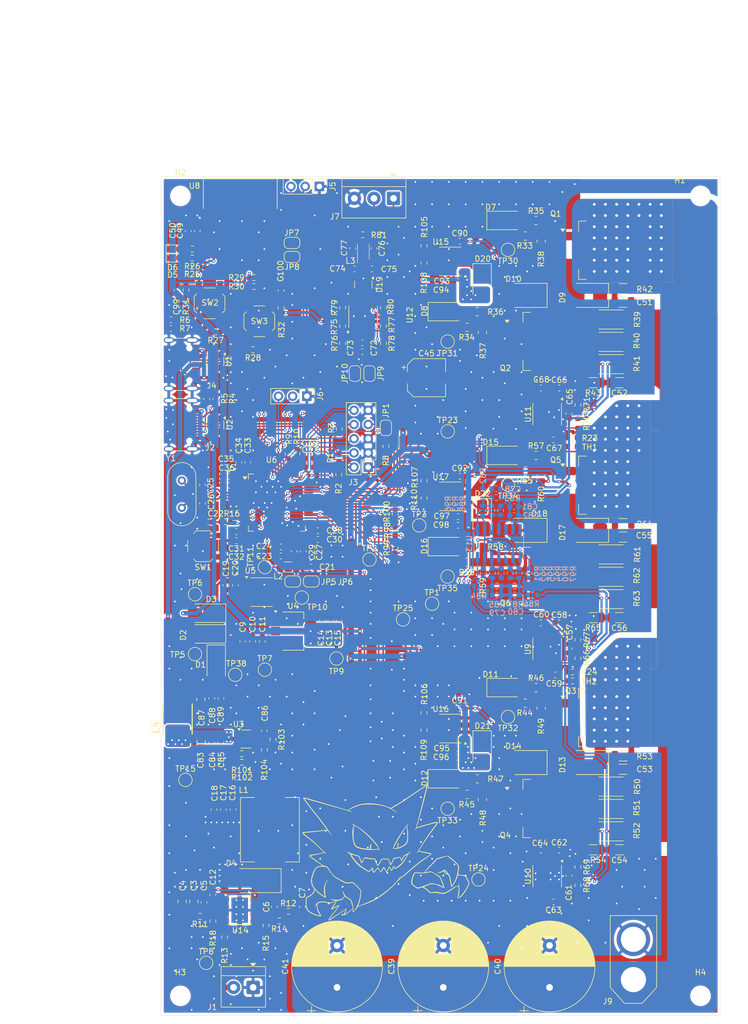
<source format=kicad_pcb>
(kicad_pcb (version 20241229) (generator "pcbnew") (generator_version "9.0")
  (layers (0 "F.Cu" signal) (2 "B.Cu" signal) (13 "F.Paste" user) (15 "B.Paste" user) (5 "F.SilkS" user "F.Silkscreen") (7 "B.SilkS" user "B.Silkscreen") (1 "F.Mask" user) (3 "B.Mask" user) (25 "Edge.Cuts" user))
  (net 0 "")
  (net 1 "VBUS")
  (net 2 "GND")
  (net 3 "VBUS2")
  (net 4 "VDD")
  (net 5 "Net-(U14-COMP)")
  (net 6 "Net-(C7-Pad1)")
  (net 7 "Net-(U14-BOOT)")
  (net 8 "+5V")
  (net 9 "Net-(D4-K)")
  (net 10 "+12V")
  (net 11 "+3.3V")
  (net 12 "+5VD")
  (net 13 "Net-(JP5-B)")
  (net 14 "/NRESET")
  (net 15 "Net-(U6-VREF+)")
  (net 16 "Net-(U6-PF0)")
  (net 17 "Net-(U6-PF1)")
  (net 18 "+48V")
  (net 19 "Net-(U3-VBST)")
  (net 20 "Net-(U3-SW)")
  (net 21 "Net-(D20-K)")
  (net 22 "/MOTOR_CTRL/CSA2/CSA_P")
  (net 23 "Net-(D21-K)")
  (net 24 "/MOTOR_CTRL/CSA1/CSA_P")
  (net 25 "Net-(D22-K)")
  (net 26 "Net-(D7-K)")
  (net 27 "/MOTOR_CTRL/CSA/CSA_P")
  (net 28 "Net-(C51-Pad2)")
  (net 29 "/BEMF_SENS/PHASE_U")
  (net 30 "Net-(C52-Pad2)")
  (net 31 "/BEMF_SENS/PHASE_W")
  (net 32 "Net-(C53-Pad2)")
  (net 33 "Net-(C54-Pad2)")
  (net 34 "/BEMF_SENS/PHASE_V")
  (net 35 "Net-(C55-Pad2)")
  (net 36 "Net-(C56-Pad2)")
  (net 37 "Net-(U9-+)")
  (net 38 "Net-(U9--)")
  (net 39 "Net-(U10-+)")
  (net 40 "Net-(U10--)")
  (net 41 "Net-(U11-+)")
  (net 42 "Net-(U11--)")
  (net 43 "Net-(U12-CANH)")
  (net 44 "Net-(U12-CANL)")
  (net 45 "/CAN_TRANSCIEVER/CAN_L")
  (net 46 "/CAN_TRANSCIEVER/CAN_H")
  (net 47 "Net-(C78-Pad1)")
  (net 48 "Net-(C79-Pad1)")
  (net 49 "Net-(C80-Pad1)")
  (net 50 "Net-(D5-A)")
  (net 51 "Net-(D6-A)")
  (net 52 "Net-(D8-K)")
  (net 53 "Net-(D7-A)")
  (net 54 "Net-(D11-K)")
  (net 55 "Net-(D8-A)")
  (net 56 "Net-(D12-K)")
  (net 57 "Net-(D11-A)")
  (net 58 "Net-(D12-A)")
  (net 59 "Net-(D15-K)")
  (net 60 "Net-(D15-A)")
  (net 61 "Net-(D16-K)")
  (net 62 "Net-(D16-A)")
  (net 63 "Net-(U14-EN)")
  (net 64 "/MCU/USB_D+")
  (net 66 "/MCU/USB_D-")
  (net 67 "Net-(J2-CC1)")
  (net 68 "Net-(J2-CC2)")
  (net 70 "/JTDI")
  (net 71 "Net-(J3-Pin_7)")
  (net 72 "/JTCK_SWCLK")
  (net 73 "/JTMS_SWDIO")
  (net 74 "/JTDO_SWO")
  (net 76 "Net-(J4-CC1)")
  (net 77 "/RADIO/D-")
  (net 78 "Net-(J4-CC2)")
  (net 79 "/RADIO/D+")
  (net 81 "/RADIO/UART0_RX")
  (net 82 "/RADIO/UART0_TX")
  (net 83 "/MCU/UART5_RX")
  (net 84 "/MCU/UART5_TX")
  (net 85 "/MCU/JTRST")
  (net 86 "/BEMF_SENS/BEMF_W")
  (net 87 "/BEMF_SENS/BEMF_V")
  (net 88 "/BEMF_SENS/BEMF_U")
  (net 89 "Net-(JP5-A)")
  (net 90 "Net-(JP7-A)")
  (net 91 "/MCU/UART_MOTOR_TX")
  (net 92 "/MCU/UART_MOTOR_RX")
  (net 93 "Net-(JP8-A)")
  (net 94 "/CAN_TRANSCIEVER/CAN_RX")
  (net 95 "Net-(JP9-A)")
  (net 96 "/CAN_TRANSCIEVER/CAN_TX")
  (net 97 "Net-(JP10-A)")
  (net 98 "Net-(U3-EN)")
  (net 99 "Net-(Q1-G)")
  (net 100 "Net-(Q2-G)")
  (net 101 "Net-(Q3-G)")
  (net 102 "Net-(Q4-G)")
  (net 103 "Net-(Q5-G)")
  (net 104 "Net-(Q6-G)")
  (net 105 "/MCU/JTCK_SWCLK")
  (net 106 "/MCU/JTMS_SWDIO")
  (net 107 "Net-(U14-RT{slash}CLK)")
  (net 108 "/MCU/H_BRIDGE_IRQ")
  (net 109 "Net-(U14-FB)")
  (net 110 "Net-(U3-VFB)")
  (net 111 "/MCU/TEMP_SENS1")
  (net 112 "/MCU/TEMP_SENS2")
  (net 113 "/RADIO/WIFI_READY")
  (net 114 "/RADIO/CONNECTED")
  (net 115 "Net-(R27-Pad2)")
  (net 116 "Net-(R28-Pad2)")
  (net 117 "Net-(U8-IO8)")
  (net 118 "Net-(U8-EN)")
  (net 119 "Net-(U8-IO9)")
  (net 120 "Net-(U12-Rs)")
  (net 121 "/CAN_TRANSCIEVER/CAN_EN")
  (net 122 "/BEMF_SENS/V_BEMF")
  (net 123 "Net-(U6-PA2)")
  (net 124 "Net-(U6-PB1)")
  (net 125 "/MCU/IN_L_W")
  (net 126 "/MCU/IN_H_W")
  (net 127 "/MCU/IN_L_V")
  (net 128 "/MCU/IN_H_V")
  (net 129 "/MCU/IN_L_U")
  (net 130 "/MCU/IN_H_U")
  (net 131 "/MCU/ADC_CSA_U")
  (net 132 "/MCU/ADC_CSA_W")
  (net 133 "/MCU/ADC_CSA_V")
  (net 168 "Net-(U13D-+)")
  (net 169 "Net-(U13C-+)")
  (net 174 "Net-(U13A-+)")
  (footprint "Resistor_SMD:R_0603_1608Metric" (layer "F.Cu") (at 123.125 33.695)
    (property "Reference" "R30")
    (property "Value" "10k")
  )
  (footprint "Capacitor_SMD:C_0603_1608Metric" (layer "F.Cu") (at 135.38 93.47 90)
    (property "Reference" "C14")
    (property "Value" "10uF")
  )
  (footprint "Package_SO:SOIC-8_3.9x4.9mm_P1.27mm" (layer "F.Cu") (at 175.575 98.510855 -90)
    (property "Reference" "U9")
    (property "Value" "INA240A1D")
  )
  (footprint "Diode_SMD:D_SMA" (layer "F.Cu") (at 157.8 121.69671)
    (property "Reference" "D12")
    (property "Value" "SS24")
  )
  (footprint "Resistor_SMD:R_0603_1608Metric" (layer "F.Cu") (at 112.115 26.995)
    (property "Reference" "R26")
    (property "Value" "10k")
  )
  (footprint "bldc_driver_footprint:Haunter" (layer "F.Cu") (at 146.493794 144.122073)
    (property "Reference" "G***" (hide yes))
    (property "Value" "LOGO" (hide yes))
  )
  (footprint "Capacitor_THT:CP_Radial_D16.0mm_P7.50mm" (layer "F.Cu") (at 138 159 90)
    (property "Reference" "C41")
    (property "Value" "470uF")
  )
  (footprint "Capacitor_THT:CP_Radial_D16.0mm_P7.50mm" (layer "F.Cu") (at 157 159 90)
    (property "Reference" "C39")
    (property "Value" "470uF")
  )
  (footprint "Crystal:Crystal_HC49-U_Vertical" (layer "F.Cu") (at 110.25 68.375 -90)
    (property "Reference" "Y1")
    (property "Value" "24MHz")
  )
  (footprint "Capacitor_SMD:C_0603_1608Metric" (layer "F.Cu") (at 159.625 34.385855 180)
    (property "Reference" "C94")
    (property "Value" "10uF")
  )
  (footprint "Resistor_SMD:R_0603_1608Metric" (layer "F.Cu") (at 122.975 45 180)
    (property "Reference" "R28")
    (property "Value" "10k")
  )
  (footprint "Connector_PinHeader_2.54mm:PinHeader_1x03_P2.54mm_Vertical" (layer "F.Cu") (at 134.84 15.8 -90)
    (property "Reference" "J5")
    (property "Value" "Conn_01x03_Pin")
  )
  (footprint "Package_SO:TI_SO-PowerPAD-8_ThermalVias" (layer "F.Cu") (at 120.6 145.2)
    (property "Reference" "U14")
    (property "Value" "TPS54360DDA")
  )
  (footprint "Capacitor_SMD:C_0603_1608Metric" (layer "F.Cu") (at 159.625 116.32171 180)
    (property "Reference" "C95")
    (property "Value" "100nF")
  )
  (footprint "Capacitor_SMD:C_0603_1608Metric" (layer "F.Cu") (at 133.1 66)
    (property "Reference" "C37")
    (property "Value" "100nF")
  )
  (footprint "Package_TO_SOT_SMD:SOT-223-3_TabPin2" (layer "F.Cu") (at 130.15 95.3)
    (property "Reference" "U4")
    (property "Value" "AMS1117-3.3")
  )
  (footprint "LED_SMD:LED_0603_1608Metric" (layer "F.Cu") (at 108.915 28.595)
    (property "Reference" "D5")
    (property "Value" "LED")
  )
  (footprint "Capacitor_SMD:C_0603_1608Metric" (layer "F.Cu") (at 113.95 69.15 90)
    (property "Reference" "C25")
    (property "Value" "18pF")
  )
  (footprint "Package_TO_SOT_SMD:TO-263-2" (layer "F.Cu") (at 176.075 85.510855)
    (property "Reference" "Q6")
    (property "Value" "IPB026N06NATMA1")
  )
  (footprint "Resistor_SMD:R_0805_2012Metric" (layer "F.Cu") (at 174.5 109.09421 90)
    (property "Reference" "R49")
    (property "Value" "100k")
  )
  (footprint "Diode_SMD:D_SMB" (layer "F.Cu") (at 182.9 35.285855 180)
    (property "Reference" "D9")
    (property "Value" "D_Schottky")
  )
  (footprint "Resistor_SMD:R_0603_1608Metric_Pad0.98x0.95mm_HandSolder" (layer "F.Cu") (at 125 116.5 90)
    (property "Reference" "R104")
    (property "Value" "10k")
  )
  (footprint "MountingHole:MountingHole_3.2mm_M3" (layer "F.Cu") (at 203 160.5)
    (property "Reference" "H4")
    (property "Value" "MountingHole")
  )
  (footprint "Capacitor_SMD:C_0603_1608Metric" (layer "F.Cu") (at 122.05 65.125 90)
    (property "Reference" "C33")
    (property "Value" "100nF")
  )
  (footprint "Capacitor_SMD:C_0603_1608Metric" (layer "F.Cu") (at 159.625 76.385855 180)
    (property "Reference" "C98")
    (property "Value" "10uF")
  )
  (footprint "TestPoint:TestPoint_Pad_D2.0mm" (layer "F.Cu") (at 168.575 27.135855 180)
    (property "Reference" "TP30")
    (property "Value" "TestPoint")
  )
  (footprint "Resistor_SMD:R_0603_1608Metric" (layer "F.Cu") (at 138.325 67.325 -90)
    (property "Reference" "R2")
    (property "Value" "10k")
  )
  (footprint "Resistor_SMD:R_0603_1608Metric" (layer "F.Cu") (at 125.3 147.93 -90)
    (property "Reference" "R15")
    (property "Value" "10.5k")
  )
  (footprint "Resistor_SMD:R_0603_1608Metric" (layer "F.Cu") (at 112.115 28.595)
    (property "Reference" "R25")
    (property "Value" "10k")
  )
  (footprint "Capacitor_SMD:CP_Elec_6.3x5.4" (layer "F.Cu") (at 154 50)
    (property "Reference" "C45")
    (property "Value" "47uF")
  )
  (footprint "Resistor_SMD:R_0603_1608Metric_Pad0.98x0.95mm_HandSolder" (layer "F.Cu") (at 120.95 117.2 180)
    (property "Reference" "R101")
    (property "Value" "10k")
  )
  (footprint "Resistor_SMD:R_0603_1608Metric" (layer "F.Cu") (at 139 43.85 90)
    (property "Reference" "R76")
    (property "Value" "NMT")
  )
  (footprint "Capacitor_SMD:C_0603_1608Metric" (layer "F.Cu") (at 113 23.775 -90)
    (property "Reference" "C50")
    (property "Value" "100nF")
  )
  (footprint "Resistor_SMD:R_0805_2012Metric" (layer "F.Cu") (at 161.2625 82.985855)
    (property "Reference" "R56")
    (property "Value" "35R")
  )
  (footprint "Resistor_SMD:R_0805_2012Metric" (layer "F.Cu") (at 161.2625 40.985855)
    (property "Reference" "R34")
    (property "Value" "35R")
  )
  (footprint "Connector_AMASS:AMASS_XT60-F_1x02_P7.20mm_Vertical" (layer "F.Cu") (at 191 157.6 90)
    (property "Reference" "J9")
    (property "Value" "Conn_01x02")
  )
  (footprint "Resistor_SMD:R_0603_1608Metric" (layer "F.Cu") (at 148.4 77.4 -90)
    (property "Reference" "R98")
    (property "Value" "10k")
  )
  (footprint "Capacitor_SMD:C_0603_1608Metric" (layer "F.Cu") (at 144.225 30.55)
    (property "Reference" "C75")
    (property "Value" "33pF")
  )
  (footprint "Capacitor_SMD:C_0603_1608Metric" (layer "F.Cu") (at 131.95 81.05 -90)
    (property "Reference" "C27")
    (property "Value" "10uF")
  )
  (footprint "TerminalBlock_4Ucon:TerminalBlock_4Ucon_1x03_P3.50mm_Horizontal" (layer "F.Cu") (at 148.1 17.9325 180)
    (property "Reference" "J7")
    (property "Value" "Conn_01x03")
  )
  (footprint "Capacitor_SMD:C_0603_1608Metric" (layer "F.Cu") (at 131.8 144.6 90)
    (property "Reference" "C7")
    (property "Value" "1.8nF")
  )
  (footprint "Resistor_SMD:R_0805_2012Metric" (layer "F.Cu") (at 164 83.898355 90)
    (property "Reference" "R59")
    (property "Value" "100k")
  )
  (footprint "Capacitor_SMD:C_0603_1608Metric" (layer "F.Cu") (at 174.445 51.835855 180)
    (property "Reference" "C68")
    (property "Value" "100nF")
  )
  (footprint "TestPoint:TestPoint_Pad_D2.0mm" (layer "F.Cu") (at 155 90.4)
    (property "Reference" "TP1")
    (property "Value" "TestPoint")
  )
  (footprint "Capacitor_SMD:C_0603_1608Metric" (layer "F.Cu") (at 176.705 61.135855 180)
    (property "Reference" "C67")
    (property "Value" "C_Small")
  )
  (footprint "Capacitor_SMD:C_0603_1608Metric" (layer "F.Cu") (at 140.8 26.875 -90)
    (property "Reference" "C77")
    (property "Value" "33pF")
  )
  (footprint "Resistor_SMD:R_0805_2012Metric" (layer "F.Cu") (at 174.5 25.583355 90)
    (property "Reference" "R38")
    (property "Value" "100k")
  )
  (footprint "Capacitor_SMD:C_0603_1608Metric" (layer "F.Cu") (at 121.149999 97.15 90)
    (property "Reference" "C9")
    (property "Value" "10uF")
  )
  (footprint "Connector_USB:USB_C_Receptacle_GCT_USB4105-xx-A_16P_TopMnt_Horizontal" (layer "F.Cu") (at 109 47.6 -90)
    (property "Reference" "J4")
    (property "Value" "USB_C_Receptacle_USB2.0_16P")
  )
  (footprint "TestPoint:TestPoint_Pad_D2.0mm" (layer "F.Cu") (at 149.8 93.2)
    (property "Reference" "TP25")
    (property "Value" "TestPoint")
  )
  (footprint "Resistor_SMD:R_0805_2012Metric" (layer "F.Cu") (at 164 125.40921 90)
    (property "Reference" "R48")
    (property "Value" "100k")
  )
  (footprint "Capacitor_SMD:C_0603_1608Metric" (layer "F.Cu") (at 159.95 67.610855)
    (property "Reference" "C92")
    (property "Value" "1uF")
  )
  (footprint "Resistor_SMD:R_0805_2012Metric" (layer "F.Cu") (at 173.5875 21.885855)
    (property "Reference" "R35")
    (property "Value" "R_GATE")
  )
  (footprint "Jumper:SolderJumper-2_P1.3mm_Open_RoundedPad1.0x1.5mm" (layer "F.Cu") (at 130.075 86.425)
    (property "Reference" "JP5")
    (property "Value" "SolderJumper_2_Open")
  )
  (footprint "Capacitor_SMD:C_0603_1608Metric" (layer "F.Cu") (at 120 77.525 180)
    (property "Reference" "C32")
    (property "Value" "100nF")
  )
  (footprint "Jumper:SolderJumper-2_P1.3mm_Open_RoundedPad1.0x1.5mm" (layer "F.Cu") (at 129.95 25.9 180)
    (property "Reference" "JP7")
    (property "Value" "SolderJumper_2_Open")
  )
  (footprint "Resistor_SMD:R_0603_1608Metric" (layer "F.Cu") (at 118.075 75.75)
    (property "Reference" "R16")
    (property "Value" "100k")
  )
  (footprint "Connector_PinHeader_2.54mm:PinHeader_2x05_P2.54mm_Vertical" (layer "F.Cu") (at 143.575 65.98 180)
    (property "Reference" "J3")
    (property "Value" "JTAG_CONN")
  )
  (footprint "Diode_SMD:D_SMA" (layer "F.Cu") (at 163.95 75.110855 -90)
    (property "Reference" "D22")
    (property "Value" "SS24")
  )
  (footprint "Resistor_SMD:R_0805_2012Metric" (layer "F.Cu") (at 163.0875 121.69671)
    (property "Reference" "R47")
    (property "Value" "R_GATE")
  )
  (footprint "Capacitor_SMD:C_0603_1608Metric" (layer "F.Cu") (at 179.475 98.410855 -90)
    (property "Reference" "C57")
    (property "Value" "C_Small")
  )
  (footprint "Capacitor_SMD:C_0603_1608Metric" (layer "F.Cu") (at 115.6 115.275 -90)
    (property "Reference" "C84")
    (property "Value" "10uF")
  )
  (footprint "Capacitor_SMD:C_0603_1608Metric" (layer "F.Cu") (at 124.65 97.15 90)
    (property "Reference" "C11")
    (property "Value" "100nF")
  )
  (footprint "Package_TO_SOT_SMD:TO-263-2" (layer "F.Cu") (at 176.075 43.510855)
    (property "Reference" "Q2")
    (property "Value" "IPB026N06NATMA1")
  )
  (footprint "Package_TO_SOT_SMD:TO-263-2" (layer "F.Cu") (at 186.025 69.210855)
    (property "Reference" "Q5")
    (property "Value" "IPB026N06NATMA1")
  )
  (footprint "Button_Switch_SMD:SW_SPST_TL3342" (layer "F.Cu") (at 114.05 80.125 180)
    (property "Reference" "SW1")
    (property "Value" "SW_Push")
  )
  (footprint "Diode_SMD:D_SMA" (layer "F.Cu") (at 157.8 80.185855)
    (property "Reference" "D16")
    (property "Value" "SS24")
  )
  (footprint "Resistor_SMD:R_2512_6332Metric" (layer "F.Cu") (at 187 89.585855)
    (property "Reference" "R63")
    (property "Value" "30m")
  )
  (footprint "Capacitor_SMD:C_0603_1608Metric" (layer "F.Cu") (at 177.734999 51.835855)
    (property "Reference" "C66")
    (property "Value" "C_Small")
  )
  (footprint "Resistor_SMD:R_0603_1608Metric" (layer "F.Cu") (at 148.4 80.475 -90)
    (property "Reference" "R99")
    (property "Value" "10k")
  )
  (footprint "Resistor_SMD:R_0603_1608Metric" (layer "F.Cu") (at 128 37.525 -90)
    (property "Reference" "R32")
    (property "Value" "10k")
  )
  (footprint "Resistor_SMD:R_0805_2012Metric" (layer "F.Cu") (at 161.2625 124.49671)
    (property "Reference" "R45")
    (property "Value" "35R")
  )
  (footprint "Capacitor_SMD:C_0603_1608Metric" (layer "F.Cu") (at 159.625 74.810855 180)
    (property "Reference" "C97")
    (property "Value" "100nF")
  )
  (footprint "Package_TO_SOT_SMD:SOT-23-6_Handsoldering" (layer "F.Cu") (at 121.7 114.6)
    (property "Reference" "U3")
    (property "Value" "TPS562201DDCR")
  )
  (footprint "Resistor_SMD:R_0603_1608Metric_Pad0.98x0.95mm_HandSolder" (layer "F.Cu") (at 120.9625 118.75)
    (property "Reference" "R102")
    (property "Value" "10k")
  )
  (footprint "Resistor_SMD:R_0603_1608Metric" (layer "F.Cu") (at 180.1 62.3)
    (property "Reference" "TH1")
    (property "Value" "10k")
  )
  (footprint "Capacitor_SMD:C_0603_1608Metric" (layer "F.Cu") (at 109.4 34.325 -90)
    (property "Reference" "C99")
    (property "Value" "100nF")
  )
  (footprint "Package_SO:SOIC-8_3.9x4.9mm_P1.27mm" (layer "F.Cu") (at 158.25 112.72171 180)
    (property "Reference" "U16")
    (property "Value" "UCC27288")
  )
  (footprint "Capacitor_SMD:C_0805_2012Metric" (layer "F.Cu") (at 112.4 143.625 90)
    (property "Reference" "C3")
    (property "Value" "10uF")
  )
  (footprint "Package_SO:SOIC-8_3.9x4.9mm_P1.27mm" (layer "F.Cu") (at 158.25 29.210855 180)
    (property "Reference" "U15")
    (property "Value" "UCC27288")
  )
  (footprint "Capacitor_SMD:C_0603_1608Metric" (layer "F.Cu") (at 118.125 87.125 -90)
    (property "Reference" "C19")
    (property "Value" "10uF")
  )
  (footprint "Resistor_SMD:R_0603_1608Metric" (layer "F.Cu") (at 138.4 59.184999 -90)
    (property "Reference" "R3")
    (property "Value" "10k")
  )
  (footprint "Button_Switch_SMD:SW_SPST_TL3342" (layer "F.Cu") (at 124.1 39.9 90)
    (property "Reference" "SW3")
    (property "Value" "SW_Push")
  )
  (footprint "TestPoint:TestPoint_Pad_D2.0mm" (layer "F.Cu") (at 119.8 103.1)
    (property "Reference" "TP38")
    (property "Value" "TestPoint")
  )
  (footprint "TestPoint:TestPoint_Pad_D2.0mm" (layer "F.Cu") (at 110.9 121.9)
    (property "Reference" "TP15")
    (property "Value" "TestPoint")
  )
  (footprint "Resistor_SMD:R_2512_6332Metric" (layer "F.Cu") (at 187 39.585855)
    (property "Reference" "R39")
    (property "Value" "30m")
  )
  (footprint "Resistor_SMD:R_0603_1608Metric" (layer "F.Cu") (at 138.335 64.264999 90)
    (property "Reference" "R1")
    (property "Value" "10k")
  )
  (footprint "Resistor_SMD:R_0805_2012Metric" (layer "F.Cu") (at 163.0875 80.185855)
    (property "Reference" "R58")
    (property "Value" "R_GATE")
  )
  (footprint "Capacitor_SMD:C_0603_1608Metric" (layer "F.Cu") (at 177.734999 134.435856)
    (property "Reference" "C62")
    (property "Value" "C_Small")
  )
  (footprint "Resistor_SMD:R_2512_6332Metric" (layer "F.Cu") (at 187 47.585855)
    (property "Reference" "R41")
    (property "Value" "30m")
  )
  (footprint "Capacitor_SMD:C_0603_1608Metric" (layer "F.Cu") (at 138.38 93.47 90)
    (property "Reference" "C15")
    (property "Value" "100nF")
  )
  (footprint "TestPoint:TestPoint_Pad_D2.0mm" (layer "F.Cu") (at 168.575 110.64671 180)
    (property "Reference" "TP32")
    (property "Value" "TestPoint")
  )
  (footprint "Resistor_SMD:R_1206_3216Metric" (layer "F.Cu") (at 183.8 50.889145 180)
    (property "Reference" "R43")
    (property "Value" "R_SNUB")
  )
  (footprint "Resistor_SMD:R_0603_1608Metric" (layer "F.Cu") (at 130.85 63.6 90)
    (property "Reference" "R10")
    (property "Value" "47R")
  )
  (footprint "Resistor_SMD:R_0603_1608Metric" (layer "F.Cu") (at 181.075 58.160854 90)
    (property "Reference" "R70")
    (property "Value" "R_FILTER")
  )
  (footprint "Connector_PinHeader_2.54mm:PinHeader_1x03_P2.54mm_Vertical" (layer "F.Cu") (at 132.60882 53.3 -90)
    (property "Reference" "J6")
    (property "Value" "Conn_01x03_Pin")
  )
  (footprint "Resistor_SMD:R_0603_1608Metric" (layer "F.Cu") (at 153.55 26.4 90)
    (property "Reference" "R105")
    (property "Value" "10k")
  )
  (footprint "Resistor_SMD:R_1206_3216Metric" (layer "F.Cu") (at 183.8 92.889145 180)
    (property "Reference" "R65")
    (property "Value" "R_SNUB")
  )
  (footprint "TestPoint:TestPoint_Pad_D2.0mm" (layer "F.Cu") (at 157.7775 127.04671 180)
    (property "Reference" "TP33")
    (property "Value" "TestPoint")
  )
  (footprint "Capacitor_SMD:C_0603_1608Metric" (layer "F.Cu") (at 127.95 81.85 180)
    (property "Reference" "C23")
    (property "Value" "1uF")
  )
  (footprint "Diode_SMD:D_SMA" (layer "F.Cu") (at 163.95 33.110855 -90)
    (property "Reference" "D20")
    (property "Value" "SS24")
  )
  (footprint "Capacitor_SMD:C_1206_3216Metric" (layer "F.Cu") (at 189.125 119.99671 180)
    (property "Reference" "C53")
    (property "Value" "C_Small")
  )
  (footprint "Capacitor_SMD:C_0603_1608Metric" (layer "F.Cu") (at 125 113.1 90)
    (property "Reference" "C86")
    (property "Value" "100nF")
  )
  (footprint "TestPoint:TestPoint_Pad_D2.0mm" (layer "F.Cu") (at 157.7775 85.535855 180)
    (property "Reference" "TP35")
    (property "Value" "TestPoint")
  )
  (footprint "Diode_SMD:D_SMA" (layer "F.Cu") (at 114.6 95.8 180)
    (property "Reference" "D2")
    (property "Value" "SS24")
  )
  (footprint "Capacitor_SMD:C_0603_1608Metric" (layer "F.Cu") (at 117.25 107.325 90)
    (property "Reference" "C89")
    (property "Value" "100nF")
  )
  (footprint "Resistor_SMD:R_0603_1608Metric" (layer "F.Cu") (at 153.55 71.5 -90)
    (property "Reference" "R110")
    (property "Value" "10k")
  )
  (footprint "Capacitor_SMD:C_0603_1608Metric" (layer "F.Cu") (at 118.625 67.625 180)
    (property "Reference" "C36")
    (property "Value" "10uF")
  )
  (footprint "Resistor_SMD:R_0603_1608Metric" (layer "F.Cu") (at 146.735 62.259998 -90)
    (property "Reference" "R8")
    (property "Value" "10k")
  )
  (footprint "Diode_SMD:D_SMA" (layer "F.Cu") (at 114.6 92.1 180)
    (property "Reference" "D3")
    (property "Value" "SS24")
  )
  (footprint "Resistor_SMD:R_0805_2012Metric" (layer "F.Cu") (at 171.675 24.670855)
    (property "Reference" "R33")
    (property "Value" "35R")
  )
  (footprint "Capacitor_SMD:C_0603_1608Metric" (layer "F.Cu") (at 126.8 144.6 90)
    (property "Reference" "C6")
    (property "Value" "6.8pF")
  )
  (footprint "Resistor_SMD:R_0805_2012Metric" (layer "F.Cu") (at 171.675 66.670855)
    (property "Reference" "R55")
    (property "Value" "35R")
  )
  (footprint "Capacitor_SMD:C_0603_1608Metric" (layer "F.Cu") (at 122.9 97.15 90)
    (property "Reference" "C10")
    (property "Value" "10uF")
  )
  (footprint "Capacitor_SMD:C_1206_3216Metric" (layer "F.Cu") (at 188.5 92.889145 180)
    (property "Reference" "C56")
    (property "Value" "C_Snub")
  )
  (footprint "Resistor_SMD:R_0603_1608Metric" (layer "F.Cu") (at 129.25 63.6 90)
    (property "Reference" "R9")
    (property "Value" "47R")
  )
  (footprint "Package_SO:SOIC-8_3.9x4.9mm_P1.27mm" (layer "F.Cu") (at 124.525 88.325)
    (property "Reference" "U5")
    (property "Value" "MCP1501-33xSN")
  )
  (footprint "TestPoint:TestPoint_Pad_D2.0mm" (layer "F.Cu") (at 152.7 76.4)
    (property "Reference" "TP3")
    (property "Value" "TestPoint")
  )
  (footprint "Capacitor_SMD:C_0603_1608Metric" (layer "F.Cu") (at 117.7 127.2125 -90)
    (property "Reference" "C17")
    (property "Value" "47uF")
  )
  (footprint "Capacitor_SMD:C_0603_1608Metric" (layer "F.Cu") (at 134.55 77.325)
    (property "Reference" "C28")
    (property "Value" "10uF")
  )
  (footprint "Jumper:SolderJumper-2_P1.3mm_Open_RoundedPad1.0x1.5mm" (layer "F.Cu") (at 143.8 49.25 90)
    (property "Reference" "JP9")
    (property "Value" "SolderJumper_2_Open")
  )
  (footprint "Capacitor_SMD:C_0603_1608Metric" (layer "F.Cu") (at 115.6 107.325 90)
    (property "Reference" "C88")
    (property "Value" "10uF")
  )
  (footprint "Resistor_SMD:R_0805_2012Metric" (layer "F.Cu") (at 171.675 108.18171)
    (property "Reference" "R44")
    (property "Value" "35R")
  )
  (footprint "Capacitor_SMD:C_0805_2012Metric" (layer "F.Cu") (at 110.3 143.625 90)
    (property "Reference" "C4")
    (property "Value" "10uF")
  )
  (footprint "Resistor_SMD:R_0603_1608Metric_Pad0.98x0.95mm_HandSolder" (layer "F.Cu") (at 126.55 114.675 90)
    (property "Reference" "R103")
    (property "Value" "56k")
  )
  (footprint "Capacitor_SMD:C_0603_1608Metric" (layer "F.Cu") (at 127.95 80.25 180)
    (property "Reference" "C24")
    (property "Value" "100nF")
  )
  (footprint "Resistor_SMD:R_0603_1608Metric" (layer "F.Cu") (at 142.6 24.45 180)
    (property "Reference" "R81")
    (property "Value" "120R")
  )
  (footprint "Capacitor_SMD:C_0603_1608Metric" (layer "F.Cu") (at 115 75.8 180)
    (property "Reference" "C22")
    (property "Value" "100nF")
  )
  (footprint "Resistor_SMD:R_0603_1608Metric" (layer "F.Cu") (at 153.55 29.5 -90)
    (property "Reference" "R108")
    (property "Value" "10k")
  )
  (footprint "Button_Switch_SMD:SW_SPST_TL3342" (layer "F.Cu") (at 115.2 36.7 -90)
    (property "Reference" "SW2")
    (property "Value" "SW_Push")
  )
  (footprint "Capacitor_THT:CP_Radial_D16.0mm_P7.50mm" (layer "F.Cu") (at 176 159 90)
    (property "Reference" "C40")
    (property "Value" "470uF")
  )
  (footprint "Capacitor_SMD:C_0603_1608Metric" (layer "F.Cu") (at 174.445 93.835855 180)
    (property "Reference" "C60")
    (property "Value" "100nF")
  )
  (footprint "Inductor_SMD:L_Bourns_SRP1050WA" (layer "F.Cu") (at 126 130.8 90)
    (property "Reference" "L1")
    (property "Value" "33uH")
  )
  (footprint "Capacitor_SMD:C_0603_1608Metric" (layer "F.Cu") (at 114.7 53.8 90)
    (property "Reference" "R4")
    (property "Value" "5.1k")
  )
  (footprint "Resistor_SMD:R_1206_3216Metric" (layer "F.Cu") (at 189.1625 76.089145)
    (property "Reference" "R64")
    (property "Value" "R_SNUB")
  )
  (footprint "Resistor_SMD:R_0603_1608Metric" (layer "F.Cu") (at 148.4 74.375 -90)
    (property "Reference" "R100")
    (property "Value" "10k")
  )
  (footprint "Resistor_SMD:R_0805_2012Metric" (layer "F.Cu") (at 163.0875 38.185855)
    (property "Reference" "R36")
    (property "Value" "R_GATE")
  )
  (footprint "Package_SO:SOIC-8_3.9x4.9mm_P1.27mm" (layer "F.Cu") (at 175.575 139.110855 -90)
    (property "Reference" "U10")
    (property "Value" "INA240A1D")
  )
  (footprint "Resistor_SMD:R_0805_2012Metric" (layer "F.Cu") (at 173.5875 63.885855)
    (property "Reference" "R57")
    (property "Value" "R_GATE")
  )
  (footprint "Resistor_SMD:R_2512_6332Metric" (layer "F.Cu") (at 187 131.09671)
    (property "Reference" "R52")
    (property "Value" "30m")
  )
  (footprint "Diode_SMD:D_SMB" (layer "F.Cu") (at 171.9 35.285855 180)
    (property "Reference" "D10")
    (property "Value" "D_Schottky")
  )
  (footprint "Capacitor_SMD:C_0603_1608Metric" (layer "F.Cu") (at 116.3 53.8 90)
    (property "Reference" "R5")
    (property "Value" "5.1k")
  )
  (footprint "Capacitor_SMD:C_0603_1608Metric" (layer "F.Cu") (at 108.3 41.2 180)
    (property "Reference" "R7")
    (property "Value" "5.1k")
  )
  (footprint "Capacitor_SMD:C_1206_3216Metric" (layer "F.Cu") (at 189.125 36.485855 180)
    (property "Reference" "C51")
    (property "Value" "C_Small")
  )
  (footprint "Capacitor_SMD:C_0603_1608Metric" (layer "F.Cu") (at 113.95 72.48 -90)
    (property "Reference" "C26")
    (property "Value" "18pF")
  )
  (footprint "Resistor_SMD:R_0603_1608Metric" (layer "F.Cu") (at 111 34.325 -90)
    (property "Reference" "R31")
    (property "Value" "10k")
  )
  (footprint "Capacitor_SMD:C_0603_1608Metric" (layer "F.Cu") (at 142.525 45.35 180)
    (property "Reference" "C73")
    (property "Value" "10uF")
  )
  (footprint "MountingHole:MountingHole_3.2mm_M3" (layer "F.Cu") (at 203 17.5)
    (property "Reference" "H1")
    (property "Value" "MountingHole")
  )
  (footprint "Package_TO_SOT_SMD:SOT-23-6" (layer "F.Cu") (at 116.2 58.4875 -90)
    (property "Reference" "U2")
    (property "Value" "USBLC6-2SC6")
  )
  (footprint "LED_SMD:LED_0603_1608Metric" (layer "F.Cu") (at 108.9025 26.995)
    (property "Reference" "D6")
    (property "Value" "LED")
  )
  (footprint "Resistor_SMD:R_2512_6332Metric" (layer "F.Cu") (at 187 127.09671)
    (property "Reference" "R51")
    (property "Value" "30m")
  )
  (footprint "Capacitor_SMD:C_0603_1608Metric" (layer "F.Cu") (at 120.45 65.125 90)
    (property "Reference" "C34")
    (property "Value" "10uF")
  )
  (footprint "Capacitor_SMD:C_0603_1608Metric" (layer "F.Cu") (at 117.2 115.275 -90)
    (property "Reference" "C85")
    (property "Value" "100nF")
  )
  (footprint "TestPoint:TestPoint_Pad_D2.0mm" (layer "F.Cu") (at 114.6 154.6)
    (property "Reference" "TP8")
    (property "Value" "TestPoint")
  )
  (footprint "Capacitor_SMD:C_0603_1608Metric" (layer "F.Cu") (at 118.625 69.225 180)
    (property "Reference" "C35")
    (property "Value" "100nF")
  )
  (footprint "Resistor_SMD:R_2512_6332Metric" (layer "F.Cu") (at 187 81.585855)
    (property "Reference" "R61")
    (property "Value" "30m")
  )
  (footprint "Resistor_SMD:R_0603_1608Metric" (layer "F.Cu") (at 181.075 96.860855 -90)
    (property "Reference" "R67")
    (property "Value" "R_FILTER")
  )
  (footprint "Capacitor_SMD:C_0603_1608Metric" (layer "F.Cu") (at 144.6 26.875 -90)
    (property "Reference" "C76")
    (property "Value" "33pF")
  )
  (footprint "Package_TO_SOT_SMD:TO-263-2" (layer "F.Cu") (at 186.025 27.210855)
    (property "Reference" "Q1")
    (property "Value" "IPB026N06NATMA1")
  )
  (footprint "Diode_SMD:D_SMA" (layer "F.Cu") (at 168.3 21.885855)
    (property "Reference" "D7")
    (property "Value" "SS24")
  )
  (footprint "TestPoint:TestPoint_Pad_D2.0mm" (layer "F.Cu") (at 125.1 102.2)
    (property "Reference" "TP7")
    (property "Value" "TestPoint")
  )
  (footprint "TestPoint:TestPoint_Pad_D2.0mm" (layer "F.Cu") (at 157.7775 43.535855 180)
    (property "Reference" "TP31")
    (property "Value" "TestPoint")
  )
  (footprint "Diode_SMD:D_SMB_Handsoldering" (layer "F.Cu") (at 123.3 139.9 180)
    (property "Reference" "D4")
    (property "Value" "100V / 4A")
  )
  (footprint "Resistor_SMD:R_0603_1608Metric" (layer "F.Cu") (at 153.55 68.4 90)
    (property "Reference" "R107")
    (property "Value" "10k")
  )
  (footprint "TestPoint:TestPoint_Pad_D2.0mm" (layer "F.Cu") (at 112.6 99.4)
    (property "Reference" "TP5")
    (property "Value" "TestPoint")
  )
  (footprint "Connector_USB:USB_C_Receptacle_GCT_USB4105-xx-A_16P_TopMnt_Horizontal" (layer "F.Cu") (at 109 58.4 -90)
    (property "Reference" "J2")
    (property "Value" "USB_C_Receptacle_USB2.0_16P")
  )
  (footprint "Capacitor_SMD:C_0603_1608Metric" (layer "F.Cu") (at 177.735 93.835855)
    (property "Reference" "C58")
    (property "Value" "C_Small")
  )
  (footprint "Resistor_SMD:R_2512_6332Metric" (layer "F.Cu") (at 187 43.585855)
    (property "Reference" "R40")
    (property "Value" "30m")
  )
  (footprint "Capacitor_SMD:C_0603_1608Metric" (layer "F.Cu") (at 159.625 32.810855 180)
    (property "Reference" "C93")
    (property "Value" "100nF")
  )
  (footprint "Capacitor_SMD:C_0603_1608Metric" (layer "F.Cu") (at 136.88 93.47 90)
    (property "Reference" "C13")
    (property "Value" "10uF")
  )
  (footprint "Resistor_SMD:R_2512_6332Metric" (layer "F.Cu") (at 187 85.585855)
    (property "Reference" "R62")
    (property "Value" "30m")
  )
  (footprint "Package_TO_SOT_SMD:TO-263-2" (layer "F.Cu") (at 186.025 110.72171)
    (property "Reference" "Q3")
    (property "Value" "IPB026N06NATMA1")
  )
  (footprint "Resistor_SMD:R_1206_3216Metric" (layer "F.Cu") (at 189.1625 117.6)
    (property "Reference" "R53")
    (property "Value" "R_SNUB")
  )
  (footprint "Resistor_SMD:R_0603_1608Metric" (layer "F.Cu") (at 115.8 147.125 -90)
    (property "Reference" "R18")
    (property "Value" "100k")
  )
  (footprint "Resistor_SMD:R_0603_1608Metric" (layer "F.Cu") (at 181.075 140.760854 90)
    (property "Reference" "R68")
    (property "Value" "R_FILTER")
  )
  (footprint "Resistor_SMD:R_1206_3216Metric" (layer "F.Cu") (at 183.8 134.4 180)
    (property "Reference" "R54")
    (property "Value" "R_SNUB")
  )
  (footprint "Capacitor_SMD:C_0603_1608Metric" (layer "F.Cu") (at 119.825 87.125 -90)
    (property "Reference" "C20")
    (property "Value" "100nF")
  )
  (footprint "TestPoint:TestPoint_Pad_D2.0mm" (layer "F.Cu") (at 131.7 89.3)
    (property "Reference" "TP10")
    (property "Value" "TestPoint")
  )
  (footprint "Capacitor_SMD:C_0603_1608Metric" (layer "F.Cu") (at 133.1 64.4)
    (property "Reference" "C38")
    (property "Value" "10uF")
  )
  (footprint "bldc_driver_footprint:XCVR_ESP32-C6-MINI-1-H4" (layer "F.Cu") (at 120.7 25.4)
    (property "Reference" "U8")
    (property "Value" "ESP32-C6-MINI-1")
  )
  (footprint "Resistor_SMD:R_0805_2012Metric" (layer "F.Cu") (at 173.5875 105.39671)
    (property "Reference" "R46")
    (property "Value" "R_GATE")
  )
  (footprint "Resistor_SMD:R_2512_6332Metric" (layer "F.Cu") (at 187 123.09671)
    (property "Reference" "R50")
    (property "Value" "30m")
  )
  (footprint "Resistor_SMD:R_0603_1608Metric" (layer "F.Cu") (at 139 37.475 90)
    (property "Reference" "R79")
    (property "Value" "0R")
  )
  (footprint "Capacitor_SMD:C_0603_1608Metric" (layer "F.Cu") (at 111.4 23.775 -90)
    (property "Reference" "C49")
    (property "Value" "10uF")
  )
  (footprint "Capacitor_SMD:C_1206_3216Metric" (layer "F.Cu") (at 188.5 50.889145 180)
    (property "Reference" "C52")
    (property "Value" "C_Snub")
  )
  (footprint "TestPoint:TestPoint_Pad_D2.0mm" (layer "F.Cu") (at 168.575 69.135855 180)
    (property "Reference" "TP34")
    (property "Value" "TestPoint")
  )
  (footprint "TestPoint:TestPoint_Pad_D2.0mm" (layer "F.Cu") (at 125.1 83.85)
    (property "Reference" "TP11")
    (property "Value" "TestPoint")
  )
  (footprint "Resistor_SMD:R_0603_1608Metric" (layer "F.Cu") (at 146.3 43.85 90)
    (property "Reference" "R78")
    (property "Value" "NMT")
  )
  (footprint "Capacitor_SMD:C_0603_1608Metric" (layer "F.Cu") (at 179.475 139.010855 -90)
    (property "Reference" "C61")
    (property "Value" "C_Small")
  )
  (footprint "Diode_SMD:D_SMB" (layer "F.Cu") (at 182.9 118.79671 180)
    (property "Reference" "D13")
    (property "Value" "D_Schottky")
  )
  (footprint "Capacitor_SMD:C_0603_1608Metric" (layer "F.Cu") (at 141.125 30.55 180)
    (property "Reference" "C74")
    (property "Value" "33pF")
  )
  (footprint "Resistor_SMD:R_0603_1608Metric" (layer "F.Cu") (at 116.325 41.8)
    (property "Reference" "R27")
    (property "Value" "10k")
  )
  (footprint "Resistor_SMD:R_0603_1608Metric" (layer "F.Cu") (at 139 40.775 90)
    (property "Reference" "R75")
    (property "Value" "NMT")
  )
  (footprint "Capacitor_SMD:C_0603_1608Metric" (layer "F.Cu") (at 116 127.2125 -90)
    (property "Reference" "C18")
    (property "Value" "100nF")
  )
  (footprint "bldc_driver_footprint:INDPM5452X300N" (layer "F.Cu") (at 109.5 111 90)
    (property "Reference" "L4")
    (property "Value" "4,7uH" (hide yes))
  )
  (footprint "Package_TO_SOT_SMD:SOT-23" (layer "F.Cu") (at 142.7 33.35 -90)
    (property "Reference" "D19")
    (property "Value" "NUP2105L")
  )
  (footprint "Capacitor_SMD:C_0603_1608Metric" (layer "F.Cu") (at 179.475 56.410855 -90)
    (property "Reference" "C65")
    (property "Value" "C_Small")
  )
  (footprint "TestPoint:TestPoint_Pad_D2.0mm" (layer "F.Cu") (at 157.8 59.6)
    (property "Reference" "TP23")
    (property "Value" "TestPoint")
  )
  (footprint "Diode_SMD:D_SMB" (layer "F.Cu") (at 171.9 77.285855 180)
    (property "Reference" "D18")
    (property "Value" "D_Schottky")
  )
  (footprint "Capacitor_SMD:C_1206_3216Metric" (layer "F.Cu") (at 189.125 78.485855 180)
    (property "Reference" "C55")
    (property "Value" "C_Small")
  )
  (footprint "Diode_SMD:D_SMB" (layer "F.Cu") (at 171.9 118.79671 180)
    (property "Reference" "D14")
    (property "Value" "D_Schottky")
  )
  (footprint "Inductor_SMD:L_CommonMode_Wurth_WE-CNSW-1206" (layer "F.Cu") (at 142.7 27.45 90)
    (property "Reference" "L3")
    (property "Value" "Choke_Wurth_WE-CNSW_744232090")
  )
  (footprint "Resistor_SMD:R_0603_1608Metric" (layer "F.Cu") (at 180.1 102.6)
    (property "Reference" "R24")
    (property "Value" "10k")
  )
  (footprint "Package_SO:SOIC-8_3.9x4.9mm_P1.27mm" (layer "F.Cu") (at 142.665 39.125 90)
    (property "Reference" "U12")
    (property "Value" "SN65HVD234")
  )
  (footprint "Capacitor_SMD:C_1206_3216Metric" (layer "F.Cu") (at 188.5 134.4 180)
    (property "Reference" "C54")
    (property "Value" "C_Snub")
  )
  (footprint "Diode_SMD:D_SMA" (layer "F.Cu") (at 116.4 101.3 -90)
    (property "Reference" "D1")
    (property "Value" "SS24")
  )
  (footprint "Jumper:SolderJumper-2_P1.3mm_Open_RoundedPad1.0x1.5mm" (layer "F.Cu") (at 141.2 49.25 90)
    (property "Reference" "JP10")
    (property "Value" "SolderJumper_2_Open")
  )
  (footprint "Resistor_SMD:R_0603_1608Metric_Pad0.98x0.95mm_HandSolder" (layer "F.Cu") (at 117.9 150 -90)
    (property "Reference" "R13")
    (property "Value" "250k")
  )
  (footprint "Capacitor_SMD:C_0603_1608Metric" (layer "F.Cu") (at 119.4 127.2125 -90)
    (property "Reference" "C16")
    (property "Value" "47uF")
  )
  (footprint "Diode_SMD:D_SMB" (layer "F.Cu") (at 182.9 77.285855 180)
    (property "Reference" "D17")
    (property "Value" "D_Schottky")
  )
  (footprint "Capacitor_SMD:C_0603_1608Metric" (layer "F.Cu") (at 159.95 25.610855)
    (property "Reference" "C90")
    (property "Value" "1uF")
  )
  (footprint "Capacitor_SMD:C_0603_1608Metric" (layer "F.Cu") (at 128 34.4 90)
    (property "Reference" "C100")
    (property "Value" "100nF")
  )
  (footprint "Resistor_SMD:R_0805_2012Metric" (layer "F.Cu") (at 174.5 67.583355 90)
    (property "Reference" "R60")
    (property "Value" "100k")
  )
  (footprint "Resistor_SMD:R_0603_1608Metric" (layer "F.Cu") (at 180.125 104.2)
    (property "Reference" "TH2")
    (property "Value" "10k")
  )
  (footprint "Resistor_SMD:R_0603_1608Metric" (layer "F.Cu") (at 181.075 100.160855 90)
    (property "Reference" "R66")
    (property "Value" "R_FILTER")
  )
  (footprint "Resistor_SMD:R_1206_3216Metric" (layer "F.Cu") (at 129.2625 83.85 180)
    (property "Reference" "L2")
    (property "Value" "600R / 100MHz")
  )
  (footprint "Resistor_SMD:R_0603_1608Metric" (layer "F.Cu") (at 181.075 54.860855 -90)
    (property "Reference" "R71")
    (property "Value" "R_FILTER")
  )
  (footprint "Capacitor_SMD:C_0603_1608Metric" (layer "F.Cu") (at 114.2 143.8 90)
    (property "Reference" "C5")
    (property "Value" "100nF")
  )
  (footprint "TerminalBlock_4Ucon:TerminalBlock_4Ucon_1x02_P3.50mm_Horizontal" (layer "F.Cu") (at 123 159 180)
    (property "Reference" "J1")
    (property "Value" "Conn_01x02")
  )
  (footprint "Resistor_SMD:R_0603_1608Metric" (layer "F.Cu") (at 153.55 109.9 90)
    (property "Reference" "R106")
    (property "Value" "10k")
  )
  (footprint "Resistor_SMD:R_0603_1608Metric" (layer "F.Cu") (at 127.675 147.105 180)
    (property "Reference" "R14")
    (property "Value" "147k")
  )
  (footprint "Jumper:SolderJumper-2_P1.3mm_Open_RoundedPad1.0x1.5mm" (layer "F.Cu") (at 146.735 58.959998 90)
    (property "Reference" "JP1")
    (property "Value" "SolderJumper_2_Open")
  )
  (footprint "Diode_SMD:D_SMA" (layer "F.Cu") (at 168.3 63.885855)
    (property "Reference" "D15")
    (property "Value" "SS24")
  )
  (footprint "Capacitor_SMD:C_0603_1608Metric" (layer "F.Cu") (at 120 79.125 180)
    (property "Reference" "C31")
    (property "Value" "10uF")
  )
  (footprint "MountingHole:MountingHole_3.2mm_M3" (layer "F.Cu") (at 110 160.5)
    (property "Reference" "H3")
    (property "Value" "MountingHole")
  )
  (footprint "Package_SO:SOIC-8_3.9x4.9mm_P1.27mm" (layer "F.Cu") (at 158.25 71.210855 180)
    (property "Reference" "U17")
    (property "Value" "UCC27288")
  )
  (footprint "TestPoint:TestPoint_Pad_D2.0mm" (layer "F.Cu") (at 163.3 139.7)
    (property "Reference" "TP24")
    (property "Value" "TestPoint")
  )
  (footprint "Package_TO_SOT_SMD:SOT-23-6" (layer "F.Cu") (at 116.2 47.0875 -90)
    (property "Reference" "U1")
    (property "Value" "USBLC6-2SC6")
  )
  (footprint "MountingHole:MountingHole_3.2mm_M3" (layer "F.Cu") (at 110 17.5)
    (property "Reference" "H2")
    (property "Value" "MountingHole")
  )
  (footprint "TestPoint:TestPoint_Pad_D2.0mm" (layer "F.Cu") (at 143.8 82.5)
    (property "Reference" "TP2")
    (property "Value" "TestPoint")
  )
  (footprint "Capacitor_SMD:C_0603_1608Metric" (layer "F.Cu") (at 115.8 142.4325 90)
    (property "Reference" "C12")
    (property "Value" "100nF")
  )
  (footprint "Package_TO_SOT_SMD:TO-263-2" (layer "F.Cu") (at 176.075 127.02171)
    (property "Reference" "Q4")
    (property "Value" "IPB026N06NATMA1")
  )
  (footprint "Jumper:SolderJumper-2_P1.3mm_Open_RoundedPad1.0x1.5mm" (layer "F.Cu") (at 133.4 86.425 180)
    (property "Reference" "JP6")
    (property "Value" "SolderJumper_2_Open")
  )
  (footprint "Package_QFP:LQFP-64_10x10mm_P0.5mm" (layer "F.Cu") (at 127.25 72.325)
    (property "Reference" "U6")
    (property "Value" "STM32G474RETx")
  )
  (footprint "Capacitor_SMD:C_0603_1608Metric" (layer "F.Cu") (at 174.445 134.435855 180)
    (property "Reference" "C64")
    (property "Value" "100nF")
  )
  (footprint "Capacitor_SMD:C_0603_1608Metric" (layer "F.Cu") (at 133.35 83.85)
    (property "Reference" "C21")
    (property "Value" "100nF")
  )
  (footprint "Capacitor_SMD:C_0603_1608Metric" (layer "F.Cu") (at 134.55 78.925)
    (property "Reference" "C30")
    (property "Value" "100nF")
  )
  (footprint "Resistor_SMD:R_0805_2012Metric" (layer "F.Cu") (at 164 41.898355 90)
    (property "Reference" "R37")
    (property "Value" "100k")
  )
  (footprint "Capacitor_SMD:C_0603_1608Metric" (layer "F.Cu") (at 177 103.135855 180)
    (property "Reference" "C59")
    (property "Value" "C_Small")
  )
  (footprint "Resistor_SMD:R_0603_1608Metric" (layer "F.Cu") (at 113.5 146.3)
    (property "Reference" "R11")
    (property "Value" "NMT")
  )
  (footprint "Capacitor_SMD:C_0603_1608Metric" (layer "F.Cu") (at 142.525 43.75 180)
    (property "Reference" "C72")
    (property "Value" "100nF")
  )
  (footprint "TestPoint:TestPoint_Pad_D2.0mm" (layer "F.Cu") (at 137.9 100.2)
    (property "Reference" "TP9")
    (property "Value" "TestPoint")
  )
  (footprint "Resistor_SMD:R_0603_1608Metric" (layer "F.Cu") (at 123.125 32.095 180)
    (property "Reference" "R29")
    (property "Value" "10k")
  )
  (footprint "Resistor_SMD:R_0603_1608Metric" (layer "F.Cu") (at 181.075 137.460855 -90)
    (property "Reference" "R69")
    (property "Value" "R_FILTER")
  )
  (footprint "Resistor_SMD:R_0603_1608Metric" (layer "F.Cu") (at 180.1 60.7)
    (property "Reference" "R23")
    (property "Value" "10k")
  )
  (footprint "Diode_SMD:D_SMA" (layer "F.Cu") (at 168.3 105.39671)
    (property "Reference" "D11")
    (property "Value" "SS24")
  )
  (footprint "Jumper:SolderJumper-2_P1.3mm_Open_RoundedPad1.0x1.5mm" (layer "F.Cu") (at 129.95 28.4 180)
    (property "Reference" "JP8")
    (property "Value" "SolderJumper_2_Open")
  )
  (footprint "Capacitor_SMD:C_0603_1608Metric" (layer "F.Cu") (at 130.35 81.05 -90)
    (property "Reference" "C29")
    (property "Value" "100nF")
  )
  (footprint "Resistor_SMD:R_0603_1608Metric" (layer "F.Cu") (at 146.3 40.775 90)
    (property "Reference" "R77")
    (property "Value" "NMT")
  )
  (footprint "Resistor_SMD:R_1206_3216Metric" (layer "F.Cu") (at 189.1625 34.089145)
    (property "Reference" "R42")
    (property "Value" "R_SNUB")
  )
  (footprint "Diode_SMD:D_SMA" (layer "F.Cu") (at 163.95 116.62171 -90)
    (property "Reference" "D21")
    (property "Value" "SS24")
  )
  (footprint "Package_SO:SOIC-8_3.9x4.9mm_P1.27mm" (layer "F.Cu") (at 175.575 56.510855 -90)
    (property "Reference" "U11")
    (property "Value" "INA240A1D")
  )
  (footprint "Capacitor_SMD:C_0603_1608Metric" (layer "F.Cu") (at 108.3 39.65 180)
    (property "Reference" "R6")
    (property "Value" "5.1k")
  )
  (footprint "Capacitor_SMD:C_0603_1608Metric" (layer "F.Cu") (at 176.705 143.735855 180)
    (property "Reference" "C63")
    (property "Value" "C_Small")
  )
  (footprint "Diode_SMD:D_SMA" (layer "F.Cu") (at 157.8 38.185855)
    (property "Reference" "D8")
    (property "Value" "SS24")
  )
  (footprint "Resistor_SMD:R_0603_1608Metric" (layer "F.Cu") (at 153.55 113 -90)
    (property "Reference" "R109")
    (property "Value" "10k")
  )
  (footprint "TestPoint:TestPoint_Pad_D2.0mm" (layer "F.Cu") (at 112.6 88.7)
    (property "Reference" "TP6")
    (property "Value" "TestPoint")
  )
  (footprint "Capacitor_SMD:C_0805_2012Metric" (layer "F.Cu") (at 113.7 115.1 -90)
    (property "Reference" "C83")
    (property "Value" "22uF")
  )
  (footprint "Capacitor_SMD:C_0805_2012Metric" (layer "F.Cu") (at 113.65 107.5 90)
    (property "Reference" "C87")
    (property "Value" "22uF")
  )
  (footprint "Resistor_SMD:R_0603_1608Metric" (layer "F.Cu") (at 146.3 37.475 90)
    (property "Reference" "R80")
    (property "Value" "100k")
  )
  (footprint "Capacitor_SMD:C_0603_1608Metric" (layer "F.Cu") (at 159.625 117.89671 180)
    (property "Reference" "C96")
    (property "Value" "10uF")
  )
  (footprint "Capacitor_SMD:C_0603_1608Metric" (layer "F.Cu") (at 159.95 109.12171)
    (property "Reference" "C91")
    (property "Value" "1uF")
  )
  (footprint "Resistor_SMD:R_0603_1608Metric_Pad0.98x0.95mm_HandSolder" (layer "F.Cu") (at 129.3 145.3975)
    (property "Reference" "R12")
    (property "Value" "44.2k")
  )
  (footprint "Capacitor_SMD:C_0603_1608Metric" (layer "B.Cu") (at 169.66 74.65)
    (property "Reference" "C82")
    (property "Value" "100nF")
  )
  (footprint "Resistor_SMD:R_0603_1608Metric" (layer "B.Cu") (at 164.1 70.675 -90)
    (property "Reference" "R82")
    (property "Value" "47k")
  )
  (footprint "Resistor_SMD:R_0603_1608Metric" (layer "B.Cu") (at 168.959999 84.95 -90)
    (property "Reference" "R94")
    (property "Value" "R_Small")
  )
  (footprint "Resistor_SMD:R_0603_1608Metric" (layer "B.Cu") (at 167.26 73.7125 -90)
    (property "Reference" "R96")
    (property "Value" "R_Small")
  )
  (footprint "Capacitor_SMD:C_0603_1608Metric" (layer "B.Cu") (at 166.435 69.85)
    (property "Reference" "C78")
    (property "Value" "27nF")
  )
  (footprint "Resistor_SMD:R_0603_1608Metric" (layer "B.Cu") (at 169.76 87.25 180)
    (property "Reference" "R87")
    (property "Value" "3k")
  )
  (footprint "Resistor_SMD:R_0603_1608Metric" (layer "B.Cu") (at 164.06 73.7125 -90)
    (property "Reference" "R88")
    (property "Value" "100k")
  )
  (footprint "Resistor_SMD:R_0603_1608Metric" (layer "B.Cu") (at 166.585 87.25)
    (property "Reference" "R85")
    (property "Value" "3k")
  )
  (footprint "Resistor_SMD:R_0603_1608Metric" (layer "B.Cu") (at 172.335 84.95 -90)
    (property "Reference" "R97")
    (property "Value" "R_Small")
  )
  (footprint "Resistor_SMD:R_0603_1608Metric" (layer "B.Cu") (at 166.484999 71.4125)
    (property "Reference" "R83")
    (property "Value" "3k")
  )
  (footprint "Capacitor_SMD:C_0603_1608Metric" (layer "B.Cu") (at 169.76 88.849999 180)
    (property "Reference" "C80")
    (property "Value" "27nF")
  )
  (footprint "Resistor_SMD:R_0603_1608Metric" (layer "B.Cu") (at 170.56 84.95 90)
    (property "Reference" "R90")
    (property "Value" "100k")
  )
  (footprint "Resistor_SMD:R_0603_1608Metric" (layer "B.Cu") (at 165.76 84.95 -90)
    (property "Reference" "R92")
    (property "Value" "R_Small")
  )
  (footprint "Resistor_SMD:R_0603_1608Metric" (layer "B.Cu") (at 167.36 84.95 90)
    (property "Reference" "R95")
    (property "Value" "R_Small" (hide yes))
  )
  (footprint "Resistor_SMD:R_0603_1608Metric" (layer "B.Cu") (at 172.96 88.85 180)
    (property "Reference" "R86")
    (property "Value" "47k")
  )
  (footprint "Package_SO:SOIC-14_3.9x8.7mm_P1.27mm" (layer "B.Cu") (at 166.93 79.625 -90)
    (property "Reference" "U13")
    (property "Value" "MCP6569")
  )
  (footprint "Resistor_SMD:R_0603_1608Metric" (layer "B.Cu") (at 165.66 73.7125 90)
    (property "Reference" "R93")
    (property "Value" "R_Small")
  )
  (footprint "Resistor_SMD:R_0603_1608Metric" (layer "B.Cu") (at 163.335 87.25)
    (property "Reference" "R84")
    (property "Value" "47k")
  )
  (footprint "Capacitor_SMD:C_0603_1608Metric" (layer "B.Cu") (at 169.66 73.05)
    (property "Reference" "C81")
    (property "Value" "10uF")
  )
  (footprint "Resistor_SMD:R_0603_1608Metric" (layer "B.Cu") (at 164.159999 84.95 90)
    (property "Reference" "R91")
    (property "Value" "100k")
  )
  (footprint "Capacitor_SMD:C_0603_1608Metric" (layer "B.Cu") (at 166.559999 88.85)
    (property "Reference" "C79")
    (property "Value" "27nF")
  )
  (gr_rect (start 106.535 14.005) (end 206.535 164.005) (stroke (width 0.05)) (fill no) (layer "Edge.Cuts"))
  (segment (start 116.2 49.275) (end 116.2 48.125) (width 0.6) (layer "F.Cu") (net 1))
  (segment (start 115.475 50) (end 116.2 49.275) (width 0.6) (layer "F.Cu") (net 1))
  (segment (start 112.6 95.8) (end 109.625 95.8) (width 0.8) (layer "F.Cu") (net 1))
  (segment (start 112.68 45.2) (end 113.875 45.2) (width 0.6) (layer "F.Cu") (net 1))
  (segment (start 114.225 50) (end 115.475 50) (width 0.6) (layer "F.Cu") (net 1))
  (segment (start 107.775 93.95) (end 107.775 92.625) (width 0.8) (layer "F.Cu") (net 1))
  (segment (start 112.68 50) (end 114.225 50) (width 0.6) (layer "F.Cu") (net 1))
  (segment (start 109.625 95.8) (end 107.775 93.95) (width 0.8) (layer "F.Cu") (net 1))
  (segment (start 112.6 99.4) (end 112.6 95.8) (width 0.6) (layer "F.Cu") (net 1))
  (via (at 114.225 50) (size 0.6) (drill 0.3) (layers "F.Cu" "B.Cu") (net 1))
  (via (at 113.875 45.2) (size 0.6) (drill 0.3) (layers "F.Cu" "B.Cu") (net 1))
  (via (at 107.775 92.625) (size 0.6) (drill 0.3) (layers "F.Cu" "B.Cu") (net 1))
  (segment (start 107.775 92.625) (end 107.8 92.6) (width 0.8) (layer "B.Cu") (net 1))
  (segment (start 107.8 92.6) (end 107.8 65.425) (width 0.8) (layer "B.Cu") (net 1))
  (segment (start 107.8 65.425) (end 109.95 63.275) (width 0.8) (layer "B.Cu") (net 1))
  (segment (start 114.225 50) (end 114.225 47.7) (width 0.8) (layer "B.Cu") (net 1))
  (segment (start 114.225 47.7) (end 114.225 45.55) (width 0.8) (layer "B.Cu") (net 1))
  (segment (start 114.225 45.55) (end 113.875 45.2) (width 0.8) (layer "B.Cu") (net 1))
  (segment (start 111.8 47.7) (end 114.225 47.7) (width 0.8) (layer "B.Cu") (net 1))
  (segment (start 109.95 49.55) (end 111.8 47.7) (width 0.8) (layer "B.Cu") (net 1))
  (segment (start 109.95 63.275) (end 109.95 49.55) (width 0.8) (layer "B.Cu") (net 1))
  (segment (start 171.340085 88.050855) (end 171.352231 88.038709) (width 1.2) (layer "F.Cu") (net 2))
  (segment (start 134.35 66.475) (end 133.875 66) (width 0.3) (layer "F.Cu") (net 2))
  (segment (start 168.425 88.050855) (end 168.425 86.425) (width 1.2) (layer "F.Cu") (net 2))
  (segment (start 168.425 129.56171) (end 168.425 130.875) (width 1.2) (layer "F.Cu") (net 2))
  (segment (start 168.425 129.56171) (end 164.73829 129.56171) (width 1.2) (layer "F.Cu") (net 2))
  (segment (start 168 86) (end 168.425 86.425) (width 1.2) (layer "F.Cu") (net 2))
  (segment (start 131.525 69.075) (end 131.3 69.3) (width 0.3) (layer "F.Cu") (net 2))
  (segment (start 154.13829 113.73671) (end 153.55 113.73671) (width 0.3) (layer "F.Cu") (net 2))
  (segment (start 154.274145 30.225855) (end 153.55 30.225855) (width 0.4) (layer "F.Cu") (net 2))
  (segment (start 164.73829 129.56171) (end 164.7 129.6) (width 1.2) (layer "F.Cu") (net 2))
  (segment (start 132.925 69.075) (end 131.525 69.075) (width 0.3) (layer "F.Cu") (net 2))
  (segment (start 124 64.5) (end 123.85 64.35) (width 0.3) (layer "F.Cu") (net 2))
  (segment (start 128.5 78) (end 128.5 76.6) (width 0.3) (layer "F.Cu") (net 2))
  (segment (start 130.5 78) (end 130.5 76.9) (width 0.3) (layer "F.Cu") (net 2))
  (segment (start 154.654145 29.845855) (end 154.274145 30.225855) (width 0.4) (layer "F.Cu") (net 2))
  (segment (start 120.675 75.575) (end 120 74.9) (width 0.3) (layer "F.Cu") (net 2))
  (segment (start 168.4 130.9) (end 168.425 130.875) (width 1.2) (layer "F.Cu") (net 2))
  (segment (start 134.35 68.725) (end 134.35 66.475) (width 0.3) (layer "F.Cu") (net 2))
  (segment (start 123.5 68.5) (end 124 68) (width 0.3) (layer "F.Cu") (net 2))
  (segment (start 120.6 145.2) (end 120.6 142.2) (width 0.8) (layer "F.Cu") (net 2))
  (segment (start 153.55 72.225855) (end 153.974145 72.225855) (width 0.4) (layer "F.Cu") (net 2))
  (segment (start 120.6 145.2) (end 120.6 148.1125) (width 0.8) (layer "F.Cu") (net 2))
  (segment (start 176.21 135.54) (end 176.959999 134.790001) (width 0.4) (layer "F.Cu") (net 2))
  (segment (start 142.03 43.17) (end 142.03 41.6) (width 0.4) (layer "F.Cu") (net 2))
  (segment (start 168.425 88.050855) (end 168.425 89.575) (width 1.2) (layer "F.Cu") (net 2))
  (segment (start 123.85 64.35) (end 122.05 64.35) (width 0.3) (layer "F.Cu") (net 2))
  (segment (start 176.21 60.855855) (end 175.93 61.135855) (width 0.4) (layer "F.Cu") (net 2))
  (segment (start 153.974145 72.225855) (end 154.354145 71.845855) (width 0.4) (layer "F.Cu") (net 2))
  (segment (start 168.425 46.050855) (end 168.425 44.525) (width 1.2) (layer "F.Cu") (net 2))
  (segment (start 120.6 148.1125) (end 119.85625 148.85625) (width 0.8) (layer "F.Cu") (net 2))
  (segment (start 168.425 47.375) (end 168.4 47.4) (width 1.2) (layer "F.Cu") (net 2))
  (segment (start 121.575 75.575) (end 122.475 75.575) (width 0.3) (layer "F.Cu") (net 2))
  (segment (start 141.75 43.75) (end 141.75 43.45) (width 0.4) (layer "F.Cu") (net 2))
  (segment (start 154.51829 113.35671) (end 154.13829 113.73671) (width 0.3) (layer "F.Cu") (net 2))
  (segment (start 126.06 144.565) (end 126.8 143.825) (width 0.4) (layer "F.Cu") (net 2))
  (segment (start 176.285855 58.985855) (end 176.3 59) (width 0.4) (layer "F.Cu") (net 2))
  (segment (start 122.475 75.575) (end 123 76.1) (width 0.3) (layer "F.Cu") (net 2))
  (segment (start 168.425 46.050855) (end 165.149145 46.050855) (width 1.2) (layer "F.Cu") (net 2))
  (segment (start 119.85625 148.85625) (end 119.7125 149) (width 0.8) (layer "F.Cu") (net 2))
  (segment (start 155.775 29.845855) (end 154.654145 29.845855) (width 0.4) (layer "F.Cu") (net 2))
  (segment (start 171.349145 46.050855) (end 171.4 46) (width 1.2) (layer "F.Cu") (net 2))
  (segment (start 176.21 136.635855) (end 176.21 135.54) (width 0.4) (layer "F.Cu") (net 2))
  (segment (start 124 66.65) (end 124 64.5) (width 0.3) (layer "F.Cu") (net 2))
  (segment (start 120 74.9) (end 120 74) (width 0.3) (layer "F.Cu") (net 2))
  (segment (start 168.425 46.050855) (end 171.349145 46.050855) (width 1.2) (layer "F.Cu") (net 2))
  (segment (start 141.75 43.45) (end 142.03 43.17) (width 0.4) (layer "F.Cu") (net 2))
  (segment (start 168.425 128.025) (end 168.3 127.9) (width 1.2) (layer "F.Cu") (net 2))
  (segment (start 130.35 81.825) (end 130.35 82.05) (width 0.3) (layer "F.Cu") (net 2))
  (segment (start 175.93 143.07) (end 176.21 142.79) (width 0.4) (layer "F.Cu") (net 2))
  (segment (start 155.775 113.35671) (end 154.51829 113.35671) (width 0.3) (layer "F.Cu") (net 2))
  (segment (start 176.959999 134.790001) (end 176.959999 134.435856) (width 0.4) (layer "F.Cu") (net 2))
  (segment (start 168.425 88.050855) (end 171.340085 88.050855) (width 1.2) (layer "F.Cu") (net 2))
  (segment (start 175.93 143.735855) (end 175.93 143.07) (width 0.4) (layer "F.Cu") (net 2))
  (segment (start 168.425 88.050855) (end 164.050855 88.050855) (width 1.2) (layer "F.Cu") (net 2))
  (segment (start 154.354145 71.845855) (end 155.775 71.845855) (width 0.4) (layer "F.Cu") (net 2))
  (segment (start 123.3 144.565) (end 126.06 144.565) (width 0.4) (layer "F.Cu") (net 2))
  (segment (start 164 88) (end 164.050855 88.050855) (width 1.2) (layer "F.Cu") (net 2))
  (segment (start 130.35 82.05) (end 129.325 83.075) (width 0.3) (layer "F.Cu") (net 2))
  (segment (start 165.149145 46.050855) (end 165.1 46.1) (width 1.2) (layer "F.Cu") (net 2))
  (segment (start 168.425 129.56171) (end 168.425 128.025) (width 1.2) (layer "F.Cu") (net 2))
  (segment (start 124 68) (end 124 66.65) (width 0.3) (layer "F.Cu") (net 2))
  (segment (start 128.5 76.6) (end 128.7 76.4) (width 0.3) (layer "F.Cu") (net 2))
  (segment (start 121.575 75.575) (end 120.675 75.575) (width 0.3) (layer "F.Cu") (net 2))
  (segment (start 176.21 142.79) (end 176.21 141.585855) (width 0.4) (layer "F.Cu") (net 2))
  (segment (start 128.7 76.4) (end 129.1 76.4) (width 0.3) (layer "F.Cu") (net 2))
  (segment (start 168.425 89.575) (end 168 90) (width 1.2) (layer "F.Cu") (net 2))
  (segment (start 168.425 46.050855) (end 168.425 47.375) (width 1.2) (layer "F.Cu") (net 2))
  (segment (start 176.21 58.985855) (end 176.21 60.855855) (width 0.4) (layer "F.Cu") (net 2))
  (segment (start 176.21 58.985855) (end 176.285855 58.985855) (width 0.4) (layer "F.Cu") (net 2))
  (via (at 116.5 129.5) (size 0.6) (drill 0.3) (layers "F.Cu" "B.Cu") (net 2))
  (via (at 134 116.5) (size 0.6) (drill 0.3) (layers "F.Cu" "B.Cu") (net 2))
  (via (at 132.5 127.5) (size 0.6) (drill 0.3) (layers "F.Cu" "B.Cu") (net 2))
  (via (at 107.725 59.625) (size 0.6) (drill 0.3) (layers "F.Cu" "B.Cu") (net 2))
  (via (at 158 15) (size 0.6) (drill 0.3) (layers "F.Cu" "B.Cu") (net 2))
  (via (at 178.125 145.8) (size 0.6) (drill 0.3) (layers "F.Cu" "B.Cu") (net 2))
  (via (at 108.675 55.75) (size 0.6) (drill 0.3) (layers "F.Cu" "B.Cu") (net 2))
  (via (at 160 129) (size 0.6) (drill 0.3) (layers "F.Cu" "B.Cu") (net 2))
  (via (at 151 142.5) (size 0.6) (drill 0.3) (layers "F.Cu" "B.Cu") (net 2))
  (via (at 156.975 68.225) (size 0.6) (drill 0.3) (layers "F.Cu" "B.Cu") (net 2))
  (via (at 130 130) (size 0.6) (drill 0.3) (layers "F.Cu" "B.Cu") (net 2))
  (via (at 182.5 96.4) (size 0.6) (drill 0.3) (layers "F.Cu" "B.Cu") (net 2))
  (via (at 169.15 103.375) (size 0.6) (drill 0.3) (layers "F.Cu" "B.Cu") (net 2))
  (via (at 108 123) (size 0.6) (drill 0.3) (layers "F.Cu" "B.Cu") (net 2))
  (via (at 148 113) (size 0.6) (drill 0.3) (layers "F.Cu" "B.Cu") (net 2))
  (via (at 139 141) (size 0.6) (drill 0.3) (layers "F.Cu" "B.Cu") (net 2))
  (via (at 113 86) (size 0.6) (drill 0.3) (layers "F.Cu" "B.Cu") (net 2))
  (via (at 150 32) (size 0.6) (drill 0.3) (layers "F.Cu" "B.Cu") (net 2))
  (via (at 123.5 70.5) (size 0.6) (drill 0.3) (layers "F.Cu" "B.Cu") (net 2))
  (via (at 122 107) (size 0.6) (drill 0.3) (layers "F.Cu" "B.Cu") (net 2))
  (via (at 156 57) (size 0.6) (drill 0.3) (layers "F.Cu" "B.Cu") (net 2))
  (via (at 152 39) (size 0.6) (drill 0.3) (layers "F.Cu" "B.Cu") (net 2))
  (via (at 116 120) (size 0.6) (drill 0.3) (layers "F.Cu" "B.Cu") (net 2))
  (via (at 145 143) (size 0.6) (drill 0.3) (layers "F.Cu" "B.Cu") (net 2))
  (via (at 144 110) (size 0.6) (drill 0.3) (layers "F.Cu" "B.Cu") (net 2))
  (via (at 120 74) (size 0.6) (drill 0.3) (layers "F.Cu" "B.Cu") (net 2))
  (via (at 180.5 52.2) (size 0.6) (drill 0.3) (layers "F.Cu" "B.Cu") (net 2))
  (via (at 153 37) (size 0.6) (drill 0.3) (layers "F.Cu" "B.Cu") (net 2))
  (via (at 149 90) (size 0.6) (drill 0.3) (layers "F.Cu" "B.Cu") (net 2))
  (via (at 162 95) (size 0.6) (drill 0.3) (layers "F.Cu" "B.Cu") (net 2))
  (via (at 158 23) (size 0.6) (drill 0.3) (layers "F.Cu" "B.Cu") (net 2))
  (via (at 130.1 75.8) (size 0.6) (drill 0.3) (layers "F.Cu" "B.Cu") (net 2))
  (via (at 156 60) (size 0.6) (drill 0.3) (layers "F.Cu" "B.Cu") (net 2))
  (via (at 170 132) (size 0.6) (drill 0.3) (layers "F.Cu" "B.Cu") (net 2))
  (via (at 128 69.5) (size 0.6) (drill 0.3) (layers "F.Cu" "B.Cu") (net 2))
  (via (at 134 120) (size 0.6) (drill 0.3) (layers "F.Cu" "B.Cu") (net 2))
  (via (at 108 130) (size 0.6) (drill 0.3) (layers "F.Cu" "B.Cu") (net 2))
  (via (at 116 134) (size 0.6) (drill 0.3) (layers "F.Cu" "B.Cu") (net 2))
  (via (at 176 145.675) (size 0.6) (drill 0.3) (layers "F.Cu" "B.Cu") (net 2))
  (via (at 119 57) (size 0.6) (drill 0.3) (layers "F.Cu" "B.Cu") (net 2))
  (via (at 147 32) (size 0.6) (drill 0.3) (layers "F.Cu" "B.Cu") (net 2))
  (via (at 156 46) (size 0.6) (drill 0.3) (layers "F.Cu" "B.Cu") (net 2))
  (via (at 168 32) (size 0.6) (drill 0.3) (layers "F.Cu" "B.Cu") (net 2))
  (via (at 153 133) (size 0.6) (drill 0.3) (layers "F.Cu" "B.Cu") (net 2))
  (via (at 114.5 128.5) (size 0.6) (drill 0.3) (layers "F.Cu" "B.Cu") (net 2))
  (via (at 192 136) (size 0.6) (drill 0.3) (layers "F.Cu" "B.Cu") (net 2))
  (via (at 152 119) (size 0.6) (drill 0.3) (layers "F.Cu" "B.Cu") (net 2))
  (via (at 157 109) (size 0.6) (drill 0.3) (layers "F.Cu" "B.Cu") (net 2))
  (via (at 164 89) (size 0.6) (drill 0.3) (layers "F.Cu" "B.Cu") (net 2))
  (via (at 111 138) (size 0.6) (drill 0.3) (layers "F.Cu" "B.Cu") (net 2))
  (via (at 168 114) (size 0.6) (drill 0.3) (layers "F.Cu" "B.Cu") (net 2))
  (via (at 119 51) (size 0.6) (drill 0.3) (layers "F.Cu" "B.Cu") (net 2))
  (via (at 126.5 69.5) (size 0.6) (drill 0.3) (layers "F.Cu" "B.Cu") (net 2))
  (via (at 157 94) (size 0.6) (drill 0.3) (layers "F.Cu" "B.Cu") (net 2))
  (via (at 130 103) (size 0.6) (drill 0.3) (layers "F.Cu" "B.Cu") (net 2))
  (via (at 139 50) (size 0.6) (drill 0.3) (layers "F.Cu" "B.Cu") (net 2))
  (via (at 110 141) (size 0.6) (drill 0.3) (layers "F.Cu" "B.Cu") (net 2))
  (via (at 176.1 50.4) (size 0.6) (drill 0.3) (layers "F.Cu" "B.Cu") (net 2))
  (via (at 117 137) (size 0.6) (drill 0.3) (layers "F.Cu" "B.Cu") (net 2))
  (via (at 170 116) (size 0.6) (drill 0.3) (layers "F.Cu" "B.Cu") (net 2))
  (via (at 131.1 76.5) (size 0.6) (drill 0.3) (layers "F.Cu" "B.Cu") (net 2))
  (via (at 173.7 50.4) (size 0.6) (drill 0.3) (layers "F.Cu" "B.Cu") (net 2))
  (via (at 154 105) (size 0.6) (drill 0.3) (layers "F.Cu" "B.Cu") (net 2))
  (via (at 166 134) (size 0.6) (drill 0.3) (layers "F.Cu" "B.Cu") (net 2))
  (via (at 132.5 77.2) (size 0.6) (drill 0.3) (layers "F.Cu" "B.Cu") (net 2))
  (via (at 121 49) (size 0.6) (drill 0.3) (layers "F.Cu" "B.Cu") (net 2))
  (via (at 121 152) (size 0.6) (drill 0.3) (layers "F.Cu" "B.Cu") (net 2))
  (via (at 179.9 93.6) (size 0.6) (drill 0.3) (layers "F.Cu" "B.Cu") (net 2))
  (via (at 152 93) (size 0.6) (drill 0.3) (layers "F.Cu" "B.Cu") (net 2))
  (via (at 165 95) (size 0.6) (drill 0.3) (layers "F.Cu" "B.Cu") (net 2))
  (via (at 107.425 49.725) (size 0.6) (drill 0.3) (layers "F.Cu" "B.Cu") (net 2))
  (via (at 149 28) (size 0.6) (drill 0.3) (layers "F.Cu" "B.Cu") (net 2))
  (via (at 130.5 141) (size 0.6) (drill 0.3) (layers "F.Cu" "B.Cu") (net 2))
  (via (at 114 63) (size 0.6) (drill 0.3) (layers "F.Cu" "B.Cu") (net 2))
  (via (at 160 45) (size 0.6) (drill 0.3) (layers "F.Cu" "B.Cu") (net 2))
  (via (at 163.5 143.5) (size 0.6) (drill 0.3) (layers "F.Cu" "B.Cu") (net 2))
  (via (at 182.25 136.375) (size 0.6) (drill 0.3) (layers "F.Cu" "B.Cu") (net 2))
  (via (at 189 141) (size 0.6) (drill 0.3) (layers "F.Cu" "B.Cu") (net 2))
  (via (at 167 122) (size 0.6) (drill 0.3) (layers "F.Cu" "B.Cu") (net 2))
  (via (at 122 154) (size 0.6) (drill 0.3) (layers "F.Cu" "B.Cu") (net 2))
  (via (at 108.15 61.075) (size 0.6) (drill 0.3) (layers "F.Cu" "B.Cu") (net 2))
  (via (at 116 157) (size 0.6) (drill 0.3) (layers "F.Cu" "B.Cu") (net 2))
  (via (at 132 112) (size 0.6) (drill 0.3) (layers "F.Cu" "B.Cu") (net 2))
  (via (at 109 80) (size 0.6) (drill 0.3) (layers "F.Cu" "B.Cu") (net 2))
  (via (at 121 63) (size 0.6) (drill 0.3) (layers "F.Cu" "B.Cu") (net 2))
  (via (at 124 105) (size 0.6) (drill 0.3) (layers "F.Cu" "B.Cu") (net 2))
  (via (at 166 39) (size 0.6) (drill 0.3) (layers "F.Cu" "B.Cu") (net 2))
  (via (at 139.5 131) (size 0.6) (drill 0.3) (layers "F.Cu" "B.Cu") (net 2))
  (via (at 168 38) (size 0.6) (drill 0.3) (layers "F.Cu" "B.Cu") (net 2))
  (via (at 129.2 89) (size 0.6) (drill 0.3) (layers "F.Cu" "B.Cu") (net 2))
  (via (at 180.65 135.125) (size 0.6) (drill 0.3) (layers "F.Cu" "B.Cu") (net 2))
  (via (at 131.4 71.2) (size 0.6) (drill 0.3) (layers "F.Cu" "B.Cu") (net 2))
  (via (at 173.5 139.7) (size 0.6) (drill 0.3) (layers "F.Cu" "B.Cu") (net 2))
  (via (at 141.9 46.7) (size 0.6) (drill 0.3) (layers "F.Cu" "B.Cu") (net 2))
  (via (at 145 136.5) (size 0.6) (drill 0.3) (layers "F.Cu" "B.Cu") (net 2))
  (via (at 151 72.5) (size 0.6) (drill 0.3) (layers "F.Cu" "B.Cu") (net 2))
  (via (at 176 19) (size 0.6) (drill 0.3) (layers "F.Cu" "B.Cu") (net 2))
  (via (at 154 41) (size 0.6) (drill 0.3) (layers "F.Cu" "B.Cu") (net 2))
  (via (at 124 73.2) (size 0.6) (drill 0.3) (layers "F.Cu" "B.Cu") (net 2))
  (via (at 162 128) (size 0.6) (drill 0.3) (layers "F.Cu" "B.Cu") (net 2))
  (via (at 123 63) (size 0.6) (drill 0.3) (layers "F.Cu" "B.Cu") (net 2))
  (via (at 166 114) (size 0.6) (drill 0.3) (layers "F.Cu" "B.Cu") (net 2))
  (via (at 137 121.5) (size 0.6) (drill 0.3) (layers "F.Cu" "B.Cu") (net 2))
  (via (at 136 131) (size 0.6) (drill 0.3) (layers "F.Cu" "B.Cu") (net 2))
  (via (at 134 110) (size 0.6) (drill 0.3) (layers "F.Cu" "B.Cu") (net 2))
  (via (at 112 30) (size 0.6) (drill 0.3) (layers "F.Cu" "B.Cu") (net 2))
  (via (at 138.5 113) (size 0.6) (drill 0.3) (layers "F.Cu" "B.Cu") (net 2))
  (via (at 127.5 68.5) (size 0.6) (drill 0.3) (layers "F.Cu" "B.Cu") (net 2))
  (via (at 119 112) (size 0.6) (drill 0.3) (layers "F.Cu" "B.Cu") (net 2))
  (via (at 118 94) (size 0.6) (drill 0.3) (layers "F.Cu" "B.Cu") (net 2))
  (via (at 119 41) (size 0.6) (drill 0.3) (layers "F.Cu" "B.Cu") (net 2))
  (via (at 152 35) (size 0.6) (drill 0.3) (layers "F.Cu" "B.Cu") (net 2))
  (via (at 170.45 70.125) (size 0.6) (drill 0.3) (layers "F.Cu" "B.Cu") (net 2))
  (via (at 122.2 120.05) (size 0.6) (drill 0.3) (layers "F.Cu" "B.Cu") (net 2))
  (via (at 124 131) (size 0.6) (drill 0.3) (layers "F.Cu" "B.Cu") (net 2))
  (via (at 112 66) (size 0.6) (drill 0.3) (layers "F.Cu" "B.Cu") (net 2))
  (via (at 144 115) (size 0.6) (drill 0.3) (layers "F.Cu" "B.Cu") (net 2))
  (via (at 114 81) (size 0.6) (drill 0.3) (layers "F.Cu" "B.Cu") (net 2))
  (via (at 151 31) (size 0.6) (drill 0.3) (layers "F.Cu" "B.Cu") (net 2))
  (via (at 162 98) (size 0.6) (drill 0.3) (layers "F.Cu" "B.Cu") (net 2))
  (via (at 177.15 99.25) (size 0.6) (drill 0.3) (layers "F.Cu" "B.Cu") (net 2))
  (via (at 117 119) (size 0.6) (drill 0.3) (layers "F.Cu" "B.Cu") (net 2))
  (via (at 130 138) (size 0.6) (drill 0.3) (layers "F.Cu" "B.Cu") (net 2))
  (via (at 145 125) (size 0.6) (drill 0.3) (layers "F.Cu" "B.Cu") (net 2))
  (via (at 186 151) (size 0.6) (drill 0.3) (layers "F.Cu" "B.Cu") (net 2))
  (via (at 178.3 16.8) (size 0.6) (drill 0.3) (layers "F.Cu" "B.Cu") (net 2))
  (via (at 131 91) (size 0.6) (drill 0.3) (layers "F.Cu" "B.Cu") (net 2))
  (via (at 124 29) (size 0.6) (drill 0.3) (layers "F.Cu" "B.Cu") (net 2))
  (via (at 158.5 143.5) (size 0.6) (drill 0.3) (layers "F.Cu" "B.Cu") (net 2))
  (via (at 114.5 129.5) (size 0.6) (drill 0.3) (layers "F.Cu" "B.Cu") (net 2))
  (via (at 125.5 68.5) (size 0.6) (drill 0.3) (layers "F.Cu" "B.Cu") (net 2))
  (via (at 126 120) (size 0.6) (drill 0.3) (layers "F.Cu" "B.Cu") (net 2))
  (via (at 152 90) (size 0.6) (drill 0.3) (layers "F.Cu" "B.Cu") (net 2))
  (via (at 168.1 80.15) (size 0.6) (drill 0.3) (layers "F.Cu" "B.Cu") (net 2))
  (via (at 167 30) (size 0.6) (drill 0.3) (layers "F.Cu" "B.Cu") (net 2))
  (via (at 122 103) (size 0.6) (drill 0.3) (layers "F.Cu" "B.Cu") (net 2))
  (via (at 153.5 74.5) (size 0.6) (drill 0.3) (layers "F.Cu" "B.Cu") (net 2))
  (via (at 146 133) (size 0.6) (drill 0.3) (layers "F.Cu" "B.Cu") (net 2))
  (via (at 148 148) (size 0.6) (drill 0.3) (layers "F.Cu" "B.Cu") (net 2))
  (via (at 119 153) (size 0.6) (drill 0.3) (layers "F.Cu" "B.Cu") (net 2))
  (via (at 114 141) (size 0.6) (drill 0.3) (layers "F.Cu" "B.Cu") (net 2))
  (via (at 169 135) (size 0.6) (drill 0.3) (layers "F.Cu" "B.Cu") (net 2))
  (via (at 134 106) (size 0.6) (drill 0.3) (layers "F.Cu" "B.Cu") (net 2))
  (via (at 161 139) (size 0.6) (drill 0.3) (layers "F.Cu" "B.Cu") (net 2))
  (via (at 128 17) (size 0.6) (drill 0.3) (layers "F.Cu" "B.Cu") (net 2))
  (via (at 108 37) (size 0.6) (drill 0.3) (layers "F.Cu" "B.Cu") (net 2))
  (via (at 184.2 136.05) (size 0.6) (drill 0.3) (layers "F.Cu" "B.Cu") (net 2))
  (via (at 110 38) (size 0.6) (drill 0.3) (layers "F.Cu" "B.Cu") (net 2))
  (via (at 173.375 72.175) (size 0.6) (drill 0.3) (layers "F.Cu" "B.Cu") (net 2))
  (via (at 169 90.5) (size 0.6) (drill 0.3) (layers "F.Cu" "B.Cu") (net 2))
  (via (at 173 15) (size 0.6) (drill 0.3) (layers "F.Cu" "B.Cu") (net 2))
  (via (at 171.375 140.825) (size 0.6) (drill 0.3) (layers "F.Cu" "B.Cu") (net 2))
  (via (at 121 29) (size 0.6) (drill 0.3) (layers "F.Cu" "B.Cu") (net 2))
  (via (at 137 87) (size 0.6) (drill 0.3) (layers "F.Cu" "B.Cu") (net 2))
  (via (at 113 154) (size 0.6) (drill 0.3) (layers "F.Cu" "B.Cu") (net 2))
  (via (at 195 136) (size 0.6) (drill 0.3) (layers "F.Cu" "B.Cu") (net 2))
  (via (at 116 161) (size 0.6) (drill 0.3) (layers "F.Cu" "B.Cu") (net 2))
  (via (at 168 43) (size 0.6) (drill 0.3) (layers "F.Cu" "B.Cu") (net 2))
  (via (at 166.925 79.475) (size 0.6) (drill 0.3) (layers "F.Cu" "B.Cu") (net 2))
  (via (at 158 27) (size 0.6) (drill 0.3) (layers "F.Cu" "B.Cu") (net 2))
  (via (at 132 150) (size 0.6) (drill 0.3) (layers "F.Cu" "B.Cu") (net 2))
  (via (at 178.7 50.3) (size 0.6) (drill 0.3) (layers "F.Cu" "B.Cu") (net 2))
  (via (at 125 94) (size 0.6) (drill 0.3) (layers "F.Cu" "B.Cu") (net 2))
  (via (at 113 112) (size 0.6) (drill 0.3) (layers "F.Cu" "B.Cu") (net 2))
  (via (at 170 38) (size 0.6) (drill 0.3) (layers "F.Cu" "B.Cu") (net 2))
  (via (at 109 71) (size 0.6) (drill 0.3) (layers "F.Cu" "B.Cu") (net 2))
  (via (at 176.175 98.075) (size 0.6) (drill 0.3) (layers "F.Cu" "B.Cu") (net 2))
  (via (at 119 74) (size 0.6) (drill 0.3) (layers "F.Cu" "B.Cu") (net 2))
  (via (at 152 45) (size 0.6) (drill 0.3) (layers "F.Cu" "B.Cu") (net 2))
  (via (at 156 105) (size 0.6) (drill 0.3) (layers "F.Cu" "B.Cu") (net 2))
  (via (at 140 35) (size 0.6) (drill 0.3) (layers "F.Cu" "B.Cu") (net 2))
  (via (at 130 120) (size 0.6) (drill 0.3) (layers "F.Cu" "B.Cu") (net 2))
  (via (at 147 29) (size 0.6) (drill 0.3) (layers "F.Cu" "B.Cu") (net 2))
  (via (at 183.9 53.7) (size 0.6) (drill 0.3) (layers "F.Cu" "B.Cu") (net 2))
  (via (at 161.65 106.6) (size 0.6) (drill 0.3) (layers "F.Cu" "B.Cu") (net 2))
  (via (at 149 23) (size 0.6) (drill 0.3) (layers "F.Cu" "B.Cu") (net 2))
  (via (at 111 120) (size 0.6) (drill 0.3) (layers "F.Cu" "B.Cu") (net 2))
  (via (at 117 139) (size 0.6) (drill 0.3) (layers "F.Cu" "B.Cu") (net 2))
  (via (at 193 141) (size 0.6) (drill 0.3) (layers "F.Cu" "B.Cu") (net 2))
  (via (at 160 132) (size 0.6) (drill 0.3) (layers "F.Cu" "B.Cu") (net 2))
  (via (at 109 138.5) (size 0.6) (drill 0.3) (layers "F.Cu" "B.Cu") (net 2))
  (via (at 120 110) (size 0.6) (drill 0.3) (layers "F.Cu" "B.Cu") (net 2))
  (via (at 112 152) (size 0.6) (drill 0.3) (layers "F.Cu" "B.Cu") (net 2))
  (via (at 125 22) (size 0.6) (drill 0.3) (layers "F.Cu" "B.Cu") (net 2))
  (via (at 108 118) (size 0.6) (drill 0.3) (layers "F.Cu" "B.Cu") (net 2))
  (via (at 167 148) (size 0.6) (drill 0.3) (layers "F.Cu" "B.Cu") (net 2))
  (via (at 117 112) (size 0.6) (drill 0.3) (layers "F.Cu" "B.Cu") (net 2))
  (via (at 135 52) (size 0.6) (drill 0.3) (layers "F.Cu" "B.Cu") (net 2))
  (via (at 115.5 129.5) (size 0.6) (drill 0.3) (layers "F.Cu" "B.Cu") (net 2))
  (via (at 115 131.5) (size 0.6) (drill 0.3) (layers "F.Cu" "B.Cu") (net 2))
  (via (at 166 49) (size 0.6) (drill 0.3) (layers "F.Cu" "B.Cu") (net 2))
  (via (at 113 21) (size 0.6) (drill 0.3) (layers "F.Cu" "B.Cu") (net 2))
  (via (at 125 34) (size 0.6) (drill 0.3) (layers "F.Cu" "B.Cu") (net 2))
  (via (at 150 114) (size 0.6) (drill 0.3) (layers "F.Cu" "B.Cu") (net 2))
  (via (at 124 151) (size 0.6) (drill 0.3) (layers "F.Cu" "B.Cu") (net 2))
  (via (at 176.2 139.7) (size 0.6) (drill 0.3) (layers "F.Cu" "B.Cu") (net 2))
  (via (at 152 23) (size 0.6) (drill 0.3) (layers "F.Cu" "B.Cu") (net 2))
  (via (at 154 48) (size 0.6) (drill 0.3) (layers "F.Cu" "B.Cu") (net 2))
  (via (at 156 26) (size 0.6) (drill 0.3) (layers "F.Cu" "B.Cu") (net 2))
  (via (at 133.525 81.675) (size 0.6) (drill 0.3) (layers "F.Cu" "B.Cu") (net 2))
  (via (at 179.6 92.5) (size 0.6) (drill 0.3) (layers "F.Cu" "B.Cu") (net 2))
  (via (at 150 125.5) (size 0.6) (drill 0.3) (layers "F.Cu" "B.Cu") (net 2))
  (via (at 133 141.5) (size 0.6) (drill 0.3) (layers "F.Cu" "B.Cu") (net 2))
  (via (at 117 140) (size 0.6) (drill 0.3) (layers "F.Cu" "B.Cu") (net 2))
  (via (at 171.875 134.7) (size 0.6) (drill 0.3) (layers "F.Cu" "B.Cu") (net 2))
  (via (at 110 104) (size 0.6) (drill 0.3) (layers "F.Cu" "B.Cu") (net 2))
  (via (at 158 111) (size 0.6) (drill 0.3) (layers "F.Cu" "B.Cu") (net 2))
  (via (at 121 137) (size 0.6) (drill 0.3) (layers "F.Cu" "B.Cu") (net 2))
  (via (at 124 82) (size 0.6) (drill 0.3) (layers "F.Cu" "B.Cu") (net 2))
  (via (at 161 23) (size 0.6) (drill 0.3) (layers "F.Cu" "B.Cu") (net 2))
  (via (at 128.2 76) (size 0.6) (drill 0.3) (layers "F.Cu" "B.Cu") (net 2))
  (via (at 151.9 68.325) (size 0.6) (drill 0.3) (layers "F.Cu" "B.Cu") (net 2))
  (via (at 176.825 57.075) (size 0.6) (drill 0.3) (layers "F.Cu" "B.Cu") (net 2))
  (via (at 155.65 68.275) (size 0.6) (drill 0.3) (layers "F.Cu" "B.Cu") (net 2))
  (via (at 136.5 115.5) (size 0.6) (drill 0.3) (layers "F.Cu" "B.Cu") (net 2))
  (via (at 172 148) (size 0.6) (drill 0.3) (layers "F.Cu" "B.Cu") (net 2))
  (via (at 177.7 139.7) (size 0.6) (drill 0.3) (layers "F.Cu" "B.Cu") (net 2))
  (via (at 153 139) (size 0.6) (drill 0.3) (layers "F.Cu" "B.Cu") (net 2))
  (via (at 158 107) (size 0.6) (drill 0.3) (layers "F.Cu" "B.Cu") (net 2))
  (via (at 168 51) (size 0.6) (drill 0.3) (layers "F.Cu" "B.Cu") (net 2))
  (via (at 139 91) (size 0.6) (drill 0.3) (layers "F.Cu" "B.Cu") (net 2))
  (via (at 152 55) (size 0.6) (drill 0.3) (layers "F.Cu" "B.Cu") (net 2))
  (via (at 116 24) (size 0.6) (drill 0.3) (layers "F.Cu" "B.Cu") (net 2))
  (via (at 152 19) (size 0.6) (drill 0.3) (layers "F.Cu" "B.Cu") (net 2))
  (via (at 156 98) (size 0.6) (drill 0.3) (layers "F.Cu" "B.Cu") (net 2))
  (via (at 125 27) (size 0.6) (drill 0.3) (layers "F.Cu" "B.Cu") (net 2))
  (via (at 130 37) (size 0.6) (drill 0.3) (layers "F.Cu" "B.Cu") (net 2))
  (via (at 119 63) (size 0.6) (drill 0.3) (layers "F.Cu" "B.Cu") (net 2))
  (via (at 117 138) (size 0.6) (drill 0.3) (layers "F.Cu" "B.Cu") (net 2))
  (via (at 132.5 133.5) (size 0.6) (drill 0.3) (layers "F.Cu" "B.Cu") (net 2))
  (via (at 147.5 121.5) (size 0.6) (drill 0.3) (layers "F.Cu" "B.Cu") (net 2))
  (via (at 115 66) (size 0.6) (drill 0.3) (layers "F.Cu" "B.Cu") (net 2))
  (via (at 123 57) (size 0.6) (drill 0.3) (layers "F.Cu" "B.Cu") (net 2))
  (via (at 164 131) (size 0.6) (drill 0.3) (layers "F.Cu" "B.Cu") (net 2))
  (via (at 193 138) (size 0.6) (drill 0.3) (layers "F.Cu" "B.Cu") (net 2))
  (via (at 112.25 70.8) (size 0.6) (drill 0.3) (layers "F.Cu" "B.Cu") (net 2))
  (via (at 138 48) (size 0.6) (drill 0.3) (layers "F.Cu" "B.Cu") (net 2))
  (via (at 150 104) (size 0.6) (drill 0.3) (layers "F.Cu" "B.Cu") (net 2))
  (via (at 133.275 82.6) (size 0.6) (drill 0.3) (layers "F.Cu" "B.Cu") (net 2))
  (via (at 139 87) (size 0.6) (drill 0.3) (layers "F.Cu" "B.Cu") (net 2))
  (via (at 152 116) (size 0.6) (drill 0.3) (layers "F.Cu" "B.Cu") (net 2))
  (via (at 118 137) (size 0.6) (drill 0.3) (layers "F.Cu" "B.Cu") (net 2))
  (via (at 129 107) (size 0.6) (drill 0.3) (layers "F.Cu" "B.Cu") (net 2))
  (via (at 168 95) (size 0.6) (drill 0.3) (layers "F.Cu" "B.Cu") (net 2))
  (via (at 127 117) (size 0.6) (drill 0.3) (layers "F.Cu" "B.Cu") (net 2))
  (via (at 132.5 138.5) (size 0.6) (drill 0.3) (layers "F.Cu" "B.Cu") (net 2))
  (via (at 154 52) (size 0.6) (drill 0.3) (layers "F.Cu" "B.Cu") (net 2))
  (via (at 124.9 73.9) (size 0.6) (drill 0.3) (layers "F.Cu" "B.Cu") (net 2))
  (via (at 126 107) (size 0.6) (drill 0.3) (layers "F.Cu" "B.Cu") (net 2))
  (via (at 167 128) (size 0.6) (drill 0.3) (layers "F.Cu" "B.Cu") (net 2))
  (via (at 171 98) (size 0.6) (drill 0.3) (layers "F.Cu" "B.Cu") (net 2))
  (via (at 129 153) (size 0.6) (drill 0.3) (layers "F.Cu" "B.Cu") (net 2))
  (via (at 139 80) (size 0.6) (drill 0.3) (layers "F.Cu" "B.Cu") (net 2))
  (via (at 129.167948 90.448078) (size 0.6) (drill 0.3) (layers "F.Cu" "B.Cu") (net 2))
  (via (at 128 160) (size 0.6) (drill 0.3) (layers "F.Cu" "B.Cu") (net 2))
  (via (at 119 73) (size 0.6) (drill 0.3) (layers "F.Cu" "B.Cu") (net 2))
  (via (at 120 73) (size 0.6) (drill 0.3) (layers "F.Cu" "B.Cu") (net 2))
  (via (at 147.5 118.5) (size 0.6) (drill 0.3) (layers "F.Cu" "B.Cu") (net 2))
  (via (at 159 58) (size 0.6) (drill 0.3) (layers "F.Cu" "B.Cu") (net 2))
  (via (at 153 60) (size 0.6) (drill 0.3) (layers "F.Cu" "B.Cu") (net 2))
  (via (at 129 93) (size 0.6) (drill 0.3) (layers "F.Cu" "B.Cu") (net 2))
  (via (at 138 17) (size 0.6) (drill 0.3) (layers "F.Cu" "B.Cu") (net 2))
  (via (at 170 30) (size 0.6) (drill 0.3) (layers "F.Cu" "B.Cu") (net 2))
  (via (at 111 126) (size 0.6) (drill 0.3) (layers "F.Cu" "B.Cu") (net 2))
  (via (at 152 71.5) (size 0.6) (drill 0.3) (layers "F.Cu" "B.Cu") (net 2))
  (via (at 167 54) (size 0.6) (drill 0.3) (layers "F.Cu" "B.Cu") (net 2))
  (via (at 128 115) (size 0.6) (drill 0.3) (layers "F.Cu" "B.Cu") (net 2))
  (via (at 145 34) (size 0.6) (drill 0.3) (layers "F.Cu" "B.Cu") (net 2))
  (via (at 152 72.5) (size 0.6) (drill 0.3) (layers "F.Cu" "B.Cu") (net 2))
  (via (at 108 146) (size 0.6) (drill 0.3) (layers "F.Cu" "B.Cu") (net 2))
  (via (at 155 93) (size 0.6) (drill 0.3) (layers "F.Cu" "B.Cu") (net 2))
  (via (at 109 141) (size 0.6) (drill 0.3) (layers "F.Cu" "B.Cu") (net 2))
  (via (at 119 35) (size 0.6) (drill 0.3) (layers "F.Cu" "B.Cu") (net 2))
  (via (at 177.675 97.75) (size 0.6) (drill 0.3) (layers "F.Cu" "B.Cu") (net 2))
  (via (at 173.075 98.125) (size 0.6) (drill 0.3) (layers "F.Cu" "B.Cu") (net 2))
  (via (at 171 93) (size 0.6) (drill 0.3) (layers "F.Cu" "B.Cu") (net 2))
  (via (at 124 38) (size 0.6) (drill 0.3) (layers "F.Cu" "B.Cu") (net 2))
  (via (at 167 118) (size 0.6) (drill 0.3) (layers "F.Cu" "B.Cu") (net 2))
  (via (at 147 138.5) (size 0.6) (drill 0.3) (layers "F.Cu" "B.Cu") (net 2))
  (via (at 165 151) (size 0.6) (drill 0.3) (layers "F.Cu" "B.Cu") (net 2))
  (via (at 150 117) (size 0.6) (drill 0.3) (layers "F.Cu" "B.Cu") (net 2))
  (via (at 112 163) (size 0.6) (drill 0.3) (layers "F.Cu" "B.Cu") (net 2))
  (via (at 120 157) (size 0.6) (drill 0.3) (layers "F.Cu" "B.Cu") (net 2))
  (via (at 178.4 139.1) (size 0.6) (drill 0.3) (layers "F.Cu" "B.Cu") (net 2))
  (via (at 183 147) (size 0.6) (drill 0.3) (layers "F.Cu" "B.Cu") (net 2))
  (via (at 168 116) (size 0.6) (drill 0.3) (layers "F.Cu" "B.Cu") (net 2))
  (via (at 150.5 73.5) (size 0.6) (drill 0.3) (layers "F.Cu" "B.Cu") (net 2))
  (via (at 108 22) (size 0.6) (drill 0.3) (layers "F.Cu" "B.Cu") (net 2))
  (via (at 107.475 57.175) (size 0.6) (drill 0.3) (layers "F.Cu" "B.Cu") (net 2))
  (via (at 134 34) (size 0.6) (drill 0.3) (layers "F.Cu" "B.Cu") (net 2))
  (via (at 151.5 73.5) (size 0.6) (drill 0.3) (layers "F.Cu" "B.Cu") (net 2))
  (via (at 170 15) (size 0.6) (drill 0.3) (layers "F.Cu" "B.Cu") (net 2))
  (via (at 144 92) (size 0.6) (drill 0.3) (layers "F.Cu" "B.Cu") (net 2))
  (via (at 180.7 94.9) (size 0.6) (drill 0.3) (layers "F.Cu" "B.Cu") (net 2))
  (via (at 141 39) (size 0.6) (drill 0.3) (layers "F.Cu" "B.Cu") (net 2))
  (via (at 144.5 118.5) (size 0.6) (drill 0.3) (layers "F.Cu" "B.Cu") (net 2))
  (via (at 116 150) (size 0.6) (drill 0.3) (layers "F.Cu" "B.Cu") (net 2))
  (via (at 162 49) (size 0.6) (drill 0.3) (layers "F.Cu" "B.Cu") (net 2))
  (via (at 158 19) (size 0.6) (drill 0.3) (layers "F.Cu" "B.Cu") (net 2))
  (via (at 135 49) (size 0.6) (drill 0.3) (layers "F.Cu" "B.Cu") (net 2))
  (via (at 112 150) (size 0.6) (drill 0.3) (layers "F.Cu" "B.Cu") (net 2))
  (via (at 135 27) (size 0.6) (drill 0.3) (layers "F.Cu" "B.Cu") (net 2))
  (via (at 153 129) (size 0.6) (drill 0.3) (layers "F.Cu" "B.Cu") (net 2))
  (via (at 117 110) (size 0.6) (drill 0.3) (layers "F.Cu" "B.Cu") (net 2))
  (via (at 148 110) (size 0.6) (drill 0.3) (layers "F.Cu" "B.Cu") (net 2))
  (via (at 184 50.9) (size 0.6) (drill 0.3) (layers "F.Cu" "B.Cu") (net 2))
  (via (at 155 15) (size 0.6) (drill 0.3) (layers "F.Cu" "B.Cu") (net 2))
  (via (at 120 85) (size 0.6) (drill 0.3) (layers "F.Cu" "B.Cu") (net 2))
  (via (at 135 127) (size 0.6) (drill 0.3) (layers "F.Cu" "B.Cu") (net 2))
  (via (at 176 15) (size 0.6) (drill 0.3) (layers "F.Cu" "B.Cu") (net 2))
  (via (at 114 152) (size 0.6) (drill 0.3) (layers "F.Cu" "B.Cu") (net 2))
  (via (at 144 96.5) (size 0.6) (drill 0.3) (layers "F.Cu" "B.Cu") (net 2))
  (via (at 139.5 110.5) (size 0.6) (drill 0.3) (layers "F.Cu" "B.Cu") (net 2))
  (via (at 171 128) (size 0.6) (drill 0.3) (layers "F.Cu" "B.Cu") (net 2))
  (via (at 120 61) (size 0.6) (drill 0.3) (layers "F.Cu" "B.Cu") (net 2))
  (via (at 116 152) (size 0.6) (drill 0.3) (layers "F.Cu" "B.Cu") (net 2))
  (via (at 123.5 68.5) (size 0.6) (drill 0.3) (layers "F.Cu" "B.Cu") (net 2))
  (via (at 159 98) (size 0.6) (drill 0.3) (layers "F.Cu" "B.Cu") (net 2))
  (via (at 173.5 138.6) (size 0.6) (drill 0.3) (layers "F.Cu" "B.Cu") (net 2))
  (via (at 140 23) (size 0.6) (drill 0.3) (layers "F.Cu" "B.Cu") (net 2))
  (via (at 128 32) (size 0.6) (drill 0.3) (layers "F.Cu" "B.Cu") (net 2))
  (via (at 122 61) (size 0.6) (drill 0.3) (layers "F.Cu" "B.Cu") (net 2))
  (via (at 125.5 73.2) (size 0.6) (drill 0.3) (layers "F.Cu" "B.Cu") (net 2))
  (via (at 111 80) (size 0.6) (drill 0.3) (layers "F.Cu" "B.Cu") (net 2))
  (via (at 127.5 131) (size 0.6) (drill 0.3) (layers "F.Cu" "B.Cu") (net 2))
  (via (at 114 150) (size 0.6) (drill 0.3) (layers "F.Cu" "B.Cu") (net 2))
  (via (at 182.6 53.3) (size 0.6) (drill 0.3) (layers "F.Cu" "B.Cu") (net 2))
  (via (at 176.5 92.3) (size 0.6) (drill 0.3) (layers "F.Cu" "B.Cu") (net 2))
  (via (at 180 144) (size 0.6) (drill 0.3) (layers "F.Cu" "B.Cu") (net 2))
  (via (at 119 132) (size 0.6) (drill 0.3) (layers "F.Cu" "B.Cu") (net 2))
  (via (at 123 117) (size 0.6) (drill 0.3) (layers "F.Cu" "B.Cu") (net 2))
  (via (at 131 135) (size 0.6) (drill 0.3) (layers "F.Cu" "B.Cu") (net 2))
  (via (at 166 143.5) (size 0.6) (drill 0.3) (layers "F.Cu" "B.Cu") (net 2))
  (via (at 165 98) (size 0.6) (drill 0.3) (layers "F.Cu" "B.Cu") (net 2))
  (via (at 125 50) (size 0.6) (drill 0.3) (layers "F.Cu" "B.Cu") (net 2))
  (via (at 123.4 118.7) (size 0.6) (drill 0.3) (layers "F.Cu" "B.Cu") (net 2))
  (via (at 138 89) (size 0.6) (drill 0.3) (layers "F.Cu" "B.Cu") (net 2))
  (via (at 162 92) (size 0.6) (drill 0.3) (layers "F.Cu" "B.Cu") (net 2))
  (via (at 150 152) (size 0.6) (drill 0.3) (layers "F.Cu" "B.Cu") (net 2))
  (via (at 127 104) (size 0.6) (drill 0.3) (layers "F.Cu" "B.Cu") (net 2))
  (via (at 144 86) (size 0.6) (drill 0.3) (layers "F.Cu" "B.Cu") (net 2))
  (via (at 126 45) (size 0.6) (drill 0.3) (layers "F.Cu" "B.Cu") (net 2))
  (via (at 173 30) (size 0.6) (drill 0.3) (layers "F.Cu" "B.Cu") (net 2))
  (via (at 148 116) (size 0.6) (drill 0.3) (layers "F.Cu" "B.Cu") (net 2))
  (via (at 134 46) (size 0.6) (drill 0.3) (layers "F.Cu" "B.Cu") (net 2))
  (via (at 111 31) (size 0.6) (drill 0.3) (layers "F.Cu" "B.Cu") (net 2))
  (via (at 178 92.3) (size 0.6) (drill 0.3) (layers "F.Cu" "B.Cu") (net 2))
  (via (at 143 39) (size 0.6) (drill 0.3) (layers "F.Cu" "B.Cu") (net 2))
  (via (at 130 43) (size 0.6) (drill 0.3) (layers "F.Cu" "B.Cu") (net 2))
  (via (at 139 146) (size 0.6) (drill 0.3) (layers "F.Cu" "B.Cu") (net 2))
  (via (at 161 59) (size 0.6) (drill 0.3) (layers "F.Cu" "B.Cu") (net 2))
  (via (at 108.65 58.325) (size 0.6) (drill 0.3) (layers "F.Cu" "B.Cu") (net 2))
  (via (at 167 132) (size 0.6) (drill 0.3) (layers "F.Cu" "B.Cu") (net 2))
  (via (at 183.55 137.2) (size 0.6) (drill 0.3) (layers "F.Cu" "B.Cu") (net 2))
  (via (at 115 36) (size 0.6) (drill 0.3) (layers "F.Cu" "B.Cu") (net 2))
  (via (at 122 82) (size 0.6) (drill 0.3) (layers "F.Cu" "B.Cu") (net 2))
  (via (at 158 105) (size 0.6) (drill 0.3) (layers "F.Cu" "B.Cu") (net 2))
  (via (at 171 56) (size 0.6) (drill 0.3) (layers "F.Cu" "B.Cu") (net 2))
  (via (at 152 42) (size 0.6) (drill 0.3) (layers "F.Cu" "B.Cu") (net 2))
  (via (at 144 107.5) (size 0.6) (drill 0.3) (layers "F.Cu" "B.Cu") (net 2))
  (via (at 161 19) (size 0.6) (drill 0.3) (layers "F.Cu" "B.Cu") (net 2))
  (via (at 183 143) (size 0.6) (drill 0.3) (layers "F.Cu" "B.Cu") (net 2))
  (via (at 126.3 72.4) (size 0.6) (drill 0.3) (layers "F.Cu" "B.Cu") (net 2))
  (via (at 152 96) (size 0.6) (drill 0.3) (layers "F.Cu" "B.Cu") (net 2))
  (via (at 164 50) (size 0.6) (drill 0.3) (layers "F.Cu" "B.Cu") (net 2))
  (via (at 172 143) (size 0.6) (drill 0.3) (layers "F.Cu" "B.Cu") (net 2))
  (via (at 183.9 92.6) (size 0.6) (drill 0.3) (layers "F.Cu" "B.Cu") (net 2))
  (via (at 168 98) (size 0.6) (drill 0.3) (layers "F.Cu" "B.Cu") (net 2))
  (via (at 112.5 134.5) (size 0.6) (drill 0.3) (layers "F.Cu" "B.Cu") (net 2))
  (via (at 172 31) (size 0.6) (drill 0.3) (layers "F.Cu" "B.Cu") (net 2))
  (via (at 110 100) (size 0.6) (drill 0.3) (layers "F.Cu" "B.Cu") (net 2))
  (via (at 136.5 144) (size 0.6) (drill 0.3) (layers "F.Cu" "B.Cu") (net 2))
  (via (at 114 104) (size 0.6) (drill 0.3) (layers "F.Cu" "B.Cu") (net 2))
  (via (at 170 114) (size 0.6) (drill 0.3) (layers "F.Cu" "B.Cu") (net 2))
  (via (at 159 92) (size 0.6) (drill 0.3) (layers "F.Cu" "B.Cu") (net 2))
  (via (at 123 84) (size 0.6) (drill 0.3) (layers "F.Cu" "B.Cu") (net 2))
  (via (at 132 50) (size 0.6) (drill 0.3) (layers "F.Cu" "B.Cu") (net 2))
  (via (at 125 154) (size 0.6) (drill 0.3) (layers "F.Cu" "B.Cu") (net 2))
  (via (at 163 46) (size 0.6) (drill 0.3) (layers "F.Cu" "B.Cu") (net 2))
  (via (at 170 32) (size 0.6) (drill 0.3) (layers "F.Cu" "B.Cu") (net 2))
  (via (at 171 90.5) (size 0.6) (drill 0.3) (layers "F.Cu" "B.Cu") (net 2))
  (via (at 152 122) (size 0.6) (drill 0.3) (layers "F.Cu" "B.Cu") (net 2))
  (via (at 121 112) (size 0.6) (drill 0.3) (layers "F.Cu" "B.Cu") (net 2))
  (via (at 171 49) (size 0.6) (drill 0.3) (layers "F.Cu" "B.Cu") (net 2))
  (via (at 130.5 125) (size 0.6) (drill 0.3) (layers "F.Cu" "B.Cu") (net 2))
  (via (at 160 47) (size 0.6) (drill 0.3) (layers "F.Cu" "B.Cu") (net 2))
  (via (at 127 48) (size 0.6) (drill 0.3) (layers "F.Cu" "B.Cu") (net 2))
  (via (at 125.1 72.4) (size 0.6) (drill 0.3) (layers "F.Cu" "B.Cu") (net 2))
  (via (at 153 125) (size 0.6) (drill 0.3) (layers "F.Cu" "B.Cu") (net 2))
  (via (at 180.6 50.6) (size 0.6) (drill 0.3) (layers "F.Cu" "B.Cu") (net 2))
  (via (at 171 95) (size 0.6) (drill 0.3) (layers "F.Cu" "B.Cu") (net 2))
  (via (at 177 22) (size 0.6) (drill 0.3) (layers "F.Cu" "B.Cu") (net 2))
  (via (at 180.7 92.5) (size 0.6) (drill 0.3) (layers "F.Cu" "B.Cu") (net 2))
  (via (at 171 152) (size 0.6) (drill 0.3) (layers "F.Cu" "B.Cu") (net 2))
  (via (at 166 138) (size 0.6) (drill 0.3) (layers "F.Cu" "B.Cu") (net 2))
  (via (at 128 20) (size 0.6) (drill 0.3) (layers "F.Cu" "B.Cu") (net 2))
  (via (at 123 92) (size 0.6) (drill 0.3) (layers "F.Cu" "B.Cu") (net 2))
  (via (at 162.5 65) (size 0.6) (drill 0.3) (layers "F.Cu" "B.Cu") (net 2))
  (via (at 134 21) (size 0.6) (drill 0.3) (layers "F.Cu" "B.Cu") (net 2))
  (via (at 167 120) (size 0.6) (drill 0.3) (layers "F.Cu" "B.Cu") (net 2))
  (via (at 153.5 73.5) (size 0.6) (drill 0.3) (layers "F.Cu" "B.Cu") (net 2))
  (via (at 155.225 66.875) (size 0.6) (drill 0.3) (layers "F.Cu" "B.Cu") (net 2))
  (via (at 139 78) (size 0.6) (drill 0.3) (layers "F.Cu" "B.Cu") (net 2))
  (via (at 128 119) (size 0.6) (drill 0.3) (layers "F.Cu" "B.Cu") (net 2))
  (via (at 156 107) (size 0.6) (drill 0.3) (layers "F.Cu" "B.Cu") (net 2))
  (via (at 150 120) (size 0.6) (drill 0.3) (layers "F.Cu" "B.Cu") (net 2))
  (via (at 142.5 50.8) (size 0.6) (drill 0.3) (layers "F.Cu" "B.Cu") (net 2))
  (via (at 178.4 57.45) (size 0.6) (drill 0.3) (layers "F.Cu" "B.Cu") (net 2))
  (via (at 163 137) (size 0.6) (drill 0.3) (layers "F.Cu" "B.Cu") (net 2))
  (via (at 130 110) (size 0.6) (drill 0.3) (layers "F.Cu" "B.Cu") (net 2))
  (via (at 123 47) (size 0.6) (drill 0.3) (layers "F.Cu" "B.Cu") (net 2))
  (via (at 130 40) (size 0.6) (drill 0.3) (layers "F.Cu" "B.Cu") (net 2))
  (via (at 142.4 47.7) (size 0.6) (drill 0.3) (layers "F.Cu" "B.Cu") (net 2))
  (via (at 179.725 134.375) (size 0.6) (drill 0.3) (layers "F.Cu" "B.Cu") (net 2))
  (via (at 167 15) (size 0.6) (drill 0.3) (layers "F.Cu" "B.Cu") (net 2))
  (via (at 139.5 125.5) (size 0.6) (drill 0.3) (layers "F.Cu" "B.Cu") (net 2))
  (via (at 108 45) (size 0.6) (drill 0.3) (layers "F.Cu" "B.Cu") (net 2))
  (via (at 128 163) (size 0.6) (drill 0.3) (layers "F.Cu" "B.Cu") (net 2))
  (via (at 155 96) (size 0.6) (drill 0.3) (layers "F.Cu" "B.Cu") (net 2))
  (via (at 123 156) (size 0.6) (drill 0.3) (layers "F.Cu" "B.Cu") (net 2))
  (via (at 117.5 129.5) (size 0.6) (drill 0.3) (layers "F.Cu" "B.Cu") (net 2))
  (via (at 182.6 54.6) (size 0.6) (drill 0.3) (layers "F.Cu" "B.Cu") (net 2))
  (via (at 112 148) (size 0.6) (drill 0.3) (layers "F.Cu" "B.Cu") (net 2))
  (via (at 120.5 129.5) (size 0.6) (drill 0.3) (layers "F.Cu" "B.Cu") (net 2))
  (via (at 152 58) (size 0.6) (drill 0.3) (layers "F.Cu" "B.Cu") (net 2))
  (via (at 158 90) (size 0.6) (drill 0.3) (layers "F.Cu" "B.Cu") (net 2))
  (via (at 175.9 56.15) (size 0.6) (drill 0.3) (layers "F.Cu" "B.Cu") (net 2))
  (via (at 118 118) (size 0.6) (drill 0.3) (layers "F.Cu" "B.Cu") (net 2))
  (via (at 178.5 59.625) (size 0.6) (drill 0.3) (layers "F.Cu" "B.Cu") (net 2))
  (via (at 127 70.5) (size 0.6) (drill 0.3) (layers "F.Cu" "B.Cu") (net 2))
  (via (at 155 127) (size 0.6) (drill 0.3) (layers "F.Cu" "B.Cu") (net 2))
  (via (at 167 35) (size 0.6) (drill 0.3) (layers "F.Cu" "B.Cu") (net 2))
  (via (at 144 112.5) (size 0.6) (drill 0.3) (layers "F.Cu" "B.Cu") (net 2))
  (via (at 124 24) (size 0.6) (drill 0.3) (layers "F.Cu" "B.Cu") (net 2))
  (via (at 167 90.5) (size 0.6) (drill 0.3) (layers "F.Cu" "B.Cu") (net 2))
  (via (at 181 151) (size 0.6) (drill 0.3) (layers "F.Cu" "B.Cu") (net 2))
  (via (at 130 51) (size 0.6) (drill 0.3) (layers "F.Cu" "B.Cu") (net 2))
  (via (at 112 41) (size 0.6) (drill 0.3) (layers "F.Cu" "B.Cu") (net 2))
  (via (at 152 105) (size 0.6) (drill 0.3) (layers "F.Cu" "B.Cu") (net 2))
  (via (at 137 38) (size 0.6) (drill 0.3) (layers "F.Cu" "B.Cu") (net 2))
  (via (at 156.825 67.125) (size 0.6) (drill 0.3) (layers "F.Cu" "B.Cu") (net 2))
  (via (at 119.5 129.5) (size 0.6) (drill 0.3) (layers "F.Cu" "B.Cu") (net 2))
  (via (at 115 110) (size 0.6) (drill 0.3) (layers "F.Cu" "B.Cu") (net 2))
  (via (at 137 82) (size 0.6) (drill 0.3) (layers "F.Cu" "B.Cu") (net 2))
  (via (at 110 76) (size 0.6) (drill 0.3) (layers "F.Cu" "B.Cu") (net 2))
  (via (at 161 135) (size 0.6) (drill 0.3) (layers "F.Cu" "B.Cu") (net 2))
  (via (at 119 162) (size 0.6) (drill 0.3) (layers "F.Cu" "B.Cu") (net 2))
  (via (at 171.925 70.15) (size 0.6) (drill 0.3) (layers "F.Cu" "B.Cu") (net 2))
  (via (at 111 21) (size 0.6) (drill 0.3) (layers "F.Cu" "B.Cu") (net 2))
  (via (at 113 75) (size 0.6) (drill 0.3) (layers "F.Cu" "B.Cu") (net 2))
  (via (at 128 112) (size 0.6) (drill 0.3) (layers "F.Cu" "B.Cu") (net 2))
  (via (at 188 138) (size 0.6) (drill 0.3) (layers "F.Cu" "B.Cu") (net 2))
  (via (at 115 51) (size 0.6) (drill 0.3) (layers "F.Cu" "B.Cu") (net 2))
  (via (at 120 94) (size 0.6) (drill 0.3) (layers "F.Cu" "B.Cu") (net 2))
  (via (at 166 116) (size 0.6) (drill 0.3) (layers "F.Cu" "B.Cu") (net 2))
  (via (at 155 136) (size 0.6) (drill 0.3) (layers "F.Cu" "B.Cu") (net 2))
  (via (at 167 19) (size 0.6) (drill 0.3) (layers "F.Cu" "B.Cu") (net 2))
  (via (at 122 149) (size 0.6) (drill 0.3) (layers "F.Cu" "B.Cu") (net 2))
  (via (at 137 80) (size 0.6) (drill 0.3) (layers "F.Cu" "B.Cu") (net 2))
  (via (at 172.15 138.75) (size 0.6) (drill 0.3) (layers "F.Cu" "B.Cu") (net 2))
  (via (at 150 102) (size 0.6) (drill 0.3) (layers "F.Cu" "B.Cu") (net 2))
  (via (at 119 155) (size 0.6) (drill 0.3) (layers "F.Cu" "B.Cu") (net 2))
  (via (at 154 107) (size 0.6) (drill 0.3) (layers "F.Cu" "B.Cu") (net 2))
  (via (at 115 112) (size 0.6) (drill 0.3) (layers "F.Cu" "B.Cu") (net 2))
  (via (at 120 83) (size 0.6) (drill 0.3) (layers "F.Cu" "B.Cu") (net 2))
  (via (at 177 139.1) (size 0.6) (drill 0.3) (layers "F.Cu" "B.Cu") (net 2))
  (via (at 183.7 95.4) (size 0.6) (drill 0.3) (layers "F.Cu" "B.Cu") (net 2))
  (via (at 125 87) (size 0.6) (drill 0.3) (layers "F.Cu" "B.Cu") (net 2))
  (via (at 160 148) (size 0.6) (drill 0.3) (layers "F.Cu" "B.Cu") (net 2))
  (via (at 153.5 143.5) (size 0.6) (drill 0.3) (layers "F.Cu" "B.Cu") (net 2))
  (via (at 112 102) (size 0.6) (drill 0.3) (layers "F.Cu" "B.Cu") (net 2))
  (via (at 129 46) (size 0.6) (drill 0.3) (layers "F.Cu" "B.Cu") (net 2))
  (via (at 115 84) (size 0.6) (drill 0.3) (layers "F.Cu" "B.Cu") (net 2))
  (via (at 119.85625 148.85625) (size 0.6) (drill 0.3) (layers "F.Cu" "B.Cu") (net 2))
  (via (at 145.5 128.5) (size 0.6) (drill 0.3) (layers "F.Cu" "B.Cu") (net 2))
  (via (at 176.2 138.55) (size 0.6) (drill 0.3) (layers "F.Cu" "B.Cu") (net 2))
  (via (at 144 94) (size 0.6) (drill 0.3) (layers "F.Cu" "B.Cu") (net 2))
  (via (at 110.2 87.8) (size 0.6) (drill 0.3) (layers "F.Cu" "B.Cu") (net 2))
  (via (at 147 26) (size 0.6) (drill 0.3) (layers "F.Cu" "B.Cu") (net 2))
  (via (at 123 54) (size 0.6) (drill 0.3) (layers "F.Cu" "B.Cu") (net 2))
  (via (at 147 35) (size 0.6) (drill 0.3) (layers "F.Cu" "B.Cu") (net 2))
  (via (at 155 44) (size 0.6) (drill 0.3) (layers "F.Cu" "B.Cu") (net 2))
  (via (at 144 102) (size 0.6) (drill 0.3) (layers "F.Cu" "B.Cu") (net 2))
  (via (at 177.7 55.775) (size 0.6) (drill 0.3) (layers "F.Cu" "B.Cu") (net 2))
  (via (at 147.8 97.1) (size 0.6) (drill 0.3) (layers "F.Cu" "B.Cu") (net 2))
  (via (at 108 102) (size 0.6) (drill 0.3) (layers "F.Cu" "B.Cu") (net 2))
  (via (at 120.5 135) (size 0.6) (drill 0.3) (layers "F.Cu" "B.Cu") (net 2))
  (via (at 137 33) (size 0.6) (drill 0.3) (layers "F.Cu" "B.Cu") (net 2))
  (via (at 143.5 134) (size 0.6) (drill 0.3) (layers "F.Cu" "B.Cu") (net 2))
  (via (at 116 118) (size 0.6) (drill 0.3) (layers "F.Cu" "B.Cu") (net 2))
  (via (at 144 88) (size 0.6) (drill 0.3) (layers "F.Cu" "B.Cu") (net 2))
  (via (at 126 157) (size 0.6) (drill 0.3) (layers "F.Cu" "B.Cu") (net 2))
  (via (at 130 35) (size 0.6) (drill 0.3) (layers "F.Cu" "B.Cu") (net 2))
  (via (at 132 148) (size 0.6) (drill 0.3) (layers "F.Cu" "B.Cu") (net 2))
  (via (at 155 19) (size 0.6) (drill 0.3) (layers "F.Cu" "B.Cu") (net 2))
  (via (at 167 57) (size 0.6) (drill 0.3) (layers "F.Cu" "B.Cu") (net 2))
  (via (at 144 90) (size 0.6) (drill 0.3) (layers "F.Cu" "B.Cu") (net 2))
  (via (at 164 19) (size 0.6) (drill 0.3) (layers "F.Cu" "B.Cu") (net 2))
  (via (at 112 141) (size 0.6) (drill 0.3) (layers "F.Cu" "B.Cu") (net 2))
  (via (at 117 22) (size 0.6) (drill 0.3) (layers "F.Cu" "B.Cu") (net 2))
  (via (at 129 73.2) (size 0.6) (drill 0.3) (layers "F.Cu" "B.Cu") (net 2))
  (via (at 156 143.5) (size 0.6) (drill 0.3) (layers "F.Cu" "B.Cu") (net 2))
  (via (at 129.1 76.4) (size 0.6) (drill 0.3) (layers "F.Cu" "B.Cu") (net 2))
  (via (at 110 85) (size 0.6) (drill 0.3) (layers "F.Cu" "B.Cu") (net 2))
  (via (at 114.95 70.8) (size 0.6) (drill 0.3) (layers "F.Cu" "B.Cu") (net 2))
  (via (at 108 142) (size 0.6) (drill 0.3) (layers "F.Cu" "B.Cu") (net 2))
  (via (at 108 135) (size 0.6) (drill 0.3) (layers "F.Cu" "B.Cu") (net 2))
  (via (at 161 15) (size 0.6) (drill 0.3) (layers "F.Cu" "B.Cu") (net 2))
  (via (at 168 93) (size 0.6) (drill 0.3) (layers "F.Cu" "B.Cu") (net 2))
  (via (at 149 83) (size 0.6) (drill 0.3) (layers "F.Cu" "B.Cu") (net 2))
  (via (at 111 141) (size 0.6) (drill 0.3) (layers "F.Cu" "B.Cu") (net 2))
  (via (at 150 25) (size 0.6) (drill 0.3) (layers "F.Cu" "B.Cu") (net 2))
  (via (at 152 15) (size 0.6) (drill 0.3) (layers "F.Cu" "B.Cu") (net 2))
  (via (at 125 91) (size 0.6) (drill 0.3) (layers "F.Cu" "B.Cu") (net 2))
  (via (at 150 106) (size 0.6) (drill 0.3) (layers "F.Cu" "B.Cu") (net 2))
  (via (at 149 140.5) (size 0.6) (drill 0.3) (layers "F.Cu" "B.Cu") (net 2))
  (via (at 173 19) (size 0.6) (drill 0.3) (layers "F.Cu" "B.Cu") (net 2))
  (via (at 164 15) (size 0.6) (drill 0.3) (layers "F.Cu" "B.Cu") (net 2))
  (via (at 136 90) (size 0.6) (drill 0.3) (layers "F.Cu" "B.Cu") (net 2))
  (via (at 109 156) (size 0.6) (drill 0.3) (layers "F.Cu" "B.Cu") (net 2))
  (via (at 134.35 68.725) (size 0.6) (drill 0.3) (layers "F.Cu" "B.Cu") (net 2))
  (via (at 120 137) (size 0.6) (drill 0.3) (layers "F.Cu" "B.Cu") (net 2))
  (via (at 113 141) (size 0.6) (drill 0.3) (layers "F.Cu" "B.Cu") (net 2))
  (via (at 130 117) (size 0.6) (drill 0.3) (layers "F.Cu" "B.Cu") (net 2))
  (via (at 158 29) (size 0.6) (drill 0.3) (layers "F.Cu" "B.Cu") (net 2))
  (via (at 120 105) (size 0.6) (drill 0.3) (layers "F.Cu" "B.Cu") (net 2))
  (via (at 157 134) (size 0.6) (drill 0.3) (layers "F.Cu" "B.Cu") (net 2))
  (via (at 192 145) (size 0.6) (drill 0.3) (layers "F.Cu" "B.Cu") (net 2))
  (via (at 177.7 138.5) (size 0.6) (drill 0.3) (layers "F.Cu" "B.Cu") (net 2))
  (via (at 157 139) (size 0.6) (drill 0.3) (layers "F.Cu" "B.Cu") (net 2))
  (via (at 161 52) (size 0.6) (drill 0.3) (layers "F.Cu" "B.Cu") (net 2))
  (via (at 121 56) (size 0.6) (drill 0.3) (layers "F.Cu" "B.Cu") (net 2))
  (via (at 171 44) (size 0.6) (drill 0.3) (layers "F.Cu" "B.Cu") (net 2))
  (via (at 151 136.5) (size 0.6) (drill 0.3) (layers "F.Cu" "B.Cu") (net 2))
  (via (at 179.3 94.8) (size 0.6) (drill 0.3) (layers "F.Cu" "B.Cu") (net 2))
  (via (at 117 155) (size 0.6) (drill 0.3) (layers "F.Cu" "B.Cu") (net 2))
  (via (at 119 49) (size 0.6) (drill 0.3) (layers "F.Cu" "B.Cu") (net 2))
  (via (at 146 24) (size 0.6) (drill 0.3) (layers "F.Cu" "B.Cu") (net 2))
  (via (at 110 25) (size 0.6) (drill 0.3) (layers "F.Cu" "B.Cu") (net 2))
  (via (at 147.8 102.2) (size 0.6) (drill 0.3) (layers "F.Cu" "B.Cu") (net 2))
  (via (at 140 137) (size 0.6) (drill 0.3) (layers "F.Cu" "B.Cu") (net 2))
  (via (at 127 152) (size 0.6) (drill 0.3) (layers "F.Cu" "B.Cu") (net 2))
  (via (at 152 30) (size 0.6) (drill 0.3) (layers "F.Cu" "B.Cu") (net 2))
  (via (at 113 110) (size 0.6) (drill 0.3) (layers "F.Cu" "B.Cu") (net 2))
  (via (at 159 95) (size 0.6) (drill 0.3) (layers "F.Cu" "B.Cu") (net 2))
  (via (at 129 149) (size 0.6) (drill 0.3) (layers "F.Cu" "B.Cu") (net 2))
  (via (at 135 136) (size 0.6) (drill 0.3) (layers "F.Cu" "B.Cu") (net 2))
  (via (at 121 22) (size 0.6) (drill 0.3) (layers "F.Cu" "B.Cu") (net 2))
  (via (at 146 111.5) (size 0.6) (drill 0.3) (layers "F.Cu" "B.Cu") (net 2))
  (via (at 107.475 55.6) (size 0.6) (drill 0.3) (layers "F.Cu" "B.Cu") (net 2))
  (via (at 130 114) (size 0.6) (drill 0.3) (layers "F.Cu" "B.Cu") (net 2))
  (via (at 144.5 122) (size 0.6) (drill 0.3) (layers "F.Cu" "B.Cu") (net 2))
  (via (at 155 132) (size 0.6) (drill 0.3) (layers "F.Cu" "B.Cu") (net 2))
  (via (at 169 122) (size 0.6) (drill 0.3) (layers "F.Cu" "B.Cu") (net 2))
  (via (at 109 90) (size 0.6) (drill 0.3) (layers "F.Cu" "B.Cu") (net 2))
  (via (at 120 81) (size 0.6) (drill 0.3) (layers "F.Cu" "B.Cu") (net 2))
  (via (at 164 54) (size 0.6) (drill 0.3) (layers "F.Cu" "B.Cu") (net 2))
  (via (at 150 131.5) (size 0.6) (drill 0.3) (layers "F.Cu" "B.Cu") (net 2))
  (via (at 165 93) (size 0.6) (drill 0.3) (layers "F.Cu" "B.Cu") (net 2))
  (via (at 118 120) (size 0.6) (drill 0.3) (layers "F.Cu" "B.Cu") (net 2))
  (via (at 142.7 32.25) (size 0.6) (drill 0.3) (layers "F.Cu" "B.Cu") (net 2))
  (via (at 172.475 103.375) (size 0.6) (drill 0.3) (layers "F.Cu" "B.Cu") (net 2))
  (via (at 159 137) (size 0.6) (drill 0.3) (layers "F.Cu" "B.Cu") (net 2))
  (via (at 130.7 73.4) (size 0.6) (drill 0.3) (layers "F.Cu" "B.Cu") (net 2))
  (via (at 195 143) (size 0.6) (drill 0.3) (layers "F.Cu" "B.Cu") (net 2))
  (via (at 137 78) (size 0.6) (drill 0.3) (layers "F.Cu" "B.Cu") (net 2))
  (via (at 108.575 49.975) (size 0.6) (drill 0.3) (layers "F.Cu" "B.Cu") (net 2))
  (via (at 170 59.15) (size 0.6) (drill 0.3) (layers "F.Cu" "B.Cu") (net 2))
  (via (at 161 56) (size 0.6) (drill 0.3) (layers "F.Cu" "B.Cu") (net 2))
  (via (at 117 27) (size 0.6) (drill 0.3) (layers "F.Cu" "B.Cu") (net 2))
  (via (at 123 80) (size 0.6) (drill 0.3) (layers "F.Cu" "B.Cu") (net 2))
  (via (at 169 127) (size 0.6) (drill 0.3) (layers "F.Cu" "B.Cu") (net 2))
  (via (at 125.5 70.5) (size 0.6) (drill 0.3) (layers "F.Cu" "B.Cu") (net 2))
  (via (at 188 144) (size 0.6) (drill 0.3) (layers "F.Cu" "B.Cu") (net 2))
  (via (at 126 161) (size 0.6) (drill 0.3) (layers "F.Cu" "B.Cu") (net 2))
  (via (at 118.5 129.5) (size 0.6) (drill 0.3) (layers "F.Cu" "B.Cu") (net 2))
  (via (at 113 77) (size 0.6) (drill 0.3) (layers "F.Cu" "B.Cu") (net 2))
  (via (at 164 23) (size 0.6) (drill 0.3) (layers "F.Cu" "B.Cu") (net 2))
  (via (at 144 105) (size 0.6) (drill 0.3) (layers "F.Cu" "B.Cu") (net 2))
  (via (at 158 113) (size 0.6) (drill 0.3) (layers "F.Cu" "B.Cu") (net 2))
  (via (at 124 109) (size 0.6) (drill 0.3) (layers "F.Cu" "B.Cu") (net 2))
  (via (at 119 44) (size 0.6) (drill 0.3) (layers "F.Cu" "B.Cu") (net 2))
  (via (at 111 132) (size 0.6) (drill 0.3) (layers "F.Cu" "B.Cu") (net 2))
  (via (at 108 98) (size 0.6) (drill 0.3) (layers "F.Cu" "B.Cu") (net 2))
  (via (at 114 148) (size 0.6) (drill 0.3) (layers "F.Cu" "B.Cu") (net 2))
  (via (at 124.5 69.5) (size 0.6) (drill 0.3) (layers "F.Cu" "B.Cu") (net 2))
  (via (at 139 82) (size 0.6) (drill 0.3) (layers "F.Cu" "B.Cu") (net 2))
  (via (at 157 54) (size 0.6) (drill 0.3) (layers "F.Cu" "B.Cu") (net 2))
  (via (at 108 152) (size 0.6) (drill 0.3) (layers "F.Cu" "B.Cu") (net 2))
  (via (at 169 143.5) (size 0.6) (drill 0.3) (layers "F.Cu" "B.Cu") (net 2))
  (via (at 119 109) (size 0.6) (drill 0.3) (layers "F.Cu" "B.Cu") (net 2))
  (via (at 116 44) (size 0.6) (drill 0.3) (layers "F.Cu" "B.Cu") (net 2))
  (via (at 155 109) (size 0.6) (drill 0.3) (layers "F.Cu" "B.Cu") (net 2))
  (via (at 139 30) (size 0.6) (drill 0.3) (layers "F.Cu" "B.Cu") (net 2))
  (via (at 150.675 68.85) (size 0.6) (drill 0.3) (layers "F.Cu" "B.Cu") (net 2))
  (via (at 170 19) (size 0.6) (drill 0.3) (layers "F.Cu" "B.Cu") (net 2))
  (via (at 165 90) (size 0.6) (drill 0.3) (layers "F.Cu" "B.Cu") (net 2))
  (via (at 130.5 72) (size 0.6) (drill 0.3) (layers "F.Cu" "B.Cu") (net 2))
  (via (at 132 108) (size 0.6) (drill 0.3) (layers "F.Cu" "B.Cu") (net 2))
  (via (at 120 54) (size 0.6) (drill 0.3) (layers "F.Cu" "B.Cu") (net 2))
  (via (at 155 23) (size 0.6) (drill 0.3) (layers "F.Cu" "B.Cu") (net 2))
  (via (at 123.1 72.4) (size 0.6) (drill 0.3) (layers "F.Cu" "B.Cu") (net 2))
  (via (at 164 133) (size 0.6) (drill 0.3) (layers "F.Cu" "B.Cu") (net 2))
  (via (at 157 130) (size 0.6) (drill 0.3) (layers "F.Cu" "B.Cu") (net 2))
  (via (at 122 52) (size 0.6) (drill 0.3) (layers "F.Cu" "B.Cu") (net 2))
  (via (at 179.6 135.525) (size 0.6) (drill 0.3) (layers "F.Cu" "B.Cu") (net 2))
  (via (at 119 96) (size 0.6) (drill 0.3) (layers "F.Cu" "B.Cu") (net 2))
  (via (at 152 107) (size 0.6) (drill 0.3) (layers "F.Cu" "B.Cu") (net 2))
  (via (at 119 137) (size 0.6) (drill 0.3) (layers "F.Cu" "B.Cu") (net 2))
  (via (at 136 44) (size 0.6) (drill 0.3) (layers "F.Cu" "B.Cu") (net 2))
  (via (at 180.5 15.4) (size 0.6) (drill 0.3) (layers "F.Cu" "B.Cu") (net 2))
  (via (at 139 119.5) (size 0.6) (drill 0.3) (layers "F.Cu" "B.Cu") (net 2))
  (via (at 146 114.5) (size 0.6) (drill 0.3) (layers "F.Cu" "B.Cu") (net 2))
  (via (at 113.5 138) (size 0.6) (drill 0.3) (layers "F.Cu" "B.Cu") (net 2))
  (via (at 182.2 95.1) (size 0.6) (drill 0.3) (layers "F.Cu" "B.Cu") (net 2))
  (via (at 152.5 74.5) (size 0.6) (drill 0.3) (layers "F.Cu" "B.Cu") (net 2))
  (via (at 124 163) (size 0.6) (drill 0.3) (layers "F.Cu" "B.Cu") (net 2))
  (via (at 131 94) (size 0.6) (drill 0.3) (layers "F.Cu" "B.Cu") (net 2))
  (via (at 148 128.5) (size 0.6) (drill 0.3) (layers "F.Cu" "B.Cu") (net 2))
  (via (at 152.5 73.5) (size 0.6) (drill 0.3) (layers "F.Cu" "B.Cu") (net 2))
  (via (at 163.45 103.675) (size 0.6) (drill 0.3) (layers "F.Cu" "B.Cu") (net 2))
  (via (at 165.95 59.1) (size 0.6) (drill 0.3) (layers "F.Cu" "B.Cu") (net 2))
  (via (at 180.15 101.675) (size 0.6) (drill 0.3) (layers "F.Cu" "B.Cu") (net 2))
  (via (at 171 53) (size 0.6) (drill 0.3) (layers "F.Cu" "B.Cu") (net 2))
  (via (at 124 41) (size 0.6) (drill 0.3) (layers "F.Cu" "B.Cu") (net 2))
  (via (at 108 47) (size 0.6) (drill 0.3) (layers "F.Cu" "B.Cu") (net 2))
  (via (at 171.2 136.525) (size 0.6) (drill 0.3) (layers "F.Cu" "B.Cu") (net 2))
  (via (at 161 143.5) (size 0.6) (drill 0.3) (layers "F.Cu" "B.Cu") (net 2))
  (segment (start 112.6 92.1) (end 110.475 92.1) (width 0.8) (layer "F.Cu") (net 3))
  (segment (start 114.925 61.15) (end 114.925 61.85) (width 0.6) (layer "F.Cu") (net 3))
  (segment (start 112.68 60.8) (end 114.575 60.8) (width 0.6) (layer "F.Cu") (net 3))
  (segment (start 114.925 61.85) (end 114.9 61.875) (width 0.6) (layer "F.Cu") (net 3))
  (segment (start 115.5 61.15) (end 114.925 61.15) (width 0.4) (layer "F.Cu") (net 3))
  (segment (start 114.575 60.8) (end 114.925 61.15) (width 0.6) (layer "F.Cu") (net 3))
  (segment (start 116.2 60.45) (end 116.2 59.625) (width 0.4) (layer "F.Cu") (net 3))
  (segment (start 113.75 56) (end 113.775 55.975) (width 0.6) (layer "F.Cu") (net 3))
  (segment (start 113.775 55.975) (end 113.8 55.975) (width 0.6) (layer "F.Cu") (net 3))
  (segment (start 112.68 56) (end 113.75 56) (width 0.6) (layer "F.Cu") (net 3))
  (segment (start 112.6 88.7) (end 112.6 92.1) (width 0.6) (layer "F.Cu") (net 3))
  (segment (start 116.2 60.45) (end 115.5 61.15) (width 0.4) (layer "F.Cu") (net 3))
  (via (at 113.8 55.975) (size 0.6) (drill 0.3) (layers "F.Cu" "B.Cu") (net 3))
  (via (at 114.9 61.875) (size 0.6) (drill 0.3) (layers "F.Cu" "B.Cu") (net 3))
  (via (at 110.475 92.1) (size 0.6) (drill 0.3) (layers "F.Cu" "B.Cu") (net 3))
  (segment (start 116 89) (end 116 62.975) (width 0.8) (layer "B.Cu") (net 3))
  (segment (start 112.9 92.1) (end 116 89) (width 0.8) (layer "B.Cu") (net 3))
  (segment (start 116 62.975) (end 114.9 61.875) (width 0.8) (layer "B.Cu") (net 3))
  (segment (start 113.55 56.225) (end 113.8 55.975) (width 0.8) (layer "B.Cu") (net 3))
  (segment (start 110.475 92.1) (end 112.9 92.1) (width 0.8) (layer "B.Cu") (net 3))
  (segment (start 114.9 61.875) (end 113.55 60.525) (width 0.8) (layer "B.Cu") (net 3))
  (segment (start 113.55 60.525) (end 113.55 56.225) (width 0.8) (layer "B.Cu") (net 3))
  (segment (start 112.65 156.45) (end 115.2 159) (width 1) (layer "F.Cu") (net 4))
  (segment (start 114.6 154.6) (end 112.75 156.45) (width 0.6) (layer "F.Cu") (net 4))
  (segment (start 110.3 154.1) (end 112.65 156.45) (width 1) (layer "F.Cu") (net 4))
  (segment (start 115.2 159) (end 119.5 159) (width 1) (layer "F.Cu") (net 4))
  (segment (start 112.675 146.3) (end 112.675 144.85) (width 0.6) (layer "F.Cu") (net 4))
  (segment (start 112.675 144.85) (end 112.4 144.575) (width 0.6) (layer "F.Cu") (net 4))
  (segment (start 112.75 156.45) (end 112.65 156.45) (width 0.6) (layer "F.Cu") (net 4))
  (segment (start 117.9 144.565) (end 110.3875 144.565) (width 1) (layer "F.Cu") (net 4))
  (segment (start 110.3 144.575) (end 110.3 154.1) (width 1) (layer "F.Cu") (net 4))
  (segment (start 125.5025 145.3975) (end 128.3875 145.3975) (width 0.4) (layer "F.Cu") (net 5))
  (segment (start 123.3 145.835) (end 125.065 145.835) (width 0.4) (layer "F.Cu") (net 5))
  (segment (start 125.065 145.835) (end 125.5025 145.3975) (width 0.4) (layer "F.Cu") (net 5))
  (segment (start 130.2125 145.3975) (end 131.7775 145.3975) (width 0.4) (layer "F.Cu") (net 6))
  (segment (start 131.7775 145.3975) (end 131.8 145.375) (width 0.4) (layer "F.Cu") (net 6))
  (segment (start 117.9 143.295) (end 115.8 143.295) (width 0.4) (layer "F.Cu") (net 7))
  (segment (start 123.426 86.821001) (end 123.024999 86.42) (width 0.4) (layer "F.Cu") (net 8))
  (segment (start 123.115 88.96) (end 123.426 88.649) (width 0.4) (layer "F.Cu") (net 8))
  (segment (start 122.05 86.42) (end 118.195 86.42) (width 0.4) (layer "F.Cu") (net 8))
  (segment (start 117.3 86.35) (end 118.125 86.35) (width 0.4) (layer "F.Cu") (net 8))
  (segment (start 123.024999 86.42) (end 122.05 86.42) (width 0.4) (layer "F.Cu") (net 8))
  (segment (start 116.4 99.3) (end 116.4 92.3) (width 1) (layer "F.Cu") (net 8))
  (segment (start 116.4 92.3) (end 116.6 92.1) (width 1) (layer "F.Cu") (net 8))
  (segment (start 122.05 88.96) (end 123.115 88.96) (width 0.4) (layer "F.Cu") (net 8))
  (segment (start 125.1 99.9) (end 125 99.8) (width 0.6) (layer "F.Cu") (net 8))
  (segment (start 117.3 86.35) (end 116.6 87.05) (width 0.4) (layer "F.Cu") (net 8))
  (segment (start 123.426 88.649) (end 123.426 86.821001) (width 0.4) (layer "F.Cu") (net 8))
  (segment (start 125.1 102.2) (end 125.1 99.9) (width 0.6) (layer "F.Cu") (net 8))
  (segment (start 118.195 86.42) (end 118.125 86.35) (width 0.4) (layer "F.Cu") (net 8))
  (segment (start 116.6 87.05) (end 116.6 92.1) (width 0.4) (layer "F.Cu") (net 8))
  (segment (start 123.3 143.295) (end 123.3 142.5) (width 0.4) (layer "F.Cu") (net 9))
  (segment (start 116.73 141.57) (end 115.8 141.57) (width 0.4) (layer "F.Cu") (net 9))
  (via (at 123.3 142.5) (size 0.6) (drill 0.3) (layers "F.Cu" "B.Cu") (net 9))
  (via (at 116.73 141.57) (size 0.6) (drill 0.3) (layers "F.Cu" "B.Cu") (net 9))
  (segment (start 122.4 141.6) (end 123.3 142.5) (width 0.4) (layer "B.Cu") (net 9))
  (segment (start 116.73 141.57) (end 116.76 141.6) (width 0.4) (layer "B.Cu") (net 9))
  (segment (start 116.76 141.6) (end 122.4 141.6) (width 0.4) (layer "B.Cu") (net 9))
  (segment (start 133.9 122.4) (end 132.05 120.55) (width 0.4) (layer "F.Cu") (net 10))
  (segment (start 149.8 59.85) (end 149.8 54.2) (width 1) (layer "F.Cu") (net 10))
  (segment (start 132.05 114.95) (end 140.5 106.5) (width 1) (layer "F.Cu") (net 10))
  (segment (start 151.2 52.8) (end 151.2 50) (width 1) (layer "F.Cu") (net 10))
  (segment (start 110.9 121.9) (end 113.6 121.9) (width 0.6) (layer "F.Cu") (net 10))
  (segment (start 117.7 123.3) (end 117.7 126.4375) (width 1) (layer "F.Cu") (net 10))
  (segment (start 133.9 146) (end 133.9 122.4) (width 0.4) (layer "F.Cu") (net 10))
  (segment (start 113.6 121.9) (end 113.7 121.8) (width 0.6) (layer "F.Cu") (net 10))
  (segment (start 161.5 66) (end 159.232814 63.732814) (width 1) (layer "F.Cu") (net 10))
  (segment (start 132.795 147.105) (end 133.9 146) (width 0.4) (layer "F.Cu") (net 10))
  (segment (start 132.05 120.55) (end 132.05 114.95) (width 1) (layer "F.Cu") (net 10))
  (segment (start 158.9 103.55) (end 159.75 104.4) (width 1) (layer "F.Cu") (net 10))
  (segment (start 150.4 99.8) (end 154.15 103.55) (width 1) (layer "F.Cu") (net 10))
  (segment (start 130.1 122.5) (end 118.5 122.5) (width 1) (layer "F.Cu") (net 10))
  (segment (start 149.8 54.2) (end 151.2 52.8) (width 1) (layer "F.Cu") (net 10))
  (segment (start 150 46) (end 150 34) (width 1) (layer "F.Cu") (net 10))
  (segment (start 128.5 147.105) (end 132.795 147.105) (width 0.4) (layer "F.Cu") (net 10))
  (segment (start 149.55 99.8) (end 150.4 99.8) (width 1) (layer "F.Cu") (net 10))
  (segment (start 159.75 104.4) (end 159.75 107.15) (width 1) (layer "F.Cu") (net 10))
  (segment (start 150 34) (end 151.6 32.4) (width 1) (layer "F.Cu") (net 10))
  (segment (start 154.15 103.55) (end 158.9 103.55) (width 1) (layer "F.Cu") (net 10))
  (segment (start 151.2 47.2) (end 150 46) (width 1) (layer "F.Cu") (net 10))
  (segment (start 132.05 120.55) (end 130.1 122.5) (width 1) (layer "F.Cu") (net 10))
  (segment (start 151.2 50) (end 151.2 47.2) (width 1) (layer "F.Cu") (net 10))
  (segment (start 140.5 106.5) (end 140.5 78.5) (width 1) (layer "F.Cu") (net 10))
  (segment (start 159.232814 63.732814) (end 154.232814 63.732814) (width 1) (layer "F.Cu") (net 10))
  (segment (start 118.5 122.5) (end 117.7 123.3) (width 1) (layer "F.Cu") (net 10))
  (segment (start 151.6 32.4) (end 153.4 32.4) (width 1) (layer "F.Cu") (net 10))
  (via (at 161.5 118) (size 0.6) (drill 0.3) (layers "F.Cu" "B.Cu") (net 10))
  (via (at 161 118.75) (size 0.6) (drill 0.3) (layers "F.Cu" "B.Cu") (net 10))
  (via (at 161.4 116) (size 0.6) (drill 0.3) (layers "F.Cu" "B.Cu") (net 10))
  (via (at 159.75 107.15) (size 0.6) (drill 0.3) (layers "F.Cu" "B.Cu") (net 10))
  (via (at 161.425 117) (size 0.6) (drill 0.3) (layers "F.Cu" "B.Cu") (net 10))
  (via (at 162.5 119.75) (size 0.6) (drill 0.3) (layers "F.Cu" "B.Cu") (net 10))
  (via (at 149.55 99.8) (size 0.6) (drill 0.3) (layers "F.Cu" "B.Cu") (net 10))
  (via (at 162 118.75) (size 0.6) (drill 0.3) (layers "F.Cu" "B.Cu") (net 10))
  (via (at 162 36) (size 0.6) (drill 0.3) (layers "F.Cu" "B.Cu") (net 10))
  (via (at 161.5 66) (size 0.6) (drill 0.3) (layers "F.Cu" "B.Cu") (net 10))
  (via (at 161.5 119.75) (size 0.6) (drill 0.3) (layers "F.Cu" "B.Cu") (net 10))
  (via (at 140.5 78.5) (size 0.6) (drill 0.3) (layers "F.Cu" "B.Cu") (net 10))
  (via (at 161.25 35.25) (size 0.6) (drill 0.3) (layers "F.Cu" "B.Cu") (net 10))
  (via (at 161.25 32.5) (size 0.6) (drill 0.3) (layers "F.Cu" "B.Cu") (net 10))
  (via (at 153.4 32.4) (size 0.6) (drill 0.3) (layers "F.Cu" "B.Cu") (net 10))
  (via (at 154.090686 63.590686) (size 0.6) (drill 0.3) (layers "F.Cu" "B.Cu") (net 10))
  (via (at 160.5 119.75) (size 0.6) (drill 0.3) (layers "F.Cu" "B.Cu") (net 10))
  (via (at 161.25 33.75) (size 0.6) (drill 0.3) (layers "F.Cu" "B.Cu") (net 10))
  (via (at 160.5 36) (size 0.6) (drill 0.3) (layers "F.Cu" "B.Cu") (net 10))
  (via (at 162.75 118) (size 0.6) (drill 0.3) (layers "F.Cu" "B.Cu") (net 10))
  (via (at 149.8 59.85) (size 0.6) (drill 0.3) (layers "F.Cu" "B.Cu") (net 10))
  (via (at 140.4 100.2) (size 0.6) (drill 0.3) (layers "F.Cu" "B.Cu") (net 10))
  (via (at 162 34.5) (size 0.6) (drill 0.3) (layers "F.Cu" "B.Cu") (net 10))
  (via (at 161.5 76.75) (size 0.6) (drill 0.3) (layers "F.Cu" "B.Cu") (net 10))
  (via (at 162.75 35.25) (size 0.6) (drill 0.3) (layers "F.Cu" "B.Cu") (net 10))
  (segment (start 159.75 108) (end 160.9 109.15) (width 1) (layer "B.Cu") (net 10))
  (segment (start 159.75 107.15) (end 159.75 108) (width 1) (layer "B.Cu") (net 10))
  (segment (start 148.8 63.75) (end 149.8 62.75) (width 1) (layer "B.Cu") (net 10))
  (segment (start 149.8 62.75) (end 149.8 62) (width 1) (layer "B.Cu") (net 10))
  (segment (start 153.25 62.75) (end 149.8 62.75) (width 1) (layer "B.Cu") (net 10))
  (segment (start 160.9 118.65) (end 161 118.75) (width 1) (layer "B.Cu") (net 10))
  (segment (start 161.5 66) (end 161.5 76.75) (width 1) (layer "B.Cu") (net 10))
  (segment (start 140.45 72.1) (end 148.8 63.75) (width 1) (layer "B.Cu") (net 10))
  (segment (start 161.15 32.4) (end 161.25 32.5) (width 0.8) (layer "B.Cu") (net 10))
  (segment (start 149.8 62) (end 149.8 59.85) (width 1) (layer "B.Cu") (net 10))
  (segment (start 153.4 32.4) (end 161.15 32.4) (width 0.8) (layer "B.Cu") (net 10))
  (segment (start 140.8 99.8) (end 140.4 100.2) (width 1) (layer "B.Cu") (net 10))
  (segment (start 154.090686 63.590686) (end 153.25 62.75) (width 1) (layer "B.Cu") (net 10))
  (segment (start 149.55 99.8) (end 140.8 99.8) (width 1) (layer "B.Cu") (net 10))
  (segment (start 140.45 72.1) (end 140.45 78.45) (width 1) (layer "B.Cu") (net 10))
  (segment (start 160.9 109.15) (end 160.9 118.65) (width 1) (layer "B.Cu") (net 10))
  (segment (start 163.475 60.625) (end 171.85 60.625) (width 0.4) (layer "F.Cu") (net 11))
  (segment (start 175.4 62.3) (end 174.94 61.84) (width 0.25) (layer "F.Cu") (net 11))
  (segment (start 119.4 66.85) (end 119.15 66.6) (width 0.4) (layer "F.Cu") (net 11))
  (segment (start 147.326 73.874) (end 147.6 73.6) (width 0.4) (layer "F.Cu") (net 11))
  (segment (start 147.65 73.55) (end 147.6 73.6) (width 0.4) (layer "F.Cu") (net 11))
  (segment (start 133.75 78) (end 133.775 78.025) (width 0.3) (layer "F.Cu") (net 11))
  (segment (start 179.55 69.275) (end 179.55 69.225) (width 0.4) (layer "F.Cu") (net 11))
  (segment (start 143.65 68.15) (end 138.325 68.15) (width 0.6) (layer "F.Cu") (net 11))
  (segment (start 137.365001 60.009999) (end 138.4 60.009999) (width 0.4) (layer "F.Cu") (net 11))
  (segment (start 131.95 80.275) (end 132.425 80.275) (width 0.8) (layer "F.Cu") (net 11))
  (segment (start 143.3 39.95) (end 143.3 41.6) (width 0.6) (layer "F.Cu") (net 11))
  (segment (start 122.3 32.095) (end 122.3 31.41) (width 0.4) (layer "F.Cu") (net 11))
  (segment (start 132.325 66) (end 132.325 64.4) (width 0.4) (layer "F.Cu") (net 11))
  (segment (start 132.925 67.55) (end 132.925 67.05) (width 0.4) (layer "F.Cu") (net 11))
  (segment (start 137.225 68.15) (end 138.325 68.15) (width 0.4) (layer "F.Cu") (net 11))
  (segment (start 174.94 94.81) (end 174.94 96.035855) (width 0.4) (layer "F.Cu") (net 11))
  (segment (start 129.5 79.425) (end 130.35 80.275) (width 0.3) (layer "F.Cu") (net 11))
  (segment (start 145.6 68.7) (end 145.6 68.65) (width 0.6) (layer "F.Cu") (net 11))
  (segment (start 143.65 68.15) (end 143.65 66.055) (width 0.4) (layer "F.Cu") (net 11))
  (segment (start 147.351 76.575) (end 147.326 76.6) (width 0.4) (layer "F.Cu") (net 11))
  (segment (start 148.4 73.55) (end 147.65 73.55) (width 0.4) (layer "F.Cu") (net 11))
  (segment (start 145.72 65.98) (end 146.735 64.965) (width 0.4) (layer "F.Cu") (net 11))
  (segment (start 179.275 62.3) (end 175.4 62.3) (width 0.25) (layer "F.Cu") (net 11))
  (segment (start 151.475 145.075) (end 142.1 135.7) (width 0.6) (layer "F.Cu") (net 11))
  (segment (start 134.975 86.425) (end 135.6 85.8) (width 0.8) (layer "F.Cu") (net 11))
  (segment (start 174.94 54.035855) (end 174.94 57.45) (width 0.4) (layer "F.Cu") (net 11))
  (segment (start 175.22 135.03) (end 175.22 134.435855) (width 0.4) (layer "F.Cu") (net 11))
  (segment (start 135.6 85.8) (end 135.6 82.2) (width 0.8) (layer "F.Cu") (net 11))
  (segment (start 132.325 66.45) (end 132.325 66) (width 0.4) (layer "F.Cu") (net 11))
  (segment (start 119.15 66.6) (end 119.15 65.9) (width 0.4) (layer "F.Cu") (net 11))
  (segment (start 133.3 90.75) (end 133.3 95.3) (width 0.8) (layer "F.Cu") (net 11))
  (segment (start 174.94 141.585855) (end 174.94 136.635855) (width 0.6) (layer "F.Cu") (net 11))
  (segment (start 122.05 66.35) (end 122.35 66.65) (width 0.4) (layer "F.Cu") (net 11))
  (segment (start 132.925 67.55) (end 132.925 68.524) (width 0.4) (layer "F.Cu") (net 11))
  (segment (start 133.05 79.65) (end 133.775 78.925) (width 0.8) (layer "F.Cu") (net 11))
  (segment (start 143.575 65.98) (end 145.72 65.98) (width 0.4) (layer "F.Cu") (net 11))
  (segment (start 122.05 65.9) (end 122.05 66.35) (width 0.4) (layer "F.Cu") (net 11))
  (segment (start 119.4 67.625) (end 119.4 66.85) (width 0.4) (layer "F.Cu") (net 11))
  (segment (start 150.555442 65.028442) (end 151.521558 65.028442) (width 0.6) (layer "F.Cu") (net 11))
  (segment (start 174.94 135.31) (end 175.22 135.03) (width 0.4) (layer "F.Cu") (net 11))
  (segment (start 133.3 95.3) (end 133.275 95.3) (width 1.2) (layer "F.Cu") (net 11))
  (segment (start 173.15 57.35) (end 174.84 57.35) (width 0.4) (layer "F.Cu") (net 11))
  (segment (start 128 44.9) (end 128 38.35) (width 0.6) (layer "F.Cu") (net 11))
  (segment (start 146.3 39.95) (end 143.3 39.95) (width 0.6) (layer "F.Cu") (net 11))
  (segment (start 133.775 77.325) (end 133.775 78.025) (width 0.8) (layer "F.Cu") (net 11))
  (segment (start 135.6 82.2) (end 133.05 79.65) (width 0.8) (layer "F.Cu") (net 11))
  (segment (start 120.925 79.125) (end 120.925 77.525) (width 0.4) (layer "F.Cu") (net 11))
  (segment (start 136.75 67.45) (end 136.75 60.625) (width 0.4) (layer "F.Cu") (net 11))
  (segment (start 143.65 66.055) (end 143.575 65.98) (width 0.4) (layer "F.Cu") (net 11))
  (segment (start 149.343442 73.55) (end 149.356071 73.537371) (width 0.4) (layer "F.Cu") (net 11))
  (segment (start 143.3 39.95) (end 135.15 39.95) (width 0.6) (layer "F.Cu") (net 11))
  (segment (start 131 78) (end 133.75 78) (width 0.3) (layer "F.Cu") (net 11))
  (segment (start 121.575 68.15) (end 121.575 68.524) (width 0.4) (layer "F.Cu") (net 11))
  (segment (start 142.1 98.4) (end 142.1 95.3) (width 0.6) (layer "F.Cu") (net 11))
  (segment (start 132.425 80.275) (end 133.05 79.65) (width 0.8) (layer "F.Cu") (net 11))
  (segment (start 174.94 144.21) (end 174.075 145.075) (width 0.6) (layer "F.Cu") (net 11))
  (segment (start 120.8 76.075) (end 120.175 76.075) (width 0.3) (layer "F.Cu") (net 11))
  (segment (start 147.326 76.6) (end 147.326 73.874) (width 0.4) (layer "F.Cu") (net 11))
  (segment (start 137.9 100.2) (end 137.9 97.2) (width 0.6) (layer "F.Cu") (net 11))
  (segment (start 134.05 86.425) (end 134.05 90) (width 0.8) (layer "F.Cu") (net 11))
  (segment (start 163.45 60.65) (end 163.475 60.625) (width 0.4) (layer "F.Cu") (net 11))
  (segment (start 120.775 76.1) (end 120.8 76.075) (width 0.3) (layer "F.Cu") (net 11))
  (segment (start 174.94 99) (end 174.94 96.035855) (width 0.4) (layer "F.Cu") (net 11))
  (segment (start 120.175 76.075) (end 120.15 76.05) (width 0.3) (layer "F.Cu") (net 11))
  (segment (start 148.4 73.55) (end 149.343442 73.55) (width 0.4) (layer "F.Cu") (net 11))
  (segment (start 171.85 60.625) (end 172.75 59.725) (width 0.4) (layer "F.Cu") (net 11))
  (segment (start 133.775 78.025) (end 133.775 78.925) (width 0.8) (layer "F.Cu") (net 11))
  (segment (start 134.05 86.425) (end 134.975 86.425) (width 0.8) (layer "F.Cu") (net 11))
  (segment (start 133.275 95.3) (end 127 95.3) (width 1.2) (layer "F.Cu") (net 11))
  (segment (start 146.735 64.965) (end 146.735 63.084998) (width 0.4) (layer "F.Cu") (net 11))
  (segment (start 136.75 67.675) (end 137.225 68.15) (width 0.4) (layer "F.Cu") (net 11))
  (segment (start 122.9 50) (end 128 44.9) (width 0.6) (layer "F.Cu") (net 11))
  (segment (start 172.75 57.75) (end 173.15 57.35) (width 0.4) (layer "F.Cu") (net 11))
  (segment (start 174.84 57.35) (end 174.94 57.45) (width 0.4) (layer "F.Cu") (net 11))
  (segment (start 119.4 67.625) (end 121.05 67.625) (width 0.4) (layer "F.Cu") (net 11))
  (segment (start 136.75 60.625) (end 137.365001 60.009999) (width 0.4) (layer "F.Cu") (net 11))
  (segment (start 174.94 52.905855) (end 175.22 52.625855) (width 0.2) (layer "F.Cu") (net 11))
  (segment (start 151.521558 65.028442) (end 153.85 62.7) (width 0.6) (layer "F.Cu") (net 11))
  (segment (start 114.8 23) (end 109.07 23) (width 0.6) (layer "F.Cu") (net 11))
  (segment (start 120.45 65.9) (end 119.15 65.9) (width 0.4) (layer "F.Cu") (net 11))
  (segment (start 174.94 57.45) (end 174.94 58.985855) (width 0.4) (layer "F.Cu") (net 11))
  (segment (start 142.1 135.7) (end 142.1 98.4) (width 0.6) (layer "F.Cu") (net 11))
  (segment (start 174.94 141.585855) (end 174.94 144.21) (width 0.6) (layer "F.Cu") (net 11))
  (segment (start 178.9 68.575) (end 177.75 68.575) (width 0.4) (layer "F.Cu") (net 11))
  (segment (start 175.73781 104.2) (end 174.94 103.40219) (width 0.25) (layer "F.Cu") (net 11))
  (segment (start 147.65 79.65) (end 147.326 79.326) (width 0.4) (layer "F.Cu") (net 11))
  (segment (start 128 38.35) (end 128.85 38.35) (width 0.6) (layer "F.Cu") (net 11))
  (segment (start 111 35.15) (end 111 36.66) (width 0.4) (layer "F.Cu") (net 11))
  (segment (start 174.94 54.035855) (end 174.94 52.905855) (width 0.2) (layer "F.Cu") (net 11))
  (segment (start 175.22 52.625855) (end 175.22 51.835855) (width 0.2) (layer "F.Cu") (net 11))
  (segment (start 173.6 99) (end 174.94 99) (width 0.4) (layer "F.Cu") (net 11))
  (segment (start 145.05 68.15) (end 145.6 68.7) (width 0.6) (layer "F.Cu") (net 11))
  (segment (start 109.07 23) (end 109.06 22.99) (width 0.6) (layer "F.Cu") (net 11))
  (segment (start 129.5 78) (end 129.5 79.425) (width 0.3) (layer "F.Cu") (net 11))
  (segment (start 122.35 66.65) (end 123.449 66.65) (width 0.4) (layer "F.Cu") (net 11))
  (segment (start 132.975 67.5) (end 132.925 67.55) (width 0.4) (layer "F.Cu") (net 11))
  (segment (start 148.4 76.575) (end 147.351 76.575) (width 0.4) (layer "F.Cu") (net 11))
  (segment (start 148.4 79.65) (end 147.65 79.65) (width 0.4) (layer "F.Cu") (net 11))
  (segment (start 121.575 76.075) (end 120.8 76.075) (width 0.3) (layer "F.Cu") (net 11))
  (segment (start 119.85 75.75) (end 118.9 75.75) (width 0.3) (layer "F.Cu") (net 11))
  (segment (start 143.3 41.6) (end 143.3 45.35) (width 0.6) (layer "F.Cu") (net 11))
  (segment (start 175.22 93.835855) (end 175.22 94.53) (width 0.4) (layer "F.Cu") (net 11))
  (segment (start 136.75 67.45) (end 136.75 67.675) (width 0.4) (layer "F.Cu") (net 11))
  (segment (start 174.94 103.40219) (end 174.94 100.985855) (width 0.25) (layer "F.Cu") (net 11))
  (segment (start 172.75 59.725) (end 172.75 57.75) (width 0.4) (layer "F.Cu") (net 11))
  (segment (start 121.05 67.625) (end 121.575 68.15) (width 0.4) (layer "F.Cu") (net 11))
  (segment (start 172.8 99.8) (end 173.6 99) (width 0.4) (layer "F.Cu") (net 11))
  (segment (start 133.475 67.5) (end 132.975 67.5) (width 0.4) (layer "F.Cu") (net 11))
  (segment (start 130.35 80.275) (end 131.95 80.275) (width 0.8) (layer "F.Cu") (net 11))
  (segment (start 174.94 136.635855) (end 174.94 135.31) (width 0.4) (layer "F.Cu") (net 11))
  (segment (start 142.1 95.3) (end 142.1 79.7) (width 0.6) (layer "F.Cu") (net 11))
  (segment (start 122.05 65.9) (end 120.45 65.9) (width 0.4) (layer "F.Cu") (net 11))
  (segment (start 132.925 67.05) (end 132.325 66.45) (width 0.4) (layer "F.Cu") (net 11))
  (segment (start 122.3 31.41) (end 122.33 31.38) (width 0.4) (layer "F.Cu") (net 11))
  (segment (start 119.4 69.225) (end 119.4 67.625) (width 0.4) (layer "F.Cu") (net 11))
  (segment (start 153.85 62.7) (end 163.45 62.7) (width 0.6) (layer "F.Cu") (net 11))
  (segment (start 174.94 61.84) (end 174.94 58.985855) (width 0.25) (layer "F.Cu") (net 11))
  (segment (start 120.775 77.525) (end 120.775 76.1) (width 0.3) (layer "F.Cu") (net 11))
  (segment (start 174.94 100.985855) (end 174.94 99) (width 0.4) (layer "F.Cu") (net 11))
  (segment (start 143.65 68.15) (end 145.05 68.15) (width 0.6) (layer "F.Cu") (net 11))
  (segment (start 137.9 97.2) (end 137.8 97.1) (width 0.6) (layer "F.Cu") (net 11))
  (segment (start 117.675 50) (end 122.9 50) (width 0.6) (layer "F.Cu") (net 11))
  (segment (start 152.666942 98.366942) (end 154.1 99.8) (width 0.4) (layer "F.Cu") (net 11))
  (segment (start 179.3 104.2) (end 175.73781 104.2) (width 0.25) (layer "F.Cu") (net 11))
  (segment (start 147.326 79.326) (end 147.326 76.6) (width 0.4) (layer "F.Cu") (net 11))
  (segment (start 175.22 94.53) (end 174.94 94.81) (width 0.4) (layer "F.Cu") (net 11))
  (segment (start 154.1 99.8) (end 172.8 99.8) (width 0.4) (layer "F.Cu") (net 11))
  (segment (start 120.15 76.05) (end 119.85 75.75) (width 0.3) (layer "F.Cu") (net 11))
  (segment (start 134.05 90) (end 133.3 90.75) (width 0.8) (layer "F.Cu") (net 11))
  (segment (start 152.666942 98.333058) (end 152.666942 98.366942) (width 0.4) (layer "F.Cu") (net 11))
  (segment (start 174.075 145.075) (end 151.475 145.075) (width 0.6) (layer "F.Cu") (net 11))
  (segment (start 179.55 69.225) (end 178.9 68.575) (width 0.4) (layer "F.Cu") (net 11))
  (via (at 142.1 79.7) (size 0.6) (drill 0.3) (layers "F.Cu" "B.Cu") (net 11))
  (via (at 111 36.66) (size 0.6) (drill 0.3) (layers "F.Cu" "B.Cu") (net 11))
  (via (at 136.875 95.3) (size 0.6) (drill 0.3) (layers "F.Cu" "B.Cu") (net 11))
  (via (at 138.375 95.3) (size 0.6) (drill 0.3) (layers "F.Cu" "B.Cu") (net 11))
  (via (at 128.85 38.35) (size 0.6) (drill 0.3) (layers "F.Cu" "B.Cu") (net 11))
  (via (at 149.356071 73.537371) (size 0.6) (drill 0.3) (layers "F.Cu" "B.Cu") (net 11))
  (via (at 120.15 76.05) (size 0.6) (drill 0.3) (layers "F.Cu" "B.Cu") (net 11))
  (via (at 142.1 95.3) (size 0.6) (drill 0.3) (layers "F.Cu" "B.Cu") (net 11))
  (via (at 133.275 95.3) (size 0.6) (drill 0.3) (layers "F.Cu" "B.Cu") (net 11))
  (via (at 145.6 68.7) (size 0.6) (drill 0.3) (layers "F.Cu" "B.Cu") (net 11))
  (via (at 122.33 31.38) (size 0.6) (drill 0.3) (layers "F.Cu" "B.Cu") (net 11))
  (via (at 136.825 97.5) (size 0.6) (drill 0.3) (layers "F.Cu" "B.Cu") (net 11))
  (via (at 142.1 98.4) (size 0.6) (drill 0.3) (layers "F.Cu" "B.Cu") (net 11))
  (via (at 119.15 65.9) (size 0.6) (drill 0.3) (layers "F.Cu" "B.Cu") (net 11))
  (via (at 150.555442 65.028442) (size 0.6) (drill 0.3) (layers "F.Cu" "B.Cu") (net 11))
  (via (at 133.3 97.5) (size 0.6) (drill 0.3) (layers "F.Cu" "B.Cu") (net 11))
  (via (at 138.35 97.5) (size 0.6) (drill 0.3) (layers "F.Cu" "B.Cu") (net 11))
  (via (at 117.675 50) (size 0.6) (drill 0.3) (layers "F.Cu" "B.Cu") (net 11))
  (via (at 133.475 67.5) (size 0.6) (drill 0.3) (layers "F.Cu" "B.Cu") (net 11))
  (via (at 179.55 69.275) (size 0.6) (drill 0.3) (layers "F.Cu" "B.Cu") (net 11))
  (via (at 163.45 62.7) (size 0.6) (drill 0.3) (layers "F.Cu" "B.Cu") (net 11))
  (via (at 163.45 60.65) (size 0.6) (drill 0.3) (layers "F.Cu" "B.Cu") (net 11))
  (via (at 135.275 95.3) (size 0.6) (drill 0.3) (layers "F.Cu" "B.Cu") (net 11))
  (via (at 136.75 67.45) (size 0.6) (drill 0.3) (layers "F.Cu" "B.Cu") (net 11))
  (via (at 152.666942 98.333058) (size 0.6) (drill 0.3) (layers "F.Cu" "B.Cu") (net 11))
  (via (at 135.15 39.95) (size 0.6) (drill 0.3) (layers "F.Cu" "B.Cu") (net 11))
  (via (at 135.225 97.5) (size 0.6) (drill 0.3) (layers "F.Cu" "B.Cu") (net 11))
  (via (at 109.06 22.99) (size 0.6) (drill 0.3) (layers "F.Cu" "B.Cu") (net 11))
  (via (at 177.75 68.575) (size 0.6) (drill 0.3) (layers "F.Cu" "B.Cu") (net 11))
  (segment (start 133.475 67.5) (end 133.525 67.45) (width 0.4) (layer "B.Cu") (net 11))
  (segment (start 142.1 72.2) (end 142.1 73.6) (width 0.6) (layer "B.Cu") (net 11))
  (segment (start 142.1 98.4) (end 152.6 98.4) (width 0.6) (layer "B.Cu") (net 11))
  (segment (start 117.675 50) (end 117.675 65.9) (width 1.2) (layer "B.Cu") (net 11))
  (segment (start 168.884999 74.65) (end 168.66 74.65) (width 0.4) (layer "B.Cu") (net 11))
  (segment (start 146.932058 73.332058) (end 142.367942 73.332058) (width 0.4) (layer "B.Cu") (net 11))
  (segment (start 176.866364 68.575) (end 176.65 68.358636) (width 0.4) (layer "B.Cu") (net 11))
  (segment (start 165.03 66.63) (end 163.45 65.05) (width 0.4) (layer "B.Cu") (net 11))
  (segment (start 133.525 67.45) (end 136.75 67.45) (width 0.4) (layer "B.Cu") (net 11))
  (segment (start 117.7 76.2) (end 117.675 76.225) (width 0.4) (layer "B.Cu") (net 11))
  (segment (start 117.675 43.335) (end 114.67 40.33) (width 1.2) (layer "B.Cu") (net 11))
  (segment (start 168.885 72.24) (end 170.15 70.975) (width 0.4) (layer "B.Cu") (net 11))
  (segment (start 108.6 33.02) (end 108.6 31.67) (width 1.2) (layer "B.Cu") (net 11))
  (segment (start 117.675 65.9) (end 119.15 65.9) (width 1.2) (layer "B.Cu") (net 11))
  (segment (start 168.885 75.415) (end 168.885 74.65) (width 0.25) (layer "B.Cu") (net 11))
  (segment (start 168.885 73.05) (end 168.885 72.24) (width 0.4) (layer "B.Cu") (net 11))
  (segment (start 114.67 40.33) (end 111.01 36.67) (width 1.2) (layer "B.Cu") (net 11))
  (segment (start 166.93 77.15) (end 166.93 75.87) (width 0.25) (layer "B.Cu") (net 11))
  (segment (start 108.6 34.26) (end 108.6 33.02) (width 1.2) (layer "B.Cu") (net 11))
  (segment (start 122.33 31.38) (end 122.33 31.67) (width 0.4) (layer "B.Cu") (net 11))
  (segment (start 142.367942 73.332058) (end 142.1 73.6) (width 0.4) (layer "B.Cu") (net 11))
  (segment (start 117.85 76.05) (end 117.675 76.225) (width 0.3) (layer "B.Cu") (net 11))
  (segment (start 168.885 73.05) (end 168.885 74.65) (width 0.4) (layer "B.Cu") (net 11))
  (segment (start 108.62 33) (end 108.6 33.02) (width 0.4) (layer "B.Cu") (net 11))
  (segment (start 133.550323 38.350323) (end 135.15 39.95) (width 0.6) (layer "B.Cu") (net 11))
  (segment (start 142.1 79.6) (end 142.1 79.7) (width 0.6) (layer "B.Cu") (net 11))
  (segment (start 111 36.66) (end 108.6 34.26) (width 1.2) (layer "B.Cu") (net 11))
  (segment (start 163.45 62.7) (end 163.45 60.65) (width 0.6) (layer "B.Cu") (net 11))
  (segment (start 122.33 31.67) (end 121 33) (width 0.4) (layer "B.Cu") (net 11))
  (segment (start 177.75 68.575) (end 176.866364 68.575) (width 0.4) (layer "B.Cu") (net 11))
  (segment (start 167.2 75.6) (end 168.7 75.6) (width 0.25) (layer "B.Cu") (net 11))
  (segment (start 163.45 65.05) (end 163.45 62.7) (width 0.4) (layer "B.Cu") (net 11))
  (segment (start 149.271558 65.028442) (end 145.6 68.7) (width 0.6) (layer "B.Cu") (net 11))
  (segment (start 108.6 31.67) (end 108.6 23.45) (width 1.2) (layer "B.Cu") (net 11))
  (segment (start 146.932058 73.332058) (end 147.137371 73.537371) (width 0.4) (layer "B.Cu") (net 11))
  (segment (start 177.285 70.975) (end 178.985 69.275) (width 0.4) (layer "B.Cu") (net 11))
  (segment (start 117.675 76.225) (end 117.675 89.595) (width 1.2) (layer "B.Cu") (net 11))
  (segment (start 117.675 65.9) (end 117.675 76.225) (width 1.2) (layer "B.Cu") (net 11))
  (segment (start 121 33) (end 108.62 33) (width 0.4) (layer "B.Cu") (net 11))
  (segment (start 145.6 68.7) (end 142.1 72.2) (width 0.6) (layer "B.Cu") (net 11))
  (segment (start 178.985 69.275) (end 179.55 69.275) (width 0.4) (layer "B.Cu") (net 11))
  (segment (start 152.633884 98.3) (end 152.666942 98.333058) (width 0.4) (layer "B.Cu") (net 11))
  (segment (start 142.1 73.6) (end 142.1 79.6) (width 0.6) (layer "B.Cu") (net 11))
  (segment (start 111.01 36.66) (end 111 36.66) (width 1.2) (layer "B.Cu") (net 11))
  (segment (start 120.15 76.05) (end 117.85 76.05) (width 0.6) (layer "B.Cu") (net 11))
  (segment (start 176.65 67.06) (end 176.22 66.63) (width 0.4) (layer "B.Cu") (net 11))
  (segment (start 117.675 89.595) (end 123.38 95.3) (width 1.2) (layer "B.Cu") (net 11))
  (segment (start 170.15 70.975) (end 177.285 70.975) (width 0.4) (layer "B.Cu") (net 11))
  (segment (start 176.22 66.63) (end 165.03 66.63) (width 0.4) (layer "B.Cu") (net 11))
  (segment (start 147.137371 73.537371) (end 149.356071 73.537371) (width 0.4) (layer "B.Cu") (net 11))
  (segment (start 136.875 95.3) (end 142.1 95.3) (width 0.6) (layer "B.Cu") (net 11))
  (segment (start 168.7 75.6) (end 168.885 75.415) (width 0.25) (layer "B.Cu") (net 11))
  (segment (start 123.38 95.3) (end 133.275 95.3) (width 1.2) (layer "B.Cu") (net 11))
  (segment (start 166.93 76.38) (end 166.93 77.15) (width 0.4) (layer "B.Cu") (net 11))
  (segment (start 128.850323 38.350323) (end 133.550323 38.350323) (width 0.6) (layer "B.Cu") (net 11))
  (segment (start 150.555442 65.028442) (end 149.271558 65.028442) (width 0.6) (layer "B.Cu") (net 11))
  (segment (start 166.93 75.87) (end 167.2 75.6) (width 0.25) (layer "B.Cu") (net 11))
  (segment (start 108.6 23.45) (end 109.06 22.99) (width 1.2) (layer "B.Cu") (net 11))
  (segment (start 111.01 36.67) (end 111.01 36.66) (width 1.2) (layer "B.Cu") (net 11))
  (segment (start 117.675 50) (end 117.675 43.335) (width 1.2) (layer "B.Cu") (net 11))
  (segment (start 152.6 98.4) (end 152.666942 98.333058) (width 0.6) (layer "B.Cu") (net 11))
  (segment (start 128.85 38.35) (end 128.850323 38.350323) (width 0.6) (layer "B.Cu") (net 11))
  (segment (start 136.675 67.525) (end 136.75 67.45) (width 0.4) (layer "B.Cu") (net 11))
  (segment (start 176.65 68.358636) (end 176.65 67.06) (width 0.4) (layer "B.Cu") (net 11))
  (segment (start 126 110.25) (end 122.25 110.25) (width 0.25) (layer "F.Cu") (net 12))
  (segment (start 116.6 103.1) (end 116.4 103.3) (width 0.6) (layer "F.Cu") (net 12))
  (segment (start 122.25 110.25) (end 118.55 106.55) (width 0.25) (layer "F.Cu") (net 12))
  (segment (start 126.55 113.7625) (end 126.55 110.8) (width 0.25) (layer "F.Cu") (net 12))
  (segment (start 119.8 103.1) (end 116.6 103.1) (width 0.6) (layer "F.Cu") (net 12))
  (segment (start 118.55 106.55) (end 117.25 106.55) (width 0.25) (layer "F.Cu") (net 12))
  (segment (start 126.55 110.8) (end 126 110.25) (width 0.25) (layer "F.Cu") (net 12))
  (segment (start 130.725 83.85) (end 130.725 86.425) (width 0.4) (layer "F.Cu") (net 13))
  (segment (start 132.575 83.85) (end 130.725 83.85) (width 0.4) (layer "F.Cu") (net 13))
  (segment (start 130.725 86.425) (end 132.75 86.425) (width 0.4) (layer "F.Cu") (net 13))
  (segment (start 129.7 69.05) (end 127.175 71.575) (width 0.3) (layer "F.Cu") (net 14))
  (segment (start 127.175 71.575) (end 121.575 71.575) (width 0.3) (layer "F.Cu") (net 14))
  (segment (start 117.2 75.8) (end 117.25 75.75) (width 0.3) (layer "F.Cu") (net 14))
  (segment (start 130.275 69.05) (end 129.7 69.05) (width 0.3) (layer "F.Cu") (net 14))
  (segment (start 117.25 78.175) (end 117.2 78.225) (width 0.3) (layer "F.Cu") (net 14))
  (segment (start 117.25 74.3) (end 117.25 75.75) (width 0.3) (layer "F.Cu") (net 14))
  (segment (start 110.9 78.225) (end 117.2 78.225) (width 0.4) (layer "F.Cu") (net 14))
  (segment (start 121.575 71.575) (end 118.225 71.575) (width 0.3) (layer "F.Cu") (net 14))
  (segment (start 131.65 67.675) (end 130.275 69.05) (width 0.3) (layer "F.Cu") (net 14))
  (segment (start 115.775 75.8) (end 117.2 75.8) (width 0.3) (layer "F.Cu") (net 14))
  (segment (start 131.65 67.25) (end 131.65 67.675) (width 0.3) (layer "F.Cu") (net 14))
  (segment (start 118.225 71.575) (end 117.25 72.55) (width 0.3) (layer "F.Cu") (net 14))
  (segment (start 117.25 72.55) (end 117.25 74.3) (width 0.3) (layer "F.Cu") (net 14))
  (segment (start 117.25 75.75) (end 117.25 78.175) (width 0.3) (layer "F.Cu") (net 14))
  (via (at 131.65 67.25) (size 0.6) (drill 0.3) (layers "F.Cu" "B.Cu") (net 14))
  (segment (start 137.28 55.82) (end 141.035 55.82) (width 0.25) (layer "B.Cu") (net 14))
  (segment (start 132.8 66.2) (end 132.8 60.3) (width 0.25) (layer "B.Cu") (net 14))
  (segment (start 140.855 56) (end 141.035 55.82) (width 0.25) (layer "B.Cu") (net 14))
  (segment (start 131.75 67.25) (end 132.8 66.2) (width 0.25) (layer "B.Cu") (net 14))
  (segment (start 132.8 60.3) (end 137.28 55.82) (width 0.25) (layer "B.Cu") (net 14))
  (segment (start 131.65 67.25) (end 131.75 67.25) (width 0.25) (layer "B.Cu") (net 14))
  (segment (start 128.725 79.35) (end 128.725 80.25) (width 0.3) (layer "F.Cu") (net 15))
  (segment (start 127.8 82.775) (end 127.8 83.85) (width 0.4) (layer "F.Cu") (net 15))
  (segment (start 128.725 81.85) (end 127.8 82.775) (width 0.4) (layer "F.Cu") (net 15))
  (segment (start 128.725 81.85) (end 128.725 80.25) (width 0.4) (layer "F.Cu") (net 15))
  (segment (start 129 79.075) (end 128.725 79.35) (width 0.3) (layer "F.Cu") (net 15))
  (segment (start 129 78) (end 129 79.075) (width 0.3) (layer "F.Cu") (net 15))
  (segment (start 125.1 83.85) (end 127.8 83.85) (width 0.25) (layer "F.Cu") (net 15))
  (segment (start 113.95 69.925) (end 116.65 69.925) (width 0.3) (layer "F.Cu") (net 16))
  (segment (start 110.25 68.375) (end 111.8 69.925) (width 0.3) (layer "F.Cu") (net 16))
  (segment (start 116.65 69.925) (end 117.3 70.575) (width 0.3) (layer "F.Cu") (net 16))
  (segment (start 111.8 69.925) (end 113.95 69.925) (width 0.3) (layer "F.Cu") (net 16))
  (segment (start 117.3 70.575) (end 121.575 70.575) (width 0.3) (layer "F.Cu") (net 16))
  (segment (start 111.8 71.705) (end 110.25 73.255) (width 0.3) (layer "F.Cu") (net 17))
  (segment (start 116.67 71.705) (end 113.95 71.705) (width 0.3) (layer "F.Cu") (net 17))
  (segment (start 117.3 71.075) (end 116.67 71.705) (width 0.3) (layer "F.Cu") (net 17))
  (segment (start 121.575 71.075) (end 117.3 71.075) (width 0.3) (layer "F.Cu") (net 17))
  (segment (start 113.95 71.705) (end 111.8 71.705) (width 0.3) (layer "F.Cu") (net 17))
  (segment (start 185.05 113.19671) (end 187.525 110.72171) (width 2) (layer "F.Cu") (net 18))
  (segment (start 185.05 71.685855) (end 187.525 69.210855) (width 2) (layer "F.Cu") (net 18))
  (segment (start 190.625 72.310855) (end 187.525 69.210855) (width 1) (layer "F.Cu") (net 18))
  (segment (start 190.625 76.089145) (end 190.625 72.310855) (width 1) (layer "F.Cu") (net 18))
  (segment (start 185.05 35.285855) (end 185.05 30.05) (width 2) (layer "F.Cu") (net 18))
  (segment (start 190.625 30.310855) (end 187.525 27.210855) (width 1) (layer "F.Cu") (net 18))
  (segment (start 190.625 34.089145) (end 190.625 30.310855) (width 1) (layer "F.Cu") (net 18))
  (segment (start 190.625 113.82171) (end 187.525 110.72171) (width 1) (layer "F.Cu") (net 18))
  (segment (start 185.05 118.79671) (end 185.05 113.19671) (width 2) (layer "F.Cu") (net 18))
  (segment (start 190.625 117.6) (end 190.625 113.82171) (width 1) (layer "F.Cu") (net 18))
  (segment (start 185.05 30.05) (end 184 29) (width 2) (layer "F.Cu") (net 18))
  (segment (start 185.05 77.285855) (end 185.05 71.685855) (width 2) (layer "F.Cu") (net 18))
  (via (at 194 19) (size 0.8) (drill 0.5) (layers "F.Cu" "B.Cu") (net 18))
  (via (at 190 55) (size 0.8) (drill 0.5) (layers "F.Cu" "B.Cu") (net 18))
  (via (at 192 59) (size 0.8) (drill 0.5) (layers "F.Cu" "B.Cu") (net 18))
  (via (at 190 73) (size 0.8) (drill 0.5) (layers "F.Cu" "B.Cu") (net 18))
  (via (at 192 63) (size 0.8) (drill 0.5) (layers "F.Cu" "B.Cu") (net 18))
  (via (at 186 29) (size 0.8) (drill 0.5) (layers "F.Cu" "B.Cu") (net 18))
  (via (at 188 109) (size 0.8) (drill 0.5) (layers "F.Cu" "B.Cu") (net 18))
  (via (at 186 19) (size 0.8) (drill 0.5) (layers "F.Cu" "B.Cu") (net 18))
  (via (at 186 115) (size 0.8) (drill 0.5) (layers "F.Cu" "B.Cu") (net 18))
  (via (at 190 104) (size 0.8) (drill 0.5) (layers "F.Cu" "B.Cu") (net 18))
  (via (at 188 23) (size 0.8) (drill 0.5) (layers "F.Cu" "B.Cu") (net 18))
  (via (at 186 57) (size 0.8) (drill 0.5) (layers "F.Cu" "B.Cu") (net 18))
  (via (at 190 23) (size 0.8) (drill 0.5) (layers "F.Cu" "B.Cu") (net 18))
  (via (at 186 100) (size 0.8) (drill 0.5) (layers "F.Cu" "B.Cu") (net 18))
  (via (at 190 61) (size 0.8) (drill 0.5) (layers "F.Cu" "B.Cu") (net 18))
  (via (at 194 27) (size 0.8) (drill 0.5) (layers "F.Cu" "B.Cu") (net 18))
  (via (at 192 19) (size 0.8) (drill 0.5) (layers "F.Cu" "B.Cu") (net 18))
  (via (at 192 61) (size 0.8) (drill 0.5) (layers "F.Cu" "B.Cu") (net 18))
  (via (at 186 113) (size 0.8) (drill 0.5) (layers "F.Cu" "B.Cu") (net 18))
  (via (at 184 69) (size 0.8) (drill 0.5) (layers "F.Cu" "B.Cu") (net 18))
  (via (at 188 21) (size 0.8) (drill 0.5) (layers "F.Cu" "B.Cu") (net 18))
  (via (at 186 73) (size 0.8) (drill 0.5) (layers "F.Cu" "B.Cu") (net 18))
  (via (at 186 107) (size 0.8) (drill 0.5) (layers "F.Cu" "B.Cu") (net 18))
  (via (at 186 63) (size 0.8) (drill 0.5) (layers "F.Cu" "B.Cu") (net 18))
  (via (at 192 21) (size 0.8) (drill 0.5) (layers "F.Cu" "B.Cu") (net 18))
  (via (at 186 111) (size 0.8) (drill 0.5) (layers "F.Cu" "B.Cu") (net 18))
  (via (at 188 63) (size 0.8) (drill 0.5) (layers "F.Cu" "B.Cu") (net 18))
  (via (at 184 73) (size 0.8) (drill 0.5) (layers "F.Cu" "B.Cu") (net 18))
  (via (at 192 55) (size 0.8) (drill 0.5) (layers "F.Cu" "B.Cu") (net 18))
  (via (at 184 21) (size 0.8) (drill 0.5) (layers "F.Cu" "B.Cu") (net 18))
  (via (at 184 104) (size 0.8) (drill 0.5) (layers "F.Cu" "B.Cu") (net 18))
  (via (at 190 31) (size 0.8) (drill 0.5) (layers "F.Cu" "B.Cu") (net 18))
  (via (at 194 21) (size 0.8) (drill 0.5) (layers "F.Cu" "B.Cu") (net 18))
  (via (at 184 113) (size 0.8) (drill 0.5) (layers "F.Cu" "B.Cu") (net 18))
  (via (at 188 100) (size 0.8) (drill 0.5) (layers "F.Cu" "B.Cu") (net 18))
  (via (at 184 31) (size 0.8) (drill 0.5) (layers "F.Cu" "B.Cu") (net 18))
  (via (at 194 25) (size 0.8) (drill 0.5) (layers "F.Cu" "B.Cu") (net 18))
  (via (at 190 111) (size 0.8) (drill 0.5) (layers "F.Cu" "B.Cu") (net 18))
  (via (at 188 29) (size 0.8) (drill 0.5) (layers "F.Cu" "B.Cu") (net 18))
  (via (at 190 65) (size 0.8) (drill 0.5) (layers "F.Cu" "B.Cu") (net 18))
  (via (at 190 98) (size 0.8) (drill 0.5) (layers "F.Cu" "B.Cu") (net 18))
  (via (at 186 65) (size 0.8) (drill 0.5) (layers "F.Cu" "B.Cu") (net 18))
  (via (at 190 27) (size 0.8) (drill 0.5) (layers "F.Cu" "B.Cu") (net 18))
  (via (at 186 23) (size 0.8) (drill 0.5) (layers "F.Cu" "B.Cu") (net 18))
  (via (at 190 19) (size 0.8) (drill 0.5) (layers "F.Cu" "B.Cu") (net 18))
  (via (at 186 21) (size 0.8) (drill 0.5) (layers "F.Cu" "B.Cu") (net 18))
  (via (at 184 102) (size 0.8) (drill 0.5) (layers "F.Cu" "B.Cu") (net 18))
  (via (at 192 98) (size 0.8) (drill 0.5) (layers "F.Cu" "B.Cu") (net 18))
  (via (at 190 25) (size 0.8) (drill 0.5) (layers "F.Cu" "B.Cu") (net 18))
  (via (at 196 27) (size 0.8) (drill 0.5) (layers "F.Cu" "B.Cu") (net 18))
  (via (at 190 57) (size 0.8) (drill 0.5) (layers "F.Cu" "B.Cu") (net 18))
  (via (at 186 31) (size 0.8) (drill 0.5) (layers "F.Cu" "B.Cu") (net 18))
  (via (at 188 65) (size 0.8) (drill 0.5) (layers "F.Cu" "B.Cu") (net 18))
  (via (at 188 102) (size 0.8) (drill 0.5) (layers "F.Cu" "B.Cu") (net 18))
  (via (at 184 29) (size 0.8) (drill 0.5) (layers "F.Cu" "B.Cu") (net 18))
  (via (at 184 107) (size 0.8) (drill 0.5) (layers "F.Cu" "B.Cu") (net 18))
  (via (at 186 61) (size 0.8) (drill 0.5) (layers "F.Cu" "B.Cu") (net 18))
  (via (at 184 111) (size 0.8) (drill 0.5) (layers "F.Cu" "B.Cu") (net 18))
  (via (at 196 29) (size 0.8) (drill 0.5) (layers "F.Cu" "B.Cu") (net 18))
  (via (at 186 59) (size 0.8) (drill 0.5) (layers "F.Cu" "B.Cu") (net 18))
  (via (at 192 57) (size 0.8) (drill 0.5) (layers "F.Cu" "B.Cu") (net 18))
  (via (at 186 109) (size 0.8) (drill 0.5) (layers "F.Cu" "B.Cu") (net 18))
  (via (at 190 67) (size 0.8) (drill 0.5) (layers "F.Cu" "B.Cu") (net 18))
  (via (at 188 27) (size 0.8) (drill 0.5) (layers "F.Cu" "B.Cu") (net 18))
  (via (at 194 31) (size 0.8) (drill 0.5) (layers "F.Cu" "B.Cu") (net 18))
  (via (at 186 25) (size 0.8) (drill 0.5) (layers "F.Cu" "B.Cu") (net 18))
  (via (at 188 19) (size 0.8) (drill 0.5) (layers "F.Cu" "B.Cu") (net 18))
  (via (at 188 98) (size 0.8) (drill 0.5) (layers "F.Cu" "B.Cu") (net 18))
  (via (at 188 73) (size 0.8) (drill 0.5) (layers "F.Cu" "B.Cu") (net 18))
  (via (at 196 23) (size 0.8) (drill 0.5) (layers "F.Cu" "B.Cu") (net 18))
  (via (at 190 109) (size 0.8) (drill 0.5) (layers "F.Cu" "B.Cu") (net 18))
  (via (at 188 61) (size 0.8) (drill 0.5) (layers "F.Cu" "B.Cu") (net 18))
  (via (at 184 109) (size 0.8) (drill 0.5) (layers "F.Cu" "B.Cu") (net 18))
  (via (at 190 115) (size 0.8) (drill 0.5) (layers "F.Cu" "B.Cu") (net 18))
  (via (at 184 63) (size 0.8) (drill 0.5) (layers "F.Cu" "B.Cu") (net 18))
  (via (at 184 59) (size 0.8) (drill 0.5) (layers "F.Cu" "B.Cu") (net 18))
  (via (at 188 111) (size 0.8) (drill 0.5) (layers "F.Cu" "B.Cu") (net 18))
  (via (at 188 104) (size 0.8) (drill 0.5) (layers "F.Cu" "B.Cu") (net 18))
  (via (at 184 27) (size 0.8) (drill 0.5) (layers "F.Cu" "B.Cu") (net 18))
  (via (at 186 69) (size 0.8) (drill 0.5) (layers "F.Cu" "B.Cu") (net 18))
  (via (at 184 115) (size 0.8) (drill 0.5) (layers "F.Cu" "B.Cu") (net 18))
  (via (at 190 29) (size 0.8) (drill 0.5) (layers "F.Cu" "B.Cu") (net 18))
  (via (at 196 19) (size 0.8) (drill 0.5) (layers "F.Cu" "B.Cu") (net 18))
  (via (at 190 102) (size 0.8) (drill 0.5) (layers "F.Cu" "B.Cu") (net 18))
  (via (at 190 63) (size 0.8) (drill 0.5) (layers "F.Cu" "B.Cu") (net 18))
  (via (at 188 59) (size 0.8) (drill 0.5) (layers "F.Cu" "B.Cu") (net 18))
  (via (at 190 100) (size 0.8) (drill 0.5) (layers "F.Cu" "B.Cu") (net 18))
  (via (at 184 71) (size 0.8) (drill 0.5) (layers "F.Cu" "B.Cu") (net 18))
  (via (at 186 27) (size 0.8) (drill 0.5) (layers "F.Cu" "B.Cu") (net 18))
  (via (at 188 69) (size 0.8) (drill 0.5) (layers "F.Cu" "B.Cu") (net 18))
  (via (at 184 23) (size 0.8) (drill 0.5) (layers "F.Cu" "B.Cu") (net 18))
  (via (at 192 104) (size 0.8) (drill 0.5) (layers "F.Cu" "B.Cu") (net 18))
  (via (at 190 113) (size 0.8) (drill 0.5) (layers "F.Cu" "B.Cu") (net 18))
  (via (at 194 29) (size 0.8) (drill 0.5) (layers "F.Cu" "B.Cu") (net 18))
  (via (at 188 55) (size 0.8) (drill 0.5) (layers "F.Cu" "B.Cu") (net 18))
  (via (at 196 21) (size 0.8) (drill 0.5) (layers "F.Cu" "B.Cu") (net 18))
  (via (at 188 31) (size 0.8) (drill 0.5) (layers "F.Cu" "B.Cu") (net 18))
  (via (at 188 67) (size 0.8) (drill 0.5) (layers "F.Cu" "B.Cu") (net 18))
  (via (at 196 31) (size 0.8) (drill 0.5) (layers "F.Cu" "B.Cu") (net 18))
  (via (at 186 67) (size 0.8) (drill 0.5) (layers "F.Cu" "B.Cu") (net 18))
  (via (at 190 59) (size 0.8) (drill 0.5) (layers "F.Cu" "B.Cu") (net 18))
  (via (at 184 67) (size 0.8) (drill 0.5) (layers "F.Cu" "B.Cu") (net 18))
  (via (at 184 19) (size 0.8) (drill 0.5) (layers "F.Cu" "B.Cu") (net 18))
  (via (at 196 25) (size 0.8) (drill 0.5) (layers "F.Cu" "B.Cu") (net 18))
  (via (at 184 65) (size 0.8) (drill 0.5) (layers "F.Cu" "B.Cu") (net 18))
  (via (at 188 71) (size 0.8) (drill 0.5) (layers "F.Cu" "B.Cu") (net 18))
  (via (at 188 25) (size 0.8) (drill 0.5) (layers "F.Cu" "B.Cu") (net 18))
  (via (at 184 61) (size 0.8) (drill 0.5) (layers "F.Cu" "B.Cu") (net 18))
  (via (at 188 107) (size 0.8) (drill 0.5) (layers "F.Cu" "B.Cu") (net 18))
  (via (at 194 23) (size 0.8) (drill 0.5) (layers "F.Cu" "B.Cu") (net 18))
  (via (at 192 100) (size 0.8) (drill 0.5) (layers "F.Cu" "B.Cu") (net 18))
  (via (at 190 69) (size 0.8) (drill 0.5) (layers "F.Cu" "B.Cu") (net 18))
  (via (at 186 102) (size 0.8) (drill 0.5) (layers "F.Cu" "B.Cu") (net 18))
  (via (at 190 71) (size 0.8) (drill 0.5) (layers "F.Cu" "B.Cu") (net 18))
  (via (at 184 25) (size 0.8) (drill 0.5) (layers "F.Cu" "B.Cu") (net 18))
  (via (at 190 107) (size 0.8) (drill 0.5) (layers "F.Cu" "B.Cu") (net 18))
  (via (at 188 115) (size 0.8) (drill 0.5) (layers "F.Cu" "B.Cu") (net 18))
  (via (at 192 102) (size 0.8) (drill 0.5) (layers "F.Cu" "B.Cu") (net 18))
  (via (at 186 104) (size 0.8) (drill 0.5) (layers "F.Cu" "B.Cu") (net 18))
  (via (at 188 113) (size 0.8) (drill 0.5) (layers "F.Cu" "B.Cu") (net 18))
  (via (at 186 71) (size 0.8) (drill 0.5) (layers "F.Cu" "B.Cu") (net 18))
  (via (at 188 57) (size 0.8) (drill 0.5) (layers "F.Cu" "B.Cu") (net 18))
  (via (at 190 21) (size 0.8) (drill 0.5) (layers "F.Cu" "B.Cu") (net 18))
  (segment (start 124.1625 113.9625) (end 125 113.9625) (width 0.25) (layer "F.Cu") (net 19))
  (segment (start 123.05 113.65) (end 123.85 113.65) (width 0.25) (layer "F.Cu") (net 19))
  (segment (start 123.85 113.65) (end 124.1625 113.9625) (width 0.25) (layer "F.Cu") (net 19))
  (segment (start 122.9625 112.2375) (end 125 112.2375) (width 0.25) (layer "F.Cu") (net 20))
  (segment (start 121.45 114.6) (end 121.9 114.15) (width 0.25) (layer "F.Cu") (net 20))
  (segment (start 121.9 113.3) (end 122.9625 112.2375) (width 0.25) (layer "F.Cu") (net 20))
  (segment (start 120.35 114.6) (end 121.45 114.6) (width 0.25) (layer "F.Cu") (net 20))
  (segment (start 121.9 114.15) (end 121.9 113.3) (width 0.25) (layer "F.Cu") (net 20))
  (via (at 108.5 114.8) (size 0.6) (drill 0.3) (layers "F.Cu" "B.Cu") (net 20))
  (via (at 107.8 115.5) (size 0.6) (drill 0.3) (layers "F.Cu" "B.Cu") (net 20))
  (via (at 118.95 115.05) (size 0.6) (drill 0.3) (layers "F.Cu" "B.Cu") (net 20))
  (via (at 109.7 114.8) (size 0.6) (drill 0.3) (layers "F.Cu" "B.Cu") (net 20))
  (via (at 110.9 114.8) (size 0.6) (drill 0.3) (layers "F.Cu" "B.Cu") (net 20))
  (via (at 110.3 115.5) (size 0.6) (drill 0.3) (layers "F.Cu" "B.Cu") (net 20))
  (via (at 118.3 113.4) (size 0.6) (drill 0.3) (layers "F.Cu" "B.Cu") (net 20))
  (via (at 118.65 114.25) (size 0.6) (drill 0.3) (layers "F.Cu" "B.Cu") (net 20))
  (via (at 118.95 113.4) (size 0.6) (drill 0.3) (layers "F.Cu" "B.Cu") (net 20))
  (via (at 109.1 115.5) (size 0.6) (drill 0.3) (layers "F.Cu" "B.Cu") (net 20))
  (via (at 118.3 115.05) (size 0.6) (drill 0.3) (layers "F.Cu" "B.Cu") (net 20))
  (segment (start 160.725 29.845855) (end 161.66 29.845855) (width 0.4) (layer "F.Cu") (net 21))
  (segment (start 161.66 29.845855) (end 162.925 31.110855) (width 0.4) (layer "F.Cu") (net 21))
  (segment (start 159.175 25.610855) (end 159.175 29.270854) (width 0.4) (layer "F.Cu") (net 21))
  (segment (start 159.750001 29.845855) (end 160.725 29.845855) (width 0.4) (layer "F.Cu") (net 21))
  (segment (start 162.925 31.110855) (end 163.95 31.110855) (width 0.4) (layer "F.Cu") (net 21))
  (segment (start 159.175 29.270854) (end 159.750001 29.845855) (width 0.4) (layer "F.Cu") (net 21))
  (segment (start 174.5 26.495855) (end 174.5 29.085855) (width 0.8) (layer "F.Cu") (net 22))
  (segment (start 174.5 29.085855) (end 175.35 29.935855) (width 0.8) (layer "F.Cu") (net 22))
  (segment (start 182.4 57.156649) (end 182.220795 57.335854) (width 0.4) (layer "F.Cu") (net 22))
  (segment (start 184.0375 47.585855) (end 185.485855 47.585855) (width 0.4) (layer "F.Cu") (net 22))
  (segment (start 182.4 56.349) (end 182.4 57.156649) (width 0.4) (layer "F.Cu") (net 22))
  (segment (start 160.725 25.610855) (end 161.789145 25.610855) (width 0.4) (layer "F.Cu") (net 22))
  (segment (start 161.789145 25.610855) (end 161.8 25.6) (width 0.4) (layer "F.Cu") (net 22))
  (segment (start 166.2 28.4) (end 166.885855 29.085855) (width 0.4) (layer "F.Cu") (net 22))
  (segment (start 185.485855 47.585855) (end 185.5 47.6) (width 0.4) (layer "F.Cu") (net 22))
  (segment (start 160.725 27.305855) (end 160.725 25.610855) (width 0.4) (layer "F.Cu") (net 22))
  (segment (start 166.885855 29.085855) (end 174.5 29.085855) (width 0.4) (layer "F.Cu") (net 22))
  (segment (start 182.220795 57.335854) (end 181.075 57.335854) (width 0.4) (layer "F.Cu") (net 22))
  (via (at 166.2 28.4) (size 0.6) (drill 0.3) (layers "F.Cu" "B.Cu") (net 22))
  (via (at 182.4 56.349) (size 0.6) (drill 0.3) (layers "F.Cu" "B.Cu") (net 22))
  (via (at 161.8 25.6) (size 0.6) (drill 0.3) (layers "F.Cu" "B.Cu") (net 22))
  (via (at 185.5 47.6) (size 0.6) (drill 0.3) (layers "F.Cu" "B.Cu") (net 22))
  (segment (start 182.4 56.349) (end 185.5 53.249) (width 0.4) (layer "B.Cu") (net 22))
  (segment (start 185.5 53.249) (end 185.5 47.6) (width 0.4) (layer "B.Cu") (net 22))
  (segment (start 166.2 28.4) (end 166.2 27.4) (width 0.4) (layer "B.Cu") (net 22))
  (segment (start 166.2 27.4) (end 164.4 25.6) (width 0.4) (layer "B.Cu") (net 22))
  (segment (start 164.4 25.6) (end 161.8 25.6) (width 0.4) (layer "B.Cu") (net 22))
  (segment (start 162.925 114.62171) (end 163.95 114.62171) (width 0.4) (layer "F.Cu") (net 23))
  (segment (start 161.66 113.35671) (end 162.925 114.62171) (width 0.4) (layer "F.Cu") (net 23))
  (segment (start 159.175 109.12171) (end 159.175 112.781709) (width 0.4) (layer "F.Cu") (net 23))
  (segment (start 159.175 112.781709) (end 159.750001 113.35671) (width 0.4) (layer "F.Cu") (net 23))
  (segment (start 159.750001 113.35671) (end 160.725 113.35671) (width 0.4) (layer "F.Cu") (net 23))
  (segment (start 160.725 113.35671) (end 161.66 113.35671) (width 0.4) (layer "F.Cu") (net 23))
  (segment (start 183.164146 139.935854) (end 181.075 139.935854) (width 0.4) (layer "F.Cu") (net 24))
  (segment (start 185.39671 131.09671) (end 185.4 131.1) (width 0.4) (layer "F.Cu") (net 24))
  (segment (start 162.7 109.15) (end 162.65 109.1) (width 0.4) (layer "F.Cu") (net 24))
  (segment (start 166.69671 112.59671) (end 174.5 112.59671) (width 0.4) (layer "F.Cu") (net 24))
  (segment (start 174.5 112.59671) (end 175.35 113.44671) (width 0.8) (layer "F.Cu") (net 24))
  (segment (start 162.65 109.1) (end 160.74671 109.1) (width 0.4) (layer "F.Cu") (net 24))
  (segment (start 184.0375 131.09671) (end 185.39671 131.09671) (width 0.4) (layer "F.Cu") (net 24))
  (segment (start 165.7 111.6) (end 166.69671 112.59671) (width 0.4) (layer "F.Cu") (net 24))
  (segment (start 174.5 110.00671) (end 174.5 112.59671) (width 0.8) (layer "F.Cu") (net 24))
  (segment (start 160.725 110.81671) (end 160.725 109.12171) (width 0.4) (layer "F.Cu") (net 24))
  (segment (start 160.74671 109.1) (end 160.725 109.12171) (width 0.4) (layer "F.Cu") (net 24))
  (via (at 183.164146 139.935854) (size 0.6) (drill 0.3) (layers "F.Cu" "B.Cu") (net 24))
  (via (at 165.7 111.6) (size 0.6) (drill 0.3) (layers "F.Cu" "B.Cu") (net 24))
  (via (at 185.4 131.1) (size 0.6) (drill 0.3) (layers "F.Cu" "B.Cu") (net 24))
  (via (at 162.7 109.15) (size 0.6) (drill 0.3) (layers "F.Cu" "B.Cu") (net 24))
  (segment (start 162.7 109.15) (end 162.75 109.1) (width 0.4) (layer "B.Cu") (net 24))
  (segment (start 163.2 109.1) (end 165.7 111.6) (width 0.4) (layer "B.Cu") (net 24))
  (segment (start 162.75 109.1) (end 163.2 109.1) (width 0.4) (layer "B.Cu") (net 24))
  (segment (start 183.164146 139.935854) (end 185.4 137.7) (width 0.4) (layer "B.Cu") (net 24))
  (segment (start 185.4 137.7) (end 185.4 131.1) (width 0.4) (layer "B.Cu") (net 24))
  (segment (start 161.66 71.845855) (end 162.925 73.110855) (width 0.4) (layer "F.Cu") (net 25))
  (segment (start 159.750001 71.845855) (end 160.725 71.845855) (width 0.4) (layer "F.Cu") (net 25))
  (segment (start 160.725 71.845855) (end 161.66 71.845855) (width 0.4) (layer "F.Cu") (net 25))
  (segment (start 159.175 67.610855) (end 159.175 71.270854) (width 0.4) (layer "F.Cu") (net 25))
  (segment (start 159.175 71.270854) (end 159.750001 71.845855) (width 0.4) (layer "F.Cu") (net 25))
  (segment (start 162.925 73.110855) (end 163.95 73.110855) (width 0.4) (layer "F.Cu") (net 25))
  (segment (start 161.8 67.6) (end 161.789145 67.610855) (width 0.4) (layer "F.Cu") (net 27))
  (segment (start 183.075 98.825) (end 182.564145 99.335855) (width 0.4) (layer "F.Cu") (net 27))
  (segment (start 174.5 68.495855) (end 174.5 71.085855) (width 0.8) (layer "F.Cu") (net 27))
  (segment (start 160.725 69.305855) (end 160.725 67.610855) (width 0.4) (layer "F.Cu") (net 27))
  (segment (start 161.789145 67.610855) (end 160.725 67.610855) (width 0.4) (layer "F.Cu") (net 27))
  (segment (start 184.223355 89.4) (end 184.0375 89.585855) (width 0.4) (layer "F.Cu") (net 27))
  (segment (start 174.5 71.085855) (end 175.35 71.935855) (width 0.8) (layer "F.Cu") (net 27))
  (segment (start 183.075 98.385855) (end 183.075 98.825) (width 0.4) (layer "F.Cu") (net 27))
  (segment (start 185.3 89.4) (end 184.223355 89.4) (width 0.4) (layer "F.Cu") (net 27))
  (segment (start 174.504145 68.5) (end 174.5 68.495855) (width 0.4) (layer "F.Cu") (net 27))
  (segment (start 162.6 67.6) (end 161.8 67.6) (width 0.4) (layer "F.Cu") (net 27))
  (segment (start 182.564145 99.335855) (end 181.075 99.335855) (width 0.4) (layer "F.Cu") (net 27))
  (segment (start 175.8 68.5) (end 174.504145 68.5) (width 0.4) (layer "F.Cu") (net 27))
  (via (at 175.8 68.5) (size 0.6) (drill 0.3) (layers "F.Cu" "B.Cu") (net 27))
  (via (at 185.3 89.4) (size 0.6) (drill 0.3) (layers "F.Cu" "B.Cu") (net 27))
  (via (at 162.6 67.6) (size 0.6) (drill 0.3) (layers "F.Cu" "B.Cu") (net 27))
  (via (at 183.075 98.385855) (size 0.6) (drill 0.3) (layers "F.Cu" "B.Cu") (net 27))
  (segment (start 185.3 95.55) (end 185.3 89.4) (width 0.4) (layer "B.Cu") (net 27))
  (segment (start 175.3 67.35) (end 162.85 67.35) (width 0.4) (layer "B.Cu") (net 27))
  (segment (start 175.8 67.85) (end 175.3 67.35) (width 0.4) (layer "B.Cu") (net 27))
  (segment (start 162.85 67.35) (end 162.6 67.6) (width 0.4) (layer "B.Cu") (net 27))
  (segment (start 175.8 68.5) (end 175.8 67.85) (width 0.4) (layer "B.Cu") (net 27))
  (segment (start 183.075 98.385855) (end 183.075 97.775) (width 0.4) (layer "B.Cu") (net 27))
  (segment (start 183.075 97.775) (end 185.3 95.55) (width 0.4) (layer "B.Cu") (net 27))
  (segment (start 187.65 36.485855) (end 187.65 34.139145) (width 1) (layer "F.Cu") (net 28))
  (segment (start 187.65 34.139145) (end 187.7 34.089145) (width 1) (layer "F.Cu") (net 28))
  (segment (start 189.9625 47.585855) (end 186.414145 47.585855) (width 0.4) (layer "F.Cu") (net 29))
  (segment (start 186.414145 47.585855) (end 186.4 47.6) (width 0.4) (layer "F.Cu") (net 29))
  (segment (start 189.975 47.598355) (end 189.9625 47.585855) (width 1) (layer "F.Cu") (net 29))
  (segment (start 189.9625 39.585855) (end 189.9625 37.9375) (width 1) (layer "F.Cu") (net 29))
  (segment (start 189.9625 37.9375) (end 190.6 37.3) (width 1) (layer "F.Cu") (net 29))
  (segment (start 189.975 50.889145) (end 189.975 47.598355) (width 1) (layer "F.Cu") (net 29))
  (segment (start 190.6 37.3) (end 190.6 36.485855) (width 1) (layer "F.Cu") (net 29))
  (segment (start 184.019475 55.719475) (end 183.949 55.649) (width 0.4) (layer "F.Cu") (net 29))
  (segment (start 183.949 55.649) (end 181.111855 55.649) (width 0.4) (layer "F.Cu") (net 29))
  (segment (start 181.111855 55.649) (end 181.075 55.685855) (width 0.4) (layer "F.Cu") (net 29))
  (via (at 186.4 47.6) (size 0.6) (drill 0.3) (layers "F.Cu" "B.Cu") (net 29))
  (via (at 184.019475 55.719475) (size 0.6) (drill 0.3) (layers "F.Cu" "B.Cu") (net 29))
  (segment (start 184.019475 55.719475) (end 184.019475 55.780525) (width 0.4) (layer "B.Cu") (net 29))
  (segment (start 175.3 69.6) (end 173.9 68.2) (width 0.4) (layer "B.Cu") (net 29))
  (segment (start 180.1 57.2) (end 179.475 57.825) (width 0.4) (layer "B.Cu") (net 29))
  (segment (start 179.475 67.925) (end 177.8 69.6) (width 0.4) (layer "B.Cu") (net 29))
  (segment (start 177.8 69.6) (end 175.3 69.6) (width 0.4) (layer "B.Cu") (net 29))
  (segment (start 184.019475 55.719475) (end 184.080525 55.719475) (width 0.4) (layer "B.Cu") (net 29))
  (segment (start 179.475 57.825) (end 179.475 67.925) (width 0.4) (layer "B.Cu") (net 29))
  (segment (start 184.080525 55.719475) (end 186.4 53.4) (width 0.4) (layer "B.Cu") (net 29))
  (segment (start 186.4 53.4) (end 186.4 47.6) (width 0.4) (layer "B.Cu") (net 29))
  (segment (start 164.1 68.95) (end 164.1 69.85) (width 0.4) (layer "B.Cu") (net 29))
  (segment (start 182.6 57.2) (end 180.1 57.2) (width 0.4) (layer "B.Cu") (net 29))
  (segment (start 173.9 68.2) (end 164.85 68.2) (width 0.4) (layer "B.Cu") (net 29))
  (segment (start 184.019475 55.780525) (end 182.6 57.2) (width 0.4) (layer "B.Cu") (net 29))
  (segment (start 164.85 68.2) (end 164.1 68.95) (width 0.4) (layer "B.Cu") (net 29))
  (segment (start 187.025 50.889145) (end 185.2625 50.889145) (width 1) (layer "F.Cu") (net 30))
  (segment (start 189.9625 131.09671) (end 186.10329 131.09671) (width 0.4) (layer "F.Cu") (net 31))
  (segment (start 186.199985 131.1) (end 186.199994 131.099991) (width 0.4) (layer "F.Cu") (net 31))
  (segment (start 184.044975 139.544975) (end 182.785855 138.285855) (width 0.4) (layer "F.Cu") (net 31))
  (segment (start 189.9625 121.9375) (end 190.6 121.3) (width 1) (layer "F.Cu") (net 31))
  (segment (start 186.199994 131.099991) (end 186.199994 131.096258) (width 0.4) (layer "F.Cu") (net 31))
  (segment (start 189.9625 123.09671) (end 189.9625 121.9375) (width 1) (layer "F.Cu") (net 31))
  (segment (start 189.975 134.4) (end 189.975 131.10921) (width 1) (layer "F.Cu") (net 31))
  (segment (start 190.6 121.3) (end 190.6 119.99671) (width 1) (layer "F.Cu") (net 31))
  (segment (start 189.975 131.10921) (end 189.9625 131.09671) (width 1) (layer "F.Cu") (net 31))
  (segment (start 184.044975 140.044975) (end 184.044975 139.544975) (width 0.4) (layer "F.Cu") (net 31))
  (segment (start 182.785855 138.285855) (end 181.075 138.285855) (width 0.4) (layer "F.Cu") (net 31))
  (segment (start 186.1 131.1) (end 186.199985 131.1) (width 0.4) (layer "F.Cu") (net 31))
  (segment (start 186.10329 131.09671) (end 186.1 131.1) (width 0.4) (layer "F.Cu") (net 31))
  (via (at 186.199994 131.096258) (size 0.6) (drill 0.3) (layers "F.Cu" "B.Cu") (net 31))
  (via (at 184.044975 140.044975) (size 0.6) (drill 0.3) (layers "F.Cu" "B.Cu") (net 31))
  (segment (start 180.85 117.75) (end 178.8 115.7) (width 0.4) (layer "B.Cu") (net 31))
  (segment (start 184 140) (end 184.044975 140.044975) (width 0.4) (layer "B.Cu") (net 31))
  (segment (start 174.7 91.8) (end 164.2 91.8) (width 0.4) (layer "B.Cu") (net 31))
  (segment (start 164.2 91.8) (end 162.51 90.11) (width 0.4) (layer "B.Cu") (net 31))
  (segment (start 186.199994 137.800006) (end 184 140) (width 0.4) (layer "B.Cu") (net 31))
  (segment (start 178.8 115.7) (end 178.8 95.9) (width 0.4) (layer "B.Cu") (net 31))
  (segment (start 186.199994 119.299994) (end 184.65 117.75) (width 0.4) (layer "B.Cu") (net 31))
  (segment (start 178.8 95.9) (end 174.7 91.8) (width 0.4) (layer "B.Cu") (net 31))
  (segment (start 162.51 90.11) (end 162.51 87.25) (width 0.4) (layer "B.Cu") (net 31))
  (segment (start 184.65 117.75) (end 180.85 117.75) (width 0.4) (layer "B.Cu") (net 31))
  (segment (start 186.199994 131.096258) (end 186.199994 119.299994) (width 0.4) (layer "B.Cu") (net 31))
  (segment (start 186.199994 131.096258) (end 186.199994 137.800006) (width 0.4) (layer "B.Cu") (net 31))
  (segment (start 187.65 117.65) (end 187.7 117.6) (width 1) (layer "F.Cu") (net 32))
  (segment (start 187.65 119.99671) (end 187.65 117.65) (width 1) (layer "F.Cu") (net 32))
  (segment (start 187.025 134.4) (end 185.2625 134.4) (width 1) (layer "F.Cu") (net 33))
  (segment (start 183.9375 97.9375) (end 183.685855 97.685855) (width 0.4) (layer "F.Cu") (net 34))
  (segment (start 190.6 79.4) (end 190.6 78.485855) (width 1) (layer "F.Cu") (net 34))
  (segment (start 189.948355 89.6) (end 189.9625 89.585855) (width 0.4) (layer "F.Cu") (net 34))
  (segment (start 189.975 92.889145) (end 189.975 89.598355) (width 1) (layer "F.Cu") (net 34))
  (segment (start 186.2 89.4) (end 189.776645 89.4) (width 0.4) (layer "F.Cu") (net 34))
  (segment (start 189.9625 80.0375) (end 190.6 79.4) (width 1) (layer "F.Cu") (net 34))
  (segment (start 189.975 89.598355) (end 189.9625 89.585855) (width 1) (layer "F.Cu") (net 34))
  (segment (start 189.776645 89.4) (end 189.9625 89.585855) (width 0.4) (layer "F.Cu") (net 34))
  (segment (start 189.9625 81.585855) (end 189.9625 80.0375) (width 1) (layer "F.Cu") (net 34))
  (segment (start 183.685855 97.685855) (end 181.075 97.685855) (width 0.4) (layer "F.Cu") (net 34))
  (via (at 186.2 89.4) (size 0.6) (drill 0.3) (layers "F.Cu" "B.Cu") (net 34))
  (via (at 183.9375 97.9375) (size 0.6) (drill 0.3) (layers "F.Cu" "B.Cu") (net 34))
  (segment (start 186.2 88.6) (end 185.8 88.2) (width 0.4) (layer "B.Cu") (net 34))
  (segment (start 175.4 88.2) (end 174.75 88.85) (width 0.4) (layer "B.Cu") (net 34))
  (segment (start 174.75 88.85) (end 173.785 88.85) (width 0.4) (layer "B.Cu") (net 34))
  (segment (start 186.2 89.4) (end 186.2 88.6) (width 0.4) (layer "B.Cu") (net 34))
  (segment (start 186.2 95.475) (end 186.2 89.4) (width 0.4) (layer "B.Cu") (net 34))
  (segment (start 186.2 95.675) (end 186.2 95.475) (width 0.4) (layer "B.Cu") (net 34))
  (segment (start 185.8 88.2) (end 175.4 88.2) (width 0.4) (layer "B.Cu") (net 34))
  (segment (start 183.9375 97.9375) (end 186.2 95.675) (width 0.4) (layer "B.Cu") (net 34))
  (segment (start 187.65 76.139145) (end 187.7 76.089145) (width 1) (layer "F.Cu") (net 35))
  (segment (start 187.65 78.485855) (end 187.65 76.139145) (width 1) (layer "F.Cu") (net 35))
  (segment (start 187.025 92.889145) (end 185.2625 92.889145) (width 1) (layer "F.Cu") (net 36))
  (segment (start 177.48 100.985855) (end 179.475 100.985855) (width 0.2) (layer "F.Cu") (net 37))
  (segment (start 177.775 103.135855) (end 177.775 102.575) (width 0.25) (layer "F.Cu") (net 37))
  (segment (start 177.48 102.28) (end 177.48 100.985855) (width 0.25) (layer "F.Cu") (net 37))
  (segment (start 179.475 100.985855) (end 181.075 100.985855) (width 0.2) (layer "F.Cu") (net 37))
  (segment (start 179.475 99.185855) (end 179.475 100.985855) (width 0.2) (layer "F.Cu") (net 37))
  (segment (start 177.775 102.575) (end 177.48 102.28) (width 0.25) (layer "F.Cu") (net 37))
  (segment (start 179.475 97.635855) (end 179.475 96.035855) (width 0.2) (layer "F.Cu") (net 38))
  (segment (start 178.51 93.835855) (end 178.51 96.035855) (width 0.2) (layer "F.Cu") (net 38))
  (segment (start 181.075 96.035855) (end 179.475 96.035855) (width 0.2) (layer "F.Cu") (net 38))
  (segment (start 179.475 96.035855) (end 178.51 96.035855) (width 0.2) (layer "F.Cu") (net 38))
  (segment (start 178.51 96.035855) (end 177.48 96.035855) (width 0.2) (layer "F.Cu") (net 38))
  (segment (start 177.48 141.585855) (end 179.475 141.585855) (width 0.2) (layer "F.Cu") (net 39))
  (segment (start 177.48 141.585855) (end 177.48 143.735855) (width 0.2) (layer "F.Cu") (net 39))
  (segment (start 179.475 139.785855) (end 179.475 141.585855) (width 0.2) (layer "F.Cu") (net 39))
  (segment (start 179.475 141.585855) (end 181.074999 141.585855) (width 0.2) (layer "F.Cu") (net 39))
  (segment (start 181.075 136.635855) (end 179.475 136.635855) (width 0.2) (layer "F.Cu") (net 40))
  (segment (start 178.51 136.635855) (end 177.48 136.635855) (width 0.2) (layer "F.Cu") (net 40))
  (segment (start 178.51 134.435855) (end 178.51 136.635855) (width 0.2) (layer "F.Cu") (net 40))
  (segment (start 179.475 136.635855) (end 178.51 136.635855) (width 0.2) (layer "F.Cu") (net 40))
  (segment (start 179.475 138.235856) (end 179.475 136.635855) (width 0.2) (layer "F.Cu") (net 40))
  (segment (start 179.475 57.185855) (end 179.475 58.985855) (width 0.2) (layer "F.Cu") (net 41))
  (segment (start 177.48 58.985855) (end 179.475 58.985855) (width 0.2) (layer "F.Cu") (net 41))
  (segment (start 177.48 58.985855) (end 177.48 61.135855) (width 0.2) (layer "F.Cu") (net 41))
  (segment (start 179.475 58.985855) (end 181.075 58.985855) (width 0.2) (layer "F.Cu") (net 41))
  (segment (start 181.075 54.035855) (end 179.475 54.035855) (width 0.2) (layer "F.Cu") (net 42))
  (segment (start 178.51 54.035855) (end 177.48 54.035855) (width 0.2) (layer "F.Cu") (net 42))
  (segment (start 179.475 54.035855) (end 178.51 54.035855) (width 0.2) (layer "F.Cu") (net 42))
  (segment (start 179.475 55.635855) (end 179.475 54.035855) (width 0.2) (layer "F.Cu") (net 42))
  (segment (start 178.51 51.835855) (end 178.51 54.035855) (width 0.2) (layer "F.Cu") (net 42))
  (segment (start 141.9 30.55) (end 141.9 30.1) (width 0.25) (layer "F.Cu") (net 43))
  (segment (start 142.03 35.33) (end 142.03 36.65) (width 0.25) (layer "F.Cu") (net 43))
  (segment (start 142.2 29.8) (end 142.2 28.8) (width 0.25) (layer "F.Cu") (net 43))
  (segment (start 141.75 35.05) (end 142.03 35.33) (width 0.25) (layer "F.Cu") (net 43))
  (segment (start 141.75 32.4125) (end 141.75 31.65) (width 0.25) (layer "F.Cu") (net 43))
  (segment (start 141.9 30.1) (end 142.2 29.8) (width 0.25) (layer "F.Cu") (net 43))
  (segment (start 141.9 31.5) (end 141.9 30.55) (width 0.25) (layer "F.Cu") (net 43))
  (segment (start 141.75 32.4125) (end 141.75 35.05) (width 0.25) (layer "F.Cu") (net 43))
  (segment (start 141.75 31.65) (end 141.9 31.5) (width 0.25) (layer "F.Cu") (net 43))
  (segment (start 143.65 32.4125) (end 143.65 31.65) (width 0.25) (layer "F.Cu") (net 44))
  (segment (start 143.2 29.8) (end 143.2 28.8) (width 0.25) (layer "F.Cu") (net 44))
  (segment (start 143.65 35.05) (end 143.65 32.4125) (width 0.25) (layer "F.Cu") (net 44))
  (segment (start 143.45 30.55) (end 143.45 30.05) (width 0.25) (layer "F.Cu") (net 44))
  (segment (start 143.45 30.05) (end 143.2 29.8) (width 0.25) (layer "F.Cu") (net 44))
  (segment (start 143.3 35.4) (end 143.65 35.05) (width 0.25) (layer "F.Cu") (net 44))
  (segment (start 143.3 36.65) (end 143.3 35.4) (width 0.25) (layer "F.Cu") (net 44))
  (segment (start 143.65 31.65) (end 143.45 31.45) (width 0.25) (layer "F.Cu") (net 44))
  (segment (start 143.45 31.45) (end 143.45 30.55) (width 0.25) (layer "F.Cu") (net 44))
  (segment (start 143.425 25.175) (end 143.425 24.45) (width 0.25) (layer "F.Cu") (net 45))
  (segment (start 147.3 20.6) (end 148.1 19.8) (width 0.25) (layer "F.Cu") (net 45))
  (segment (start 148.1 19.8) (end 148.1 17.9325) (width 0.25) (layer "F.Cu") (net 45))
  (segment (start 143.425 24.45) (end 143.425 23.275) (width 0.25) (layer "F.Cu") (net 45))
  (segment (start 143.425 23.275) (end 146.1 20.6) (width 0.25) (layer "F.Cu") (net 45))
  (segment (start 143.2 26.1) (end 143.2 25.4) (width 0.25) (layer "F.Cu") (net 45))
  (segment (start 143.2 26.1) (end 144.6 26.1) (width 0.25) (layer "F.Cu") (net 45))
  (segment (start 143.2 25.4) (end 143.425 25.175) (width 0.25) (layer "F.Cu") (net 45))
  (segment (start 146.1 20.6) (end 147.3 20.6) (width 0.25) (layer "F.Cu") (net 45))
  (segment (start 141.775 24.975) (end 141.775 24.45) (width 0.25) (layer "F.Cu") (net 46))
  (segment (start 142.2 26.1) (end 140.8 26.1) (width 0.25) (layer "F.Cu") (net 46))
  (segment (start 142.2 26.1) (end 142.2 25.4) (width 0.25) (layer "F.Cu") (net 46))
  (segment (start 141.775 23.125) (end 144.6 20.3) (width 0.25) (layer "F.Cu") (net 46))
  (segment (start 142.2 25.4) (end 141.775 24.975) (width 0.25) (layer "F.Cu") (net 46))
  (segment (start 141.775 24.45) (end 141.775 23.125) (width 0.25) (layer "F.Cu") (net 46))
  (segment (start 144.6 20.3) (end 144.6 17.9325) (width 0.25) (layer "F.Cu") (net 46))
  (segment (start 165.66 69.85) (end 165.66 72.8875) (width 0.25) (layer "B.Cu") (net 47))
  (segment (start 164.1 72.8475) (end 164.06 72.8875) (width 0.25) (layer "B.Cu") (net 47))
  (segment (start 164.1 71.5) (end 165.572499 71.5) (width 0.25) (layer "B.Cu") (net 47))
  (segment (start 165.572499 71.5) (end 165.659999 71.4125) (width 0.25) (layer "B.Cu") (net 47))
  (segment (start 164.1 71.5) (end 164.1 72.8475) (width 0.25) (layer "B.Cu") (net 47))
  (segment (start 164.06 72.8875) (end 165.66 72.8875) (width 0.25) (layer "B.Cu") (net 47))
  (segment (start 164.159999 85.775) (end 164.16 87.25) (width 0.25) (layer "B.Cu") (net 48))
  (segment (start 164.159999 85.775) (end 165.76 85.775) (width 0.25) (layer "B.Cu") (net 48))
  (segment (start 164.16 87.25) (end 165.76 87.25) (width 0.25) (layer "B.Cu") (net 48))
  (segment (start 165.784999 88.85) (end 165.784999 85.799999) (width 0.25) (layer "B.Cu") (net 48))
  (segment (start 165.784999 85.799999) (end 165.76 85.775) (width 0.25) (layer "B.Cu") (net 48))
  (segment (start 170.535 88.849999) (end 172.135 88.85) (width 0.25) (layer "B.Cu") (net 49))
  (segment (start 170.56 85.775) (end 170.56 88.824999) (width 0.25) (layer "B.Cu") (net 49))
  (segment (start 168.959999 85.775) (end 170.56 85.775) (width 0.25) (layer "B.Cu") (net 49))
  (segment (start 170.56 88.824999) (end 170.535 88.849999) (width 0.25) (layer "B.Cu") (net 49))
  (segment (start 109.7025 28.595) (end 111.34 28.595) (width 0.4) (layer "F.Cu") (net 50))
  (segment (start 111.34 26.995) (end 109.69 26.995) (width 0.4) (layer "F.Cu") (net 51))
  (segment (start 155.775 38.160855) (end 155.8 38.185855) (width 0.4) (layer "F.Cu") (net 52))
  (segment (start 155.775 121.67171) (end 155.8 121.69671) (width 0.4) (layer "F.Cu") (net 56))
  (segment (start 155.775 80.160855) (end 155.8 80.185855) (width 0.4) (layer "F.Cu") (net 61))
  (segment (start 116.8 146.3) (end 114.325 146.3) (width 0.6) (layer "F.Cu") (net 63))
  (segment (start 117.9 145.835) (end 117.265 145.835) (width 0.6) (layer "F.Cu") (net 63))
  (segment (start 117.265 145.835) (end 116.8 146.3) (width 0.6) (layer "F.Cu") (net 63))
  (segment (start 112.589999 58.15) (end 113.35 58.15) (width 0.25) (layer "F.Cu") (net 64))
  (segment (start 115.5 58.7) (end 115.3 58.7) (width 0.25) (layer "F.Cu") (net 64))
  (segment (start 113.6 58.9) (end 113.35 59.15) (width 0.25) (layer "F.Cu") (net 64))
  (segment (start 134.625 69.575) (end 135.2 69) (width 0.25) (layer "F.Cu") (net 64))
  (segment (start 117.15 59.625) (end 117.15 58.75) (width 0.25) (layer "F.Cu") (net 64))
  (segment (start 113.6 58.4) (end 113.6 58.7) (width 0.25) (layer "F.Cu") (net 64))
  (segment (start 113.35 59.15) (end 112.59 59.15) (width 0.25) (layer "F.Cu") (net 64))
  (segment (start 117.2 58.7) (end 115.5 58.7) (width 0.25) (layer "F.Cu") (net 64))
  (segment (start 133.3 58.7) (end 117.2 58.7) (width 0.25) (layer "F.Cu") (net 64))
  (segment (start 135.2 60.6) (end 133.3 58.7) (width 0.25) (layer "F.Cu") (net 64))
  (segment (start 115.25 59.625) (end 115.25 58.75) (width 0.25) (layer "F.Cu") (net 64))
  (segment (start 113.6 58.7) (end 113.6 58.9) (width 0.25) (layer "F.Cu") (net 64))
  (segment (start 115.25 58.75) (end 115.3 58.7) (width 0.25) (layer "F.Cu") (net 64))
  (segment (start 132.925 69.575) (end 134.625 69.575) (width 0.25) (layer "F.Cu") (net 64))
  (segment (start 113.35 58.15) (end 113.6 58.4) (width 0.25) (layer "F.Cu") (net 64))
  (segment (start 115.3 58.7) (end 113.6 58.7) (width 0.25) (layer "F.Cu") (net 64))
  (segment (start 135.2 69) (end 135.2 60.6) (width 0.25) (layer "F.Cu") (net 64))
  (segment (start 117.15 58.75) (end 117.2 58.7) (width 0.25) (layer "F.Cu") (net 64))
  (segment (start 115.25 57.35) (end 115.25 58.199) (width 0.25) (layer "F.Cu") (net 66))
  (segment (start 114.349 58.249) (end 115.2 58.249) (width 0.25) (layer "F.Cu") (net 66))
  (segment (start 135.8 69.1) (end 134.825 70.075) (width 0.25) (layer "F.Cu") (net 66))
  (segment (start 112.59 57.65) (end 113.75 57.65) (width 0.25) (layer "F.Cu") (net 66))
  (segment (start 111.766261 57.65) (end 112.59 57.65) (width 0.25) (layer "F.Cu") (net 66))
  (segment (start 112.59 58.649999) (end 111.741659 58.649999) (width 0.25) (layer "F.Cu") (net 66))
  (segment (start 117.051 58.249) (end 117.2 58.249) (width 0.25) (layer "F.Cu") (net 66))
  (segment (start 133.649 58.249) (end 135.8 60.4) (width 0.25) (layer "F.Cu") (net 66))
  (segment (start 115.68681 58.249) (end 117.051 58.249) (width 0.25) (layer "F.Cu") (net 66))
  (segment (start 111.5874 58.49574) (end 111.6 58.48314) (width 0.25) (layer "F.Cu") (net 66))
  (segment (start 117.15 57.35) (end 117.15 58.199) (width 0.25) (layer "F.Cu") (net 66))
  (segment (start 111.6 57.816261) (end 111.766261 57.65) (width 0.25) (layer "F.Cu") (net 66))
  (segment (start 117.15 58.199) (end 117.2 58.249) (width 0.25) (layer "F.Cu") (net 66))
  (segment (start 113.75 57.65) (end 114.349 58.249) (width 0.25) (layer "F.Cu") (net 66))
  (segment (start 117.2 58.249) (end 133.649 58.249) (width 0.25) (layer "F.Cu") (net 66))
  (segment (start 111.6 58.48314) (end 111.6 57.816261) (width 0.25) (layer "F.Cu") (net 66))
  (segment (start 134.825 70.075) (end 132.925 70.075) (width 0.25) (layer "F.Cu") (net 66))
  (segment (start 115.25 58.199) (end 115.2 58.249) (width 0.25) (layer "F.Cu") (net 66))
  (segment (start 115.31319 58.249) (end 115.68681 58.249) (width 0.25) (layer "F.Cu") (net 66))
  (segment (start 111.741659 58.649999) (end 111.5874 58.49574) (width 0.25) (layer "F.Cu") (net 66))
  (segment (start 135.8 60.4) (end 135.8 69.1) (width 0.25) (layer "F.Cu") (net 66))
  (segment (start 115.2 58.249) (end 115.31319 58.249) (width 0.25) (layer "F.Cu") (net 66))
  (segment (start 113.95 57.15) (end 112.679999 57.15) (width 0.25) (layer "F.Cu") (net 67))
  (segment (start 114.7 56.4) (end 113.95 57.15) (width 0.25) (layer "F.Cu") (net 67))
  (segment (start 114.7 54.575) (end 114.7 56.4) (width 0.25) (layer "F.Cu") (net 67))
  (segment (start 115.45 55.425) (end 116.3 54.575) (width 0.25) (layer "F.Cu") (net 68))
  (segment (start 115.325 55.425) (end 115.45 55.425) (width 0.25) (layer "F.Cu") (net 68))
  (segment (start 114.289804 59.710196) (end 113.864804 59.710196) (width 0.25) (layer "F.Cu") (net 68))
  (segment (start 113.864804 59.710196) (end 113.425001 60.149999) (width 0.25) (layer "F.Cu") (net 68))
  (segment (start 114.45 59.55) (end 114.289804 59.710196) (width 0.25) (layer "F.Cu") (net 68))
  (segment (start 113.425001 60.149999) (end 112.68 60.149999) (width 0.25) (layer "F.Cu") (net 68))
  (via (at 115.325 55.425) (size 0.6) (drill 0.3) (layers "F.Cu" "B.Cu") (net 68))
  (via (at 114.45 59.55) (size 0.6) (drill 0.3) (layers "F.Cu" "B.Cu") (net 68))
  (segment (start 114.45 56.85) (end 114.45 59.55) (width 0.25) (layer "B.Cu") (net 68))
  (segment (start 115.325 55.425) (end 115.325 55.975) (width 0.25) (layer "B.Cu") (net 68))
  (segment (start 115.325 55.975) (end 114.45 56.85) (width 0.25) (layer "B.Cu") (net 68))
  (segment (start 130.000937 66.650937) (end 130 66.65) (width 0.25) (layer "F.Cu") (net 70))
  (segment (start 138.359999 58.4) (end 138.4 58.359999) (width 0.25) (layer "F.Cu") (net 70))
  (segment (start 138.4 58.359999) (end 141.035 58.359999) (width 0.4) (layer "F.Cu") (net 70))
  (segment (start 137.3 58.4) (end 138.359999 58.4) (width 0.25) (layer "F.Cu") (net 70))
  (segment (start 130.000937 68.269163) (end 130.000937 66.650937) (width 0.25) (layer "F.Cu") (net 70))
  (via (at 137.3 58.4) (size 0.6) (drill 0.3) (layers "F.Cu" "B.Cu") (net 70))
  (via (at 130.000937 68.269163) (size 0.6) (drill 0.3) (layers "F.Cu" "B.Cu") (net 70))
  (segment (start 133.3 66.625) (end 133.3 60.675) (width 0.25) (layer "B.Cu") (net 70))
  (segment (start 133.3 60.675) (end 135.575 58.4) (width 0.25) (layer "B.Cu") (net 70))
  (segment (start 131.655837 68.269163) (end 133.3 66.625) (width 0.25) (layer "B.Cu") (net 70))
  (segment (start 135.575 58.4) (end 137.3 58.4) (width 0.25) (layer "B.Cu") (net 70))
  (segment (start 130.000937 68.269163) (end 131.655837 68.269163) (width 0.25) (layer "B.Cu") (net 70))
  (segment (start 143.625002 58.309998) (end 143.575 58.36) (width 0.25) (layer "F.Cu") (net 71))
  (segment (start 146.735 58.309998) (end 143.625002 58.309998) (width 0.25) (layer "F.Cu") (net 71))
  (segment (start 129.5 61.9) (end 129.2 62.2) (width 0.25) (layer "F.Cu") (net 72))
  (segment (start 131.899997 62.399997) (end 131.4 61.9) (width 0.25) (layer "F.Cu") (net 72))
  (segment (start 138.335 63.439999) (end 141.035 63.439999) (width 0.4) (layer "F.Cu") (net 72))
  (segment (start 129.2 62.2) (end 129.2 62.775) (width 0.25) (layer "F.Cu") (net 72))
  (segment (start 131.4 61.9) (end 129.5 61.9) (width 0.25) (layer "F.Cu") (net 72))
  (segment (start 134.575 62.399997) (end 131.899997 62.399997) (width 0.25) (layer "F.Cu") (net 72))
  (via (at 134.575 62.399997) (size 0.6) (drill 0.3) (layers "F.Cu" "B.Cu") (net 72))
  (segment (start 138.339999 63.439999) (end 141.035 63.439999) (width 0.25) (layer "B.Cu") (net 72))
  (segment (start 137.3 62.4) (end 138.339999 63.439999) (width 0.25) (layer "B.Cu") (net 72))
  (segment (start 134.575 62.399997) (end 134.575003 62.4) (width 0.25) (layer "B.Cu") (net 72))
  (segment (start 134.575003 62.4) (end 137.3 62.4) (width 0.25) (layer "B.Cu") (net 72))
  (segment (start 134.575 63.2) (end 132 63.2) (width 0.25) (layer "F.Cu") (net 73))
  (segment (start 132 63.2) (end 131.575 62.775) (width 0.25) (layer "F.Cu") (net 73))
  (segment (start 141.01 66.005) (end 141.035 65.98) (width 0.25) (layer "F.Cu") (net 73))
  (segment (start 139.62 65.98) (end 141.035 65.98) (width 0.4) (layer "F.Cu") (net 73))
  (segment (start 138.325 66.5) (end 139.1 66.5) (width 0.4) (layer "F.Cu") (net 73))
  (segment (start 139.1 66.5) (end 139.62 65.98) (width 0.4) (layer "F.Cu") (net 73))
  (segment (start 131.575 62.775) (end 130.8 62.775) (width 0.25) (layer "F.Cu") (net 73))
  (via (at 134.575 63.2) (size 0.6) (drill 0.3) (layers "F.Cu" "B.Cu") (net 73))
  (segment (start 134.575 63.2) (end 136 63.2) (width 0.25) (layer "B.Cu") (net 73))
  (segment (start 136 63.2) (end 137.4 64.6) (width 0.25) (layer "B.Cu") (net 73))
  (segment (start 137.4 64.6) (end 139.655 64.6) (width 0.25) (layer "B.Cu") (net 73))
  (segment (start 139.655 64.6) (end 141.035 65.98) (width 0.25) (layer "B.Cu") (net 73))
  (segment (start 128.136918 61.449) (end 134.424006 61.449) (width 0.25) (layer "F.Cu") (net 74))
  (segment (start 126.902 64.78981) (end 126.902 62.683918) (width 0.25) (layer "F.Cu") (net 74))
  (segment (start 126.902 62.683918) (end 128.136918 61.449) (width 0.25) (layer "F.Cu") (net 74))
  (segment (start 127.5 65.38781) (end 126.902 64.78981) (width 0.25) (layer "F.Cu") (net 74))
  (segment (start 127.5 66.65) (end 127.5 65.38781) (width 0.25) (layer "F.Cu") (net 74))
  (segment (start 134.424006 61.449) (end 134.575 61.599994) (width 0.25) (layer "F.Cu") (net 74))
  (via (at 134.575 61.599994) (size 0.6) (drill 0.3) (layers "F.Cu" "B.Cu") (net 74))
  (segment (start 134.575006 61.6) (end 140 61.6) (width 0.25) (layer "B.Cu") (net 74))
  (segment (start 140 61.6) (end 140.7 60.9) (width 0.25) (layer "B.Cu") (net 74))
  (segment (start 134.575 61.599994) (end 134.575006 61.6) (width 0.25) (layer "B.Cu") (net 74))
  (segment (start 140.7 60.9) (end 141.035 60.9) (width 0.25) (layer "B.Cu") (net 74))
  (segment (start 109.075 39.65) (end 109.8 39.65) (width 0.25) (layer "F.Cu") (net 76))
  (segment (start 109.8 39.65) (end 110.25 40.1) (width 0.25) (layer "F.Cu") (net 76))
  (segment (start 111.05 46.35) (end 112.679999 46.35) (width 0.25) (layer "F.Cu") (net 76))
  (segment (start 110.25 40.1) (end 110.25 45.55) (width 0.25) (layer "F.Cu") (net 76))
  (segment (start 110.25 45.55) (end 111.05 46.35) (width 0.25) (layer "F.Cu") (net 76))
  (segment (start 117.15 46.8) (end 117.15 45.9625) (width 0.25) (layer "F.Cu") (net 77))
  (segment (start 112.03582 47.849999) (end 111.778999 47.593178) (width 0.25) (layer "F.Cu") (net 77))
  (segment (start 119.9 45.3) (end 119.9 30.3) (width 0.25) (layer "F.Cu") (net 77))
  (segment (start 115.2 46.85) (end 115.25 46.8) (width 0.25) (layer "F.Cu") (net 77))
  (segment (start 115.2 46.85) (end 117.1 46.85) (width 0.25) (layer "F.Cu") (net 77))
  (segment (start 111.778999 47.593178) (end 111.778999 47.021001) (width 0.25) (layer "F.Cu") (net 77))
  (segment (start 118.35 46.85) (end 119.9 45.3) (width 0.25) (layer "F.Cu") (net 77))
  (segment (start 111.95 46.85) (end 112.68 46.85) (width 0.25) (layer "F.Cu") (net 77))
  (segment (start 117.1 46.85) (end 118.35 46.85) (width 0.25) (layer "F.Cu") (net 77))
  (segment (start 115.25 46.8) (end 115.25 45.9625) (width 0.25) (layer "F.Cu") (net 77))
  (segment (start 112.68 47.849999) (end 112.03582 47.849999) (width 0.25) (layer "F.Cu") (net 77))
  (segment (start 112.68 46.85) (end 115.2 46.85) (width 0.25) (layer "F.Cu") (net 77))
  (segment (start 111.778999 47.021001) (end 111.95 46.85) (width 0.25) (layer "F.Cu") (net 77))
  (segment (start 117.1 46.85) (end 117.15 46.8) (width 0.25) (layer "F.Cu") (net 77))
  (segment (start 112.68 49.349999) (end 111.049999 49.349999) (width 0.25) (layer "F.Cu") (net 78))
  (segment (start 109.075 42.125) (end 109.075 41.2) (width 0.25) (layer "F.Cu") (net 78))
  (segment (start 109.65 47.95) (end 109.65 42.7) (width 0.25) (layer "F.Cu") (net 78))
  (segment (start 109.65 42.7) (end 109.075 42.125) (width 0.25) (layer "F.Cu") (net 78))
  (segment (start 111.049999 49.349999) (end 109.65 47.95) (width 0.25) (layer "F.Cu") (net 78))
  (segment (start 120.7 30.3) (end 120.7 45.8) (width 0.25) (layer "F.Cu") (net 79))
  (segment (start 113.5 47.35) (end 113.581 47.431) (width 0.25) (layer "F.Cu") (net 79))
  (segment (start 113.581 47.431) (end 113.581 48.093177) (width 0.25) (layer "F.Cu") (net 79))
  (segment (start 117.15 48.15) (end 117.1 48.1) (width 0.25) (layer "F.Cu") (net 79))
  (segment (start 113.581 48.093177) (end 113.324177 48.35) (width 0.25) (layer "F.Cu") (net 79))
  (segment (start 115.25 48.2375) (end 115.25 47.4) (width 0.25) (layer "F.Cu") (net 79))
  (segment (start 117.15 48.2375) (end 117.15 47.4) (width 0.25) (layer "F.Cu") (net 79))
  (segment (start 120.7 45.8) (end 119.15 47.35) (width 0.25) (layer "F.Cu") (net 79))
  (segment (start 113.324177 48.35) (end 112.68 48.35) (width 0.25) (layer "F.Cu") (net 79))
  (segment (start 117.2 47.35) (end 115.3 47.35) (width 0.25) (layer "F.Cu") (net 79))
  (segment (start 117.15 47.4) (end 117.2 47.35) (width 0.25) (layer "F.Cu") (net 79))
  (segment (start 115.3 47.35) (end 113.5 47.35) (width 0.25) (layer "F.Cu") (net 79))
  (segment (start 115.25 47.4) (end 115.3 47.35) (width 0.25) (layer "F.Cu") (net 79))
  (segment (start 119.15 47.35) (end 117.2 47.35) (width 0.25) (layer "F.Cu") (net 79))
  (segment (start 113.5 47.35) (end 112.679999 47.35) (width 0.25) (layer "F.Cu") (net 79))
  (segment (start 126.6 25.4) (end 127.4 25.4) (width 0.25) (layer "F.Cu") (net 81))
  (segment (start 130.4 22.4) (end 130.4 18.3) (width 0.25) (layer "F.Cu") (net 81))
  (segment (start 132.3 16.4) (end 132.3 15.8) (width 0.25) (layer "F.Cu") (net 81))
  (segment (start 127.4 25.4) (end 130.4 22.4) (width 0.25) (layer "F.Cu") (net 81))
  (segment (start 130.4 18.3) (end 132.3 16.4) (width 0.25) (layer "F.Cu") (net 81))
  (segment (start 126.6 24.6) (end 127.25 24.6) (width 0.25) (layer "F.Cu") (net 82))
  (segment (start 127.25 24.6) (end 129.76 22.09) (width 0.25) (layer "F.Cu") (net 82))
  (segment (start 129.76 22.09) (end 129.76 15.8) (width 0.25) (layer "F.Cu") (net 82))
  (segment (start 127.5 62.969802) (end 127.52882 62.940982) (width 0.25) (layer "F.Cu") (net 83))
  (segment (start 128 65.25) (end 127.5 64.75) (width 0.25) (layer "F.Cu") (net 83))
  (segment (start 128 66.65) (end 128 65.25) (width 0.25) (layer "F.Cu") (net 83))
  (segment (start 127.5 64.75) (end 127.5 62.969802) (width 0.25) (layer "F.Cu") (net 83))
  (via (at 127.52882 62.940982) (size 0.6) (drill 0.3) (layers "F.Cu" "B.Cu") (net 83))
  (segment (start 127.52882 62.940982) (end 127.52882 53.3) (width 0.25) (layer "B.Cu") (net 83))
  (segment (start 128.275001 62.279538) (end 128.275001 64.725001) (width 0.25) (layer "F.Cu") (net 84))
  (segment (start 128.275001 64.725001) (end 128.5 64.95) (width 0.25) (layer "F.Cu") (net 84))
  (segment (start 128.5 64.95) (end 128.5 66.65) (width 0.25) (layer "F.Cu") (net 84))
  (segment (start 128.48054 62.073999) (end 128.275001 62.279538) (width 0.25) (layer "F.Cu") (net 84))
  (via (at 128.48054 62.073999) (size 0.6) (drill 0.3) (layers "F.Cu" "B.Cu") (net 84))
  (segment (start 128.48054 62.073999) (end 128.074 61.667459) (width 0.25) (layer "B.Cu") (net 84))
  (segment (start 128.074 61.667459) (end 128.074 55.29482) (width 0.25) (layer "B.Cu") (net 84))
  (segment (start 128.074 55.29482) (end 130.06882 53.3) (width 0.25) (layer "B.Cu") (net 84))
  (segment (start 127.998108 60.95) (end 134.34111 60.95) (width 0.25) (layer "F.Cu") (net 85))
  (segment (start 126.451 62.497108) (end 127.998108 60.95) (width 0.25) (layer "F.Cu") (net 85))
  (segment (start 134.34111 60.95) (end 134.503613 60.787497) (width 0.25) (layer "F.Cu") (net 85))
  (segment (start 127 66.65) (end 127 65.7) (width 0.25) (layer "F.Cu") (net 85))
  (segment (start 127 65.7) (end 126.451 65.151) (width 0.25) (layer "F.Cu") (net 85))
  (segment (start 126.451 65.151) (end 126.451 62.497108) (width 0.25) (layer "F.Cu") (net 85))
  (segment (start 146.735 59.609998) (end 146.735 61.434998) (width 0.25) (layer "F.Cu") (net 85))
  (segment (start 146.625002 59.5) (end 146.735 59.609998) (width 0.25) (layer "F.Cu") (net 85))
  (segment (start 145.3 59.5) (end 146.625002 59.5) (width 0.25) (layer "F.Cu") (net 85))
  (via (at 145.3 59.5) (size 0.6) (drill 0.3) (layers "F.Cu" "B.Cu") (net 85))
  (via (at 134.503613 60.787497) (size 0.6) (drill 0.3) (layers "F.Cu" "B.Cu") (net 85))
  (segment (start 134.503613 60.787497) (end 134.516116 60.8) (width 0.25) (layer "B.Cu") (net 85))
  (segment (start 140.3 59.6) (end 145.2 59.6) (width 0.25) (layer "B.Cu") (net 85))
  (segment (start 145.2 59.6) (end 145.3 59.5) (width 0.25) (layer "B.Cu") (net 85))
  (segment (start 139.1 60.8) (end 140.3 59.6) (width 0.25) (layer "B.Cu") (net 85))
  (segment (start 134.516116 60.8) (end 139.1 60.8) (width 0.25) (layer "B.Cu") (net 85))
  (segment (start 161.525 86.374994) (end 161.525 87.125) (width 0.25) (layer "F.Cu") (net 86))
  (segment (start 150.6 82) (end 149.9 81.3) (width 0.25) (layer "F.Cu") (net 86))
  (segment (start 154.35 88.35) (end 150.6 84.6) (width 0.25) (layer "F.Cu") (net 86))
  (segment (start 149.4 81.3) (end 148.4 81.3) (width 0.3) (layer "F.Cu") (net 86))
  (segment (start 161.500006 86.35) (end 161.525 86.374994) (width 0.25) (layer "F.Cu") (net 86))
  (segment (start 150.6 84.6) (end 150.6 82) (width 0.25) (layer "F.Cu") (net 86))
  (segment (start 155 88.35) (end 154.35 88.35) (width 0.25) (layer "F.Cu") (net 86))
  (segment (start 155 88.35) (end 155 90.4) (width 0.25) (layer "F.Cu") (net 86))
  (segment (start 161.525 87.125) (end 160.3 88.35) (width 0.25) (layer "F.Cu") (net 86))
  (segment (start 141.188636 76.3) (end 134.6 76.3) (width 0.25) (layer "F.Cu") (net 86))
  (segment (start 134.6 76.3) (end 133.875 75.575) (width 0.25) (layer "F.Cu") (net 86))
  (segment (start 149.9 81.3) (end 149.4 81.3) (width 0.25) (layer "F.Cu") (net 86))
  (segment (start 160.3 88.35) (end 155 88.35) (width 0.25) (layer "F.Cu") (net 86))
  (segment (start 143.894318 79.005682) (end 141.188636 76.3) (width 0.25) (layer "F.Cu") (net 86))
  (segment (start 133.875 75.575) (end 132.925 75.575) (width 0.25) (layer "F.Cu") (net 86))
  (via (at 143.894318 79.005682) (size 0.6) (drill 0.3) (layers "F.Cu" "B.Cu") (net 86))
  (via (at 149.4 81.3) (size 0.6) (drill 0.3) (layers "F.Cu" "B.Cu") (net 86))
  (via (at 161.500006 86.35) (size 0.6) (drill 0.3) (layers "F.Cu" "B.Cu") (net 86))
  (segment (start 163.12 85.43) (end 163.12 85.05) (width 0.25) (layer "B.Cu") (net 86))
  (segment (start 146.862639 79.362639) (end 148.8 81.3) (width 0.25) (layer "B.Cu") (net 86))
  (segment (start 167.36 85.775) (end 167.36 85.16) (width 0.25) (layer "B.Cu") (net 86))
  (segment (start 167.36 85.16) (end 167.25 85.05) (width 0.25) (layer "B.Cu") (net 86))
  (segment (start 161.500006 86.35) (end 162.2 86.35) (width 0.25) (layer "B.Cu") (net 86))
  (segment (start 148.8 81.3) (end 149.4 81.3) (width 0.25) (layer "B.Cu") (net 86))
  (segment (start 167.25 85.05) (end 163.12 85.05) (width 0.25) (layer "B.Cu") (net 86))
  (segment (start 143.894318 79.005682) (end 144.251275 79.362639) (width 0.25) (layer "B.Cu") (net 86))
  (segment (start 162.2 86.35) (end 163.12 85.43) (width 0.25) (layer "B.Cu") (net 86))
  (segment (start 144.251275 79.362639) (end 146.862639 79.362639) (width 0.25) (layer "B.Cu") (net 86))
  (segment (start 163.12 85.05) (end 163.12 82.1) (width 0.25) (layer "B.Cu") (net 86))
  (segment (start 160.700003 86.999997) (end 159.85 87.85) (width 0.25) (layer "F.Cu") (net 87))
  (segment (start 151.4 80.225) (end 149.4 78.225) (width 0.25) (layer "F.Cu") (net 87))
  (segment (start 170.74 80.8) (end 166.9 80.8) (width 0.25) (layer "F.Cu") (net 87))
  (segment (start 165.1 79) (end 163.2 79) (width 0.25) (layer "F.Cu") (net 87))
  (segment (start 141.9 75.6) (end 134.7 75.6) (width 0.25) (layer "F.Cu") (net 87))
  (segment (start 160.700003 86.35) (end 160.700003 86.999997) (width 0.25) (layer "F.Cu") (net 87))
  (segment (start 144.75 78.45) (end 141.9 75.6) (width 0.25) (layer "F.Cu") (net 87))
  (segment (start 151.4 84.375) (end 151.4 80.225) (width 0.25) (layer "F.Cu") (net 87))
  (segment (start 144.75 81.55) (end 143.8 82.5) (width 0.25) (layer "F.Cu") (net 87))
  (segment (start 159.85 87.85) (end 154.875 87.85) (width 0.25) (layer "F.Cu") (net 87))
  (segment (start 149.4 78.225) (end 148.4 78.225) (width 0.3) (layer "F.Cu") (net 87))
  (segment (start 134.7 75.6) (end 134.175 75.075) (width 0.25) (layer "F.Cu") (net 87))
  (segment (start 154.875 87.85) (end 151.4 84.375) (width 0.25) (layer "F.Cu") (net 87))
  (segment (start 144.75 78.5) (end 144.75 81.55) (width 0.25) (layer "F.Cu") (net 87))
  (segment (start 144.75 78.5) (end 144.75 78.45) (width 0.25) (layer "F.Cu") (net 87))
  (segment (start 134.175 75.075) (end 132.925 75.075) (width 0.25) (layer "F.Cu") (net 87))
  (segment (start 166.9 80.8) (end 165.1 79) (width 0.25) (layer "F.Cu") (net 87))
  (via (at 170.74 80.8) (size 0.6) (drill 0.3) (layers "F.Cu" "B.Cu") (net 87))
  (via (at 163.2 79) (size 0.6) (drill 0.3) (layers "F.Cu" "B.Cu") (net 87))
  (via (at 149.4 78.225) (size 0.6) (drill 0.3) (layers "F.Cu" "B.Cu") (net 87))
  (via (at 144.75 78.5) (size 0.6) (drill 0.3) (layers "F.Cu" "B.Cu") (net 87))
  (via (at 160.700003 86.35) (size 0.6) (drill 0.3) (layers "F.Cu" "B.Cu") (net 87))
  (segment (start 144.75 78.5) (end 146.9 78.5) (width 0.25) (layer "B.Cu") (net 87))
  (segment (start 160.700003 86.35) (end 160.700003 85.999997) (width 0.25) (layer "B.Cu") (net 87))
  (segment (start 172.335 82.485) (end 171.95 82.1) (width 0.25) (layer "B.Cu") (net 87))
  (segment (start 170.74 80.8) (end 170.74 82.1) (width 0.25) (layer "B.Cu") (net 87))
  (segment (start 163.2 80.25) (end 163.2 79) (width 0.25) (layer "B.Cu") (net 87))
  (segment (start 171.95 82.1) (end 170.74 82.1) (width 0.25) (layer "B.Cu") (net 87))
  (segment (start 146.9 78.5) (end 147.175 78.225) (width 0.25) (layer "B.Cu") (net 87))
  (segment (start 162.3 81.15) (end 163.2 80.25) (width 0.25) (layer "B.Cu") (net 87))
  (segment (start 162.3 84.4) (end 162.3 81.15) (width 0.25) (layer "B.Cu") (net 87))
  (segment (start 160.700003 85.999997) (end 162.3 84.4) (width 0.25) (layer "B.Cu") (net 87))
  (segment (start 147.175 78.225) (end 149.4 78.225) (width 0.25) (layer "B.Cu") (net 87))
  (segment (start 170.79 82.15) (end 170.74 82.1) (width 0.25) (layer "B.Cu") (net 87))
  (segment (start 172.335 84.125) (end 172.335 82.485) (width 0.25) (layer "B.Cu") (net 87))
  (segment (start 159.6 87.2) (end 155.575 87.2) (width 0.25) (layer "F.Cu") (net 88))
  (segment (start 159.9 86.9) (end 159.6 87.2) (width 0.25) (layer "F.Cu") (net 88))
  (segment (start 134.389702 74.575) (end 132.925 74.575) (width 0.25) (layer "F.Cu") (net 88))
  (segment (start 152.2 83.825) (end 152.2 78.6) (width 0.25) (layer "F.Cu") (net 88))
  (segment (start 155.575 87.2) (end 152.2 83.825) (width 0.25) (layer "F.Cu") (net 88))
  (segment (start 151.4 77.8) (end 149.4 75.8) (width 0.25) (layer "F.Cu") (net 88))
  (segment (start 142.126 74.926) (end 134.740702 74.926) (width 0.25) (layer "F.Cu") (net 88))
  (segment (start 151.4 77.7) (end 152.7 76.4) (width 0.25) (layer "F.Cu") (net 88))
  (segment (start 149.4 75.2) (end 148.4 75.2) (width 0.25) (layer "F.Cu") (net 88))
  (segment (start 149.4 75.8) (end 149.4 75.2) (width 0.25) (layer "F.Cu") (net 88))
  (segment (start 151.4 77.8) (end 151.4 77.7) (width 0.25) (layer "F.Cu") (net 88))
  (segment (start 144.3 77.1) (end 142.126 74.926) (width 0.25) (layer "F.Cu") (net 88))
  (segment (start 144.8 77.1) (end 144.3 77.1) (width 0.25) (layer "F.Cu") (net 88))
  (segment (start 152.2 78.6) (end 151.4 77.8) (width 0.25) (layer "F.Cu") (net 88))
  (segment (start 159.9 86.35) (end 159.9 86.9) (width 0.25) (layer "F.Cu") (net 88))
  (segment (start 134.740702 74.926) (end 134.389702 74.575) (width 0.25) (layer "F.Cu") (net 88))
  (via (at 144.8 77.1) (size 0.6) (drill 0.3) (layers "F.Cu" "B.Cu") (net 88))
  (via (at 159.9 86.35) (size 0.6) (drill 0.3) (layers "F.Cu" "B.Cu") (net 88))
  (via (at 149.4 75.2) (size 0.6) (drill 0.3) (layers "F.Cu" "B.Cu") (net 88))
  (segment (start 163.12 77.15) (end 163.12 74.253082) (width 0.25) (layer "B.Cu") (net 88))
  (segment (start 167.26 73.44) (end 167.26 72.8875) (width 0.25) (layer "B.Cu") (net 88))
  (segment (start 144.8 77.1) (end 148.5 77.1) (width 0.25) (layer "B.Cu") (net 88))
  (segment (start 163.16 77.19) (end 163.12 77.15) (width 0.4) (layer "B.Cu") (net 88))
  (segment (start 163.673082 73.7) (end 167 73.7) (width 0.25) (layer "B.Cu") (net 88))
  (segment (start 167 73.7) (end 167.26 73.44) (width 0.25) (layer "B.Cu") (net 88))
  (segment (start 163.12 74.253082) (end 163.673082 73.7) (width 0.25) (layer "B.Cu") (net 88))
  (segment (start 149.4 76.2) (end 149.4 75.2) (width 0.25) (layer "B.Cu") (net 88))
  (segment (start 159.9 85.95) (end 161.75 84.1) (width 0.25) (layer "B.Cu") (net 88))
  (segment (start 161.75 80.75) (end 162.25 80.25) (width 0.25) (layer "B.Cu") (net 88))
  (segment (start 159.9 86.35) (end 159.9 85.95) (width 0.25) (layer "B.Cu") (net 88))
  (segment (start 161.75 84.1) (end 161.75 80.75) (width 0.25) (layer "B.Cu") (net 88))
  (segment (start 162.25 80.25) (end 162.25 77.6) (width 0.25) (layer "B.Cu") (net 88))
  (segment (start 162.7 77.15) (end 163.12 77.15) (width 0.25) (layer "B.Cu") (net 88))
  (segment (start 163.12 77.15) (end 163.07 77.1) (width 0.25) (layer "B.Cu") (net 88))
  (segment (start 148.5 77.1) (end 149.4 76.2) (width 0.25) (layer "B.Cu") (net 88))
  (segment (start 162.25 77.6) (end 162.7 77.15) (width 0.25) (layer "B.Cu") (net 88))
  (segment (start 129.8 88) (end 130.4 88) (width 0.4) (layer "F.Cu") (net 89))
  (segment (start 127 87.69) (end 127 86.42) (width 0.4) (layer "F.Cu") (net 89))
  (segment (start 127 86.42) (end 129.42 86.42) (width 0.4) (layer "F.Cu") (net 89))
  (segment (start 129.425 86.425) (end 129.425 87.625) (width 0.4) (layer "F.Cu") (net 89))
  (segment (start 129.425 87.625) (end 129.8 88) (width 0.4) (layer "F.Cu") (net 89))
  (segment (start 130.4 88) (end 131.7 89.3) (width 0.4) (layer "F.Cu") (net 89))
  (segment (start 129.42 86.42) (end 129.425 86.425) (width 0.4) (layer "F.Cu") (net 89))
  (segment (start 124.900003 53.024997) (end 132.6 45.325) (width 0.25) (layer "F.Cu") (net 90))
  (segment (start 132.6 26.8) (end 131.7 25.9) (width 0.25) (layer "F.Cu") (net 90))
  (segment (start 126 62.310298) (end 126.335847 61.974451) (width 0.25) (layer "F.Cu") (net 90))
  (segment (start 126.335847 61.974451) (end 126.335847 61.085847) (width 0.25) (layer "F.Cu") (net 90))
  (segment (start 131.7 25.9) (end 130.6 25.9) (width 0.25) (layer "F.Cu") (net 90))
  (segment (start 126 66.65) (end 126 62.310298) (width 0.25) (layer "F.Cu") (net 90))
  (segment (start 124.900003 56.55) (end 124.900003 53.024997) (width 0.25) (layer "F.Cu") (net 90))
  (segment (start 132.6 45.325) (end 132.6 26.8) (width 0.25) (layer "F.Cu") (net 90))
  (via (at 126.335847 61.085847) (size 0.6) (drill 0.3) (layers "F.Cu" "B.Cu") (net 90))
  (via (at 124.900003 56.55) (size 0.6) (drill 0.3) (layers "F.Cu" "B.Cu") (net 90))
  (segment (start 124.900003 60.200003) (end 125.753904 61.053904) (width 0.25) (layer "B.Cu") (net 90))
  (segment (start 125.753904 61.053904) (end 126.303904 61.053904) (width 0.25) (layer "B.Cu") (net 90))
  (segment (start 126.303904 61.053904) (end 126.335847 61.085847) (width 0.25) (layer "B.Cu") (net 90))
  (segment (start 124.900003 56.55) (end 124.900003 60.200003) (width 0.25) (layer "B.Cu") (net 90))
  (segment (start 127.8 26.2) (end 128.1 25.9) (width 0.25) (layer "F.Cu") (net 91))
  (segment (start 126.6 26.2) (end 127.8 26.2) (width 0.25) (layer "F.Cu") (net 91))
  (segment (start 128.1 25.9) (end 129.3 25.9) (width 0.25) (layer "F.Cu") (net 91))
  (segment (start 128.5 28.4) (end 127.1 27) (width 0.25) (layer "F.Cu") (net 92))
  (segment (start 127.1 27) (end 126.6 27) (width 0.25) (layer "F.Cu") (net 92))
  (segment (start 129.3 28.4) (end 128.5 28.4) (width 0.25) (layer "F.Cu") (net 92))
  (segment (start 132 29.8) (end 130.6 28.4) (width 0.25) (layer "F.Cu") (net 93))
  (segment (start 132 44.9) (end 132 29.8) (width 0.25) (layer "F.Cu") (net 93))
  (segment (start 125.5 61.925) (end 125.5 66.65) (width 0.25) (layer "F.Cu") (net 93))
  (segment (start 125.710848 61.714152) (end 125.5 61.925) (width 0.25) (layer "F.Cu") (net 93))
  (segment (start 125.710848 61.710846) (end 125.710848 61.714152) (width 0.25) (layer "F.Cu") (net 93))
  (segment (start 124.1 56.55) (end 124.1 52.8) (width 0.25) (layer "F.Cu") (net 93))
  (segment (start 124.1 52.8) (end 132 44.9) (width 0.25) (layer "F.Cu") (net 93))
  (via (at 124.1 56.55) (size 0.6) (drill 0.3) (layers "F.Cu" "B.Cu") (net 93))
  (via (at 125.710848 61.710846) (size 0.6) (drill 0.3) (layers "F.Cu" "B.Cu") (net 93))
  (segment (start 125.710848 61.710846) (end 125.535846 61.710846) (width 0.25) (layer "B.Cu") (net 93))
  (segment (start 125.535846 61.710846) (end 124.1 60.275) (width 0.25) (layer "B.Cu") (net 93))
  (segment (start 124.1 60.275) (end 124.1 56.55) (width 0.25) (layer "B.Cu") (net 93))
  (segment (start 146.3 43.025) (end 146.3 41.6) (width 0.25) (layer "F.Cu") (net 94))
  (segment (start 143.8 47.4) (end 143.8 48.6) (width 0.25) (layer "F.Cu") (net 94))
  (segment (start 144.57 41.6) (end 144.57 46.63) (width 0.25) (layer "F.Cu") (net 94))
  (segment (start 144.57 46.63) (end 143.8 47.4) (width 0.25) (layer "F.Cu") (net 94))
  (segment (start 144.57 41.6) (end 146.3 41.6) (width 0.25) (layer "F.Cu") (net 94))
  (segment (start 142.5 52.4) (end 143.8 51.1) (width 0.25) (layer "F.Cu") (net 95))
  (segment (start 130.35 55.75) (end 134.65 55.75) (width 0.25) (layer "F.Cu") (net 95))
  (segment (start 125.9 60) (end 128.910298 60) (width 0.25) (layer "F.Cu") (net 95))
  (segment (start 143.8 51.1) (end 143.8 49.9) (width 0.25) (layer "F.Cu") (net 95))
  (segment (start 129.55 56.55) (end 130.35 55.75) (width 0.25) (layer "F.Cu") (net 95))
  (segment (start 125 60.9) (end 125.9 60) (width 0.25) (layer "F.Cu") (net 95))
  (segment (start 125 66.65) (end 125 60.9) (width 0.25) (layer "F.Cu") (net 95))
  (segment (start 128.910298 60) (end 129.500003 59.410295) (width 0.25) (layer "F.Cu") (net 95))
  (segment (start 138 52.4) (end 142.5 52.4) (width 0.25) (layer "F.Cu") (net 95))
  (segment (start 129.500003 59.410295) (end 129.500003 59.325) (width 0.25) (layer "F.Cu") (net 95))
  (segment (start 134.65 55.75) (end 138 52.4) (width 0.25) (layer "F.Cu") (net 95))
  (via (at 129.55 56.55) (size 0.6) (drill 0.3) (layers "F.Cu" "B.Cu") (net 95))
  (via (at 129.500003 59.325) (size 0.6) (drill 0.3) (layers "F.Cu" "B.Cu") (net 95))
  (segment (start 129.541942 57.341942) (end 129.55 57.333884) (width 0.25) (layer "B.Cu") (net 95))
  (segment (start 129.55 57.333884) (end 129.55 56.55) (width 0.25) (layer "B.Cu") (net 95))
  (segment (start 129.541942 59.283061) (end 129.541942 57.341942) (width 0.25) (layer "B.Cu") (net 95))
  (segment (start 129.500003 59.325) (end 129.541942 59.283061) (width 0.25) (layer "B.Cu") (net 95))
  (segment (start 140.76 41.6) (end 139 41.6) (width 0.25) (layer "F.Cu") (net 96))
  (segment (start 141.2 47.6) (end 140.76 47.16) (width 0.25) (layer "F.Cu") (net 96))
  (segment (start 140.76 47.16) (end 140.76 41.6) (width 0.25) (layer "F.Cu") (net 96))
  (segment (start 141.2 48.6) (end 141.2 47.6) (width 0.25) (layer "F.Cu") (net 96))
  (segment (start 139 43.025) (end 139 41.6) (width 0.25) (layer "F.Cu") (net 96))
  (segment (start 128.7 56.3) (end 129.75 55.25) (width 0.25) (layer "F.Cu") (net 97))
  (segment (start 140.9 51.8) (end 141.2 51.5) (width 0.25) (layer "F.Cu") (net 97))
  (segment (start 124.5 60.6) (end 124.5 66.65) (width 0.25) (layer "F.Cu") (net 97))
  (segment (start 134.51219 55.25) (end 137.96219 51.8) (width 0.25) (layer "F.Cu") (net 97))
  (segment (start 129.75 55.25) (end 134.51219 55.25) (width 0.25) (layer "F.Cu") (net 97))
  (segment (start 141.2 51.5) (end 141.2 49.9) (width 0.25) (layer "F.Cu") (net 97))
  (segment (start 137.96219 51.8) (end 140.9 51.8) (width 0.25) (layer "F.Cu") (net 97))
  (segment (start 128.699999 59.324999) (end 125.775001 59.324999) (width 0.25) (layer "F.Cu") (net 97))
  (segment (start 125.775001 59.324999) (end 124.5 60.6) (width 0.25) (layer "F.Cu") (net 97))
  (segment (start 128.7 59.325) (end 128.699999 59.324999) (width 0.25) (layer "F.Cu") (net 97))
  (segment (start 128.7 56.55) (end 128.7 56.3) (width 0.25) (layer "F.Cu") (net 97))
  (via (at 128.7 56.55) (size 0.6) (drill 0.3) (layers "F.Cu" "B.Cu") (net 97))
  (via (at 128.7 59.325) (size 0.6) (drill 0.3) (layers "F.Cu" "B.Cu") (net 97))
  (segment (start 128.7 56.5) (end 128.7 59.325) (width 0.25) (layer "B.Cu") (net 97))
  (segment (start 122.25 114.6) (end 121.8625 114.9875) (width 0.25) (layer "F.Cu") (net 98))
  (segment (start 121.8625 114.9875) (end 121.8625 117.2) (width 0.25) (layer "F.Cu") (net 98))
  (segment (start 123.05 114.6) (end 122.25 114.6) (width 0.25) (layer "F.Cu") (net 98))
  (segment (start 121.875 117.2125) (end 121.8625 117.2) (width 0.2) (layer "F.Cu") (net 98))
  (segment (start 121.875 118.75) (end 121.875 117.2125) (width 0.2) (layer "F.Cu") (net 98))
  (segment (start 172.5875 24.670855) (end 172.5875 26.298355) (width 0.4) (layer "F.Cu") (net 99))
  (segment (start 172.5875 26.298355) (end 171.75 27.135855) (width 0.4) (layer "F.Cu") (net 99))
  (segment (start 171.75 27.135855) (end 168.575 27.135855) (width 0.4) (layer "F.Cu") (net 99))
  (segment (start 157.7775 43.535855) (end 161.064145 43.535855) (width 0.25) (layer "F.Cu") (net 100))
  (segment (start 162.175 42.425) (end 162.175 40.985855) (width 0.25) (layer "F.Cu") (net 100))
  (segment (start 161.064145 43.535855) (end 162.175 42.425) (width 0.25) (layer "F.Cu") (net 100))
  (segment (start 171.75 110.64671) (end 168.575 110.64671) (width 0.4) (layer "F.Cu") (net 101))
  (segment (start 172.5875 108.18171) (end 172.5875 109.80921) (width 0.4) (layer "F.Cu") (net 101))
  (segment (start 172.5875 109.80921) (end 171.75 110.64671) (width 0.4) (layer "F.Cu") (net 101))
  (segment (start 157.7775 127.04671) (end 161.15329 127.04671) (width 0.25) (layer "F.Cu") (net 102))
  (segment (start 162.175 126.025) (end 162.175 124.49671) (width 0.25) (layer "F.Cu") (net 102))
  (segment (start 161.15329 127.04671) (end 162.175 126.025) (width 0.25) (layer "F.Cu") (net 102))
  (segment (start 172.5875 68.298355) (end 171.75 69.135855) (width 0.4) (layer "F.Cu") (net 103))
  (segment (start 172.5875 66.670855) (end 172.5875 68.298355) (width 0.4) (layer "F.Cu") (net 103))
  (segment (start 171.75 69.135855) (end 168.575 69.135855) (width 0.4) (layer "F.Cu") (net 103))
  (segment (start 162.175 84.375) (end 162.2 84.4) (width 0.25) (layer "F.Cu") (net 104))
  (segment (start 162.175 82.985855) (end 162.175 84.375) (width 0.25) (layer "F.Cu") (net 104))
  (segment (start 162.2 84.4) (end 161.064145 85.535855) (width 0.25) (layer "F.Cu") (net 104))
  (segment (start 161.064145 85.535855) (end 157.7775 85.535855) (width 0.25) (layer "F.Cu") (net 104))
  (segment (start 130.5 66.65) (end 130.5 65.7) (width 0.2) (layer "F.Cu") (net 105))
  (segment (start 129.2 64.9) (end 129.2 64.425) (width 0.2) (layer "F.Cu") (net 105))
  (segment (start 130.5 65.7) (end 130 65.2) (width 0.2) (layer "F.Cu") (net 105))
  (segment (start 129.5 65.2) (end 129.2 64.9) (width 0.2) (layer "F.Cu") (net 105))
  (segment (start 130 65.2) (end 129.5 65.2) (width 0.2) (layer "F.Cu") (net 105))
  (segment (start 131 65.4) (end 130.8 65.2) (width 0.2) (layer "F.Cu") (net 106))
  (segment (start 130.8 65.2) (end 130.8 64.425) (width 0.2) (layer "F.Cu") (net 106))
  (segment (start 131 66.65) (end 131 65.4) (width 0.2) (layer "F.Cu") (net 106))
  (segment (start 117.8875 149) (end 117.8875 147.1175) (width 0.4) (layer "F.Cu") (net 107))
  (segment (start 117.8875 147.1175) (end 117.9 147.105) (width 0.4) (layer "F.Cu") (net 107))
  (segment (start 126.85 147.105) (end 123.3 147.105) (width 0.4) (layer "F.Cu") (net 109))
  (segment (start 126.5125 115.55) (end 126.55 115.5875) (width 0.25) (layer "F.Cu") (net 110))
  (segment (start 123.05 115.55) (end 126.5125 115.55) (width 0.25) (layer "F.Cu") (net 110))
  (segment (start 124.854185 75.061028) (end 129.2 70.715213) (width 0.25) (layer "F.Cu") (net 111))
  (segment (start 157.433884 61.85) (end 174.25 61.85) (width 0.25) (layer "F.Cu") (net 111))
  (segment (start 146.25 69.85) (end 146.217768 69.85) (width 0.25) (layer "F.Cu") (net 111))
  (segment (start 152.849 61.851) (end 157.432884 61.851) (width 0.25) (layer "F.Cu") (net 111))
  (segment (start 145.541154 69.85) (end 136.1 69.85) (width 0.25) (layer "F.Cu") (net 111))
  (segment (start 146.138759 69.770991) (end 145.620163 69.770991) (width 0.25) (layer "F.Cu") (net 111))
  (segment (start 174.25 61.85) (end 175.151 62.751) (width 0.25) (layer "F.Cu") (net 111))
  (segment (start 136.1 69.85) (end 136.1 69.775) (width 0.25) (layer "F.Cu") (net 111))
  (segment (start 146.217768 69.85) (end 146.138759 69.770991) (width 0.25) (layer "F.Cu") (net 111))
  (segment (start 180.925 60.7) (end 180.925 62.3) (width 0.25) (layer "F.Cu") (net 111))
  (segment (start 149.902 64.798) (end 152.849 61.851) (width 0.25) (layer "F.Cu") (net 111))
  (segment (start 157.432884 61.851) (end 157.433884 61.85) (width 0.25) (layer "F.Cu") (net 111))
  (segment (start 149.9 68.77562) (end 149.902 68.77362) (width 0.25) (layer "F.Cu") (net 111))
  (segment (start 122.9 74.15) (end 122.475 74.575) (width 0.25) (layer "F.Cu") (net 111))
  (segment (start 175.151 62.751) (end 178.051 62.751) (width 0.25) (layer "F.Cu") (net 111))
  (segment (start 149.9 70.05) (end 149.9 68.77562) (width 0.25) (layer "F.Cu") (net 111))
  (segment (start 122.475 74.575) (end 121.575 74.575) (width 0.25) (layer "F.Cu") (net 111))
  (segment (start 149.902 68.77362) (end 149.902 64.798) (width 0.25) (layer "F.Cu") (net 111))
  (segment (start 129.2 70.715213) (end 129.2 70.65) (width 0.25) (layer "F.Cu") (net 111))
  (segment (start 178.5 63.2) (end 180.75 63.2) (width 0.25) (layer "F.Cu") (net 111))
  (segment (start 146.35 69.75) (end 146.25 69.85) (width 0.25) (layer "F.Cu") (net 111))
  (segment (start 122.9 74.05) (end 122.9 74.15) (width 0.25) (layer "F.Cu") (net 111))
  (segment (start 180.925 63.025) (end 180.925 62.3) (width 0.25) (layer "F.Cu") (net 111))
  (segment (start 180.75 63.2) (end 180.925 63.025) (width 0.25) (layer "F.Cu") (net 111))
  (segment (start 178.051 62.751) (end 178.5 63.2) (width 0.25) (layer "F.Cu") (net 111))
  (segment (start 145.620163 69.770991) (end 145.541154 69.85) (width 0.25) (layer "F.Cu") (net 111))
  (via (at 146.35 69.75) (size 0.6) (drill 0.3) (layers "F.Cu" "B.Cu") (net 111))
  (via (at 124.854185 75.061028) (size 0.6) (drill 0.3) (layers "F.Cu" "B.Cu") (net 111))
  (via (at 136.1 69.775) (size 0.6) (drill 0.3) (layers "F.Cu" "B.Cu") (net 111))
  (via (at 122.9 74.05) (size 0.6) (drill 0.3) (layers "F.Cu" "B.Cu") (net 111))
  (via (at 149.9 70.05) (size 0.6) (drill 0.3) (layers "F.Cu" "B.Cu") (net 111))
  (via (at 129.2 70.65) (size 0.6) (drill 0.3) (layers "F.Cu" "B.Cu") (net 111))
  (segment (start 124.854185 74.904185) (end 124.854185 75.061028) (width 0.25) (layer "B.Cu") (net 111))
  (segment (start 124 74.05) (end 124.854185 74.904185) (width 0.25) (layer "B.Cu") (net 111))
  (segment (start 146.35 69.75) (end 146.65 70.05) (width 0.25) (layer "B.Cu") (net 111))
  (segment (start 146.65 70.05) (end 149.9 70.05) (width 0.25) (layer "B.Cu") (net 111))
  (segment (start 129.2 70.65) (end 129.25 70.65) (width 0.25) (layer "B.Cu") (net 111))
  (segment (start 130.125 69.775) (end 136.1 69.775) (width 0.25) (layer "B.Cu") (net 111))
  (segment (start 129.25 70.65) (end 130.125 69.775) (width 0.25) (layer "B.Cu") (net 111))
  (segment (start 122.9 74.05) (end 124 74.05) (width 0.25) (layer "B.Cu") (net 111))
  (segment (start 146.875 82.8) (end 146.9 82.825) (width 0.25) (layer "F.Cu") (net 112))
  (segment (start 180.925 102.6) (end 180.925 104.175) (width 0.25) (layer "F.Cu") (net 112))
  (segment (start 129.1 75.15) (end 127.95 75.15) (width 0.25) (layer "F.Cu") (net 112))
  (segment (start 140.9 76.925) (end 137.65 76.925) (width 0.25) (layer "F.Cu") (net 112))
  (segment (start 180.95 104.9) (end 180.95 104.2) (width 0.25) (layer "F.Cu") (net 112))
  (segment (start 127.95 75.15) (end 127 76.1) (width 0.25) (layer "F.Cu") (net 112))
  (segment (start 180.8 105.05) (end 180.95 104.9) (width 0.25) (layer "F.Cu") (net 112))
  (segment (start 129.1 75.100003) (end 129.1 75.15) (width 0.25) (layer "F.Cu") (net 112))
  (segment (start 173.45 102.55) (end 175.95 105.05) (width 0.25) (layer "F.Cu") (net 112))
  (segment (start 146.9 94.625) (end 154.825 102.55) (width 0.25) (layer "F.Cu") (net 112))
  (segment (start 146.9 82.825) (end 146.9 94.625) (width 0.25) (layer "F.Cu") (net 112))
  (segment (start 143.9875 80.0125) (end 140.9 76.925) (width 0.25) (layer "F.Cu") (net 112))
  (segment (start 154.825 102.55) (end 173.45 102.55) (width 0.25) (layer "F.Cu") (net 112))
  (segment (start 127 76.1) (end 127 78) (width 0.25) (layer "F.Cu") (net 112))
  (segment (start 180.925 104.175) (end 180.95 104.2) (width 0.25) (layer "F.Cu") (net 112))
  (segment (start 175.95 105.05) (end 180.8 105.05) (width 0.25) (layer "F.Cu") (net 112))
  (via (at 143.9875 80.0125) (size 0.6) (drill 0.3) (layers "F.Cu" "B.Cu") (net 112))
  (via (at 137.65 76.925) (size 0.6) (drill 0.3) (layers "F.Cu" "B.Cu") (net 112))
  (via (at 129.1 75.100003) (size 0.6) (drill 0.3) (layers "F.Cu" "B.Cu") (net 112))
  (via (at 146.875 82.8) (size 0.6) (drill 0.3) (layers "F.Cu" "B.Cu") (net 112))
  (segment (start 137.65 76.45) (end 137.65 76.925) (width 0.25) (layer "B.Cu") (net 112))
  (segment (start 146.775 82.8) (end 143.9875 80.0125) (width 0.25) (layer "B.Cu") (net 112))
  (segment (start 129.1 75.100003) (end 136.300003 75.100003) (width 0.25) (layer "B.Cu") (net 112))
  (segment (start 136.300003 75.100003) (end 137.65 76.45) (width 0.25) (layer "B.Cu") (net 112))
  (segment (start 146.875 82.8) (end 146.775 82.8) (width 0.25) (layer "B.Cu") (net 112))
  (segment (start 112.89 28.595) (end 114.795 28.595) (width 0.4) (layer "F.Cu") (net 113))
  (segment (start 114.795 28.595) (end 114.8 28.6) (width 0.4) (layer "F.Cu") (net 113))
  (segment (start 112.89 26.995) (end 113.115 26.995) (width 0.4) (layer "F.Cu") (net 114))
  (segment (start 113.115 26.995) (end 113.92 27.8) (width 0.4) (layer "F.Cu") (net 114))
  (segment (start 113.92 27.8) (end 114.8 27.8) (width 0.4) (layer "F.Cu") (net 114))
  (segment (start 117.1 39.85) (end 117.1 33.55) (width 0.4) (layer "F.Cu") (net 115))
  (segment (start 117.1 41.8) (end 117.1 39.85) (width 0.4) (layer "F.Cu") (net 115))
  (segment (start 122.2 45) (end 122.2 43.05) (width 0.4) (layer "F.Cu") (net 116))
  (segment (start 122.2 43.05) (end 122.2 36.75) (width 0.4) (layer "F.Cu") (net 116))
  (segment (start 123.9 33.695) (end 123.9 30.3) (width 0.4) (layer "F.Cu") (net 117))
  (segment (start 113.3 31.6) (end 113.3 33.55) (width 0.4) (layer "F.Cu") (net 118))
  (segment (start 115.97 27.3) (end 115.97 29.14) (width 0.4) (layer "F.Cu") (net 118))
  (segment (start 109.4 33.55) (end 113.3 33.55) (width 0.4) (layer "F.Cu") (net 118))
  (segment (start 115.67 27) (end 115.97 27.3) (width 0.4) (layer "F.Cu") (net 118))
  (segment (start 114.8 27) (end 115.67 27) (width 0.4) (layer "F.Cu") (net 118))
  (segment (start 113.3 39.85) (end 113.3 33.55) (width 0.4) (layer "F.Cu") (net 118))
  (via (at 115.97 29.14) (size 0.6) (drill 0.3) (layers "F.Cu" "B.Cu") (net 118))
  (via (at 113.3 31.6) (size 0.6) (drill 0.3) (layers "F.Cu" "B.Cu") (net 118))
  (segment (start 113.3 31.6) (end 113.3 30.9) (width 0.4) (layer "B.Cu") (net 118))
  (segment (start 113.3 30.9) (end 115.06 29.14) (width 0.4) (layer "B.Cu") (net 118))
  (segment (start 115.06 29.14) (end 115.97 29.14) (width 0.4) (layer "B.Cu") (net 118))
  (segment (start 126 32.4) (end 124.7 31.1) (width 0.4) (layer "F.Cu") (net 119))
  (segment (start 128 36.7) (end 126.05 36.7) (width 0.4) (layer "F.Cu") (net 119))
  (segment (start 126 43.05) (end 126 36.75) (width 0.4) (layer "F.Cu") (net 119))
  (segment (start 124.7 31.1) (end 124.7 30.3) (width 0.4) (layer "F.Cu") (net 119))
  (segment (start 128 36.7) (end 128 35.175) (width 0.4) (layer "F.Cu") (net 119))
  (segment (start 126.05 36.7) (end 126 36.75) (width 0.4) (layer "F.Cu") (net 119))
  (segment (start 126 36.75) (end 126 32.4) (width 0.4) (layer "F.Cu") (net 119))
  (segment (start 139 36.65) (end 140.76 36.65) (width 0.25) (layer "F.Cu") (net 120))
  (segment (start 145.175 51.025) (end 145.175 43.175) (width 0.25) (layer "F.Cu") (net 121))
  (segment (start 131.866942 56.391942) (end 134.958058 56.391942) (width 0.25) (layer "F.Cu") (net 121))
  (segment (start 146.3 36.65) (end 144.57 36.65) (width 0.25) (layer "F.Cu") (net 121))
  (segment (start 144.55 38.025) (end 144.55 36.67) (width 0.25) (layer "F.Cu") (net 121))
  (segment (start 145.175 43.175) (end 145.2 43.15) (width 0.25) (layer "F.Cu") (net 121))
  (segment (start 126.5 66.65) (end 126.5 67.739353) (width 0.25) (layer "F.Cu") (net 121))
  (segment (start 138.25 53.1) (end 143.1 53.1) (width 0.25) (layer "F.Cu") (net 121))
  (segment (start 144.55 36.67) (end 144.57 36.65) (width 0.25) (layer "F.Cu") (net 121))
  (segment (start 134.958058 56.391942) (end 138.25 53.1) (width 0.25) (layer "F.Cu") (net 121))
  (segment (start 131.85 56.375) (end 131.866942 56.391942) (width 0.25) (layer "F.Cu") (net 121))
  (segment (start 143.1 53.1) (end 145.175 51.025) (width 0.25) (layer "F.Cu") (net 121))
  (via (at 145.2 43.15) (size 0.6) (drill 0.3) (layers "F.Cu" "B.Cu") (net 121))
  (via (at 126.5 67.739353) (size 0.6) (drill 0.3) (layers "F.Cu" "B.Cu") (net 121))
  (via (at 144.55 38.025) (size 0.6) (drill 0.3) (layers "F.Cu" "B.Cu") (net 121))
  (via (at 131.85 56.375) (size 0.6) (drill 0.3) (layers "F.Cu" "B.Cu") (net 121))
  (segment (start 145.2 38.675) (end 144.55 38.025) (width 0.25) (layer "B.Cu") (net 121))
  (segment (start 131.85 56.375) (end 131.4 56.825) (width 0.25) (layer "B.Cu") (net 121))
  (segment (start 131.4 56.825) (end 131.4 62.175) (width 0.25) (layer "B.Cu") (net 121))
  (segment (start 131.4 62.175) (end 126.5 67.075) (width 0.25) (layer "B.Cu") (net 121))
  (segment (start 126.5 67.075) (end 126.5 67.739353) (width 0.25) (layer "B.Cu") (net 121))
  (segment (start 145.2 43.15) (end 145.2 38.675) (width 0.25) (layer "B.Cu") (net 121))
  (segment (start 170.56 84.125) (end 169.47 83.035) (width 0.25) (layer "B.Cu") (net 122))
  (segment (start 168.4 78.7) (end 169.47 79.77) (width 0.25) (layer "B.Cu") (net 122))
  (segment (start 164.06 74.5375) (end 164.06 75.36) (width 0.25) (layer "B.Cu") (net 122))
  (segment (start 164.159999 84.125) (end 164.159999 83.540001) (width 0.25) (layer "B.Cu") (net 122))
  (segment (start 169.47 79.77) (end 169.47 82.1) (width 0.25) (layer "B.Cu") (net 122))
  (segment (start 164.159999 83.540001) (end 164.39 83.31) (width 0.25) (layer "B.Cu") (net 122))
  (segment (start 164.39 83.31) (end 164.39 82.1) (width 0.25) (layer "B.Cu") (net 122))
  (segment (start 164.06 75.36) (end 164.39 75.69) (width 0.25) (layer "B.Cu") (net 122))
  (segment (start 164.39 82.1) (end 164.39 78.7) (width 0.25) (layer "B.Cu") (net 122))
  (segment (start 164.39 78.7) (end 168.4 78.7) (width 0.25) (layer "B.Cu") (net 122))
  (segment (start 164.39 78.7) (end 164.39 77.15) (width 0.25) (layer "B.Cu") (net 122))
  (segment (start 169.47 83.035) (end 169.47 82.1) (width 0.25) (layer "B.Cu") (net 122))
  (segment (start 164.39 75.69) (end 164.39 77.15) (width 0.25) (layer "B.Cu") (net 122))
  (segment (start 123.5 76.9) (end 123.5 78) (width 0.25) (layer "F.Cu") (net 123))
  (segment (start 122.825 75.075) (end 121.575 75.075) (width 0.25) (layer "F.Cu") (net 123))
  (segment (start 124.375 76.725) (end 123.675 76.725) (width 0.25) (layer "F.Cu") (net 123))
  (segment (start 123.675 76.725) (end 123.5 76.9) (width 0.25) (layer "F.Cu") (net 123))
  (segment (start 122.903788 75.029716) (end 122.870284 75.029716) (width 0.25) (layer "F.Cu") (net 123))
  (segment (start 122.870284 75.029716) (end 122.825 75.075) (width 0.25) (layer "F.Cu") (net 123))
  (via (at 122.903788 75.029716) (size 0.6) (drill 0.3) (layers "F.Cu" "B.Cu") (net 123))
  (via (at 124.375 76.725) (size 0.6) (drill 0.3) (layers "F.Cu" "B.Cu") (net 123))
  (segment (start 123.529716 75.029716) (end 122.903788 75.029716) (width 0.25) (layer "B.Cu") (net 123))
  (segment (start 124.375 76.725) (end 124.375 75.875) (width 0.25) (layer "B.Cu") (net 123))
  (segment (start 124.375 75.875) (end 123.529716 75.029716) (width 0.25) (layer "B.Cu") (net 123))
  (segment (start 127.5 78) (end 128 78) (width 0.25) (layer "F.Cu") (net 124))
  (segment (start 143.375 73.575) (end 145.45 75.65) (width 0.25) (layer "F.Cu") (net 125))
  (segment (start 145.45 105.95) (end 151.58671 112.08671) (width 0.25) (layer "F.Cu") (net 125))
  (segment (start 155.775 112.08671) (end 153.55 112.08671) (width 0.4) (layer "F.Cu") (net 125))
  (segment (start 145.45 75.65) (end 145.45 105.95) (width 0.25) (layer "F.Cu") (net 125))
  (segment (start 151.58671 112.08671) (end 153.55 112.08671) (width 0.25) (layer "F.Cu") (net 125))
  (segment (start 132.925 73.575) (end 143.375 73.575) (width 0.25) (layer "F.Cu") (net 125))
  (segment (start 143.925 73.075) (end 146.25 75.4) (width 0.25) (layer "F.Cu") (net 126))
  (segment (start 146.25 75.4) (end 146.25 104.75) (width 0.25) (layer "F.Cu") (net 126))
  (segment (start 152.31671 110.81671) (end 153.55 110.81671) (width 0.25) (layer "F.Cu") (net 126))
  (segment (start 146.25 104.75) (end 152.31671 110.81671) (width 0.25) (layer "F.Cu") (net 126))
  (segment (start 153.55 110.81671) (end 155.775 110.81671) (width 0.4) (layer "F.Cu") (net 126))
  (segment (start 132.925 73.075) (end 143.925 73.075) (width 0.25) (layer "F.Cu") (net 126))
  (segment (start 151.224145 70.575855) (end 153.55 70.575855) (width 0.25) (layer "F.Cu") (net 127))
  (segment (start 132.925 72.575) (end 149.225 72.575) (width 0.25) (layer "F.Cu") (net 127))
  (segment (start 155.775 70.575855) (end 153.55 70.575855) (width 0.4) (layer "F.Cu") (net 127))
  (segment (start 149.225 72.575) (end 151.224145 70.575855) (width 0.25) (layer "F.Cu") (net 127))
  (segment (start 148.825 72.075) (end 151.594145 69.305855) (width 0.25) (layer "F.Cu") (net 128))
  (segment (start 132.925 72.075) (end 148.825 72.075) (width 0.25) (layer "F.Cu") (net 128))
  (segment (start 153.55 69.305855) (end 155.775 69.305855) (width 0.4) (layer "F.Cu") (net 128))
  (segment (start 151.594145 69.305855) (end 153.55 69.305855) (width 0.25) (layer "F.Cu") (net 128))
  (segment (start 148.782058 70.267942) (end 148.782058 31.617942) (width 0.25) (layer "F.Cu") (net 129))
  (segment (start 155.775 28.575855) (end 153.55 28.575855) (width 0.4) (layer "F.Cu") (net 129))
  (segment (start 147.475 71.575) (end 148.782058 70.267942) (width 0.25) (layer "F.Cu") (net 129))
  (segment (start 151.824145 28.575855) (end 153.55 28.575855) (width 0.25) (layer "F.Cu") (net 129))
  (segment (start 132.925 71.575) (end 147.475 71.575) (width 0.25) (layer "F.Cu") (net 129))
  (segment (start 148.782058 31.617942) (end 151.824145 28.575855) (width 0.25) (layer "F.Cu") (net 129))
  (segment (start 153.55 27.305855) (end 155.775 27.305855) (width 0.4) (layer "F.Cu") (net 130))
  (segment (start 148.2 31.1) (end 151.994145 27.305855) (width 0.25) (layer "F.Cu") (net 130))
  (segment (start 148.2 69.75) (end 148.2 31.1) (width 0.25) (layer "F.Cu") (net 130))
  (segment (start 146.875 71.075) (end 148.2 69.75) (width 0.25) (layer "F.Cu") (net 130))
  (segment (start 151.994145 27.305855) (end 153.55 27.305855) (width 0.25) (layer "F.Cu") (net 130))
  (segment (start 132.925 71.075) (end 146.875 71.075) (width 0.25) (layer "F.Cu") (net 130))
  (segment (start 149.233058 68.804752) (end 149.233058 63.991942) (width 0.25) (layer "F.Cu") (net 131))
  (segment (start 145.879461 70.396991) (end 144.719125 70.396991) (width 0.25) (layer "F.Cu") (net 131))
  (segment (start 149.233058 70.081132) (end 149.233058 68.804752) (width 0.25) (layer "F.Cu") (net 131))
  (segment (start 157.246074 61.4) (end 157.247074 61.399) (width 0.25) (layer "F.Cu") (net 131))
  (segment (start 157.247074 61.399) (end 157.8 61.399) (width 0.25) (layer "F.Cu") (net 131))
  (segment (start 151.825 61.4) (end 157.246074 61.4) (width 0.25) (layer "F.Cu") (net 131))
  (segment (start 149.233058 70.454752) (end 149.233058 70.081132) (width 0.25) (layer "F.Cu") (net 131))
  (segment (start 144.719125 70.396991) (end 144.716116 70.4) (width 0.25) (layer "F.Cu") (net 131))
  (segment (start 129.2 71.6) (end 125 75.8) (width 0.25) (layer "F.Cu") (net 131))
  (segment (start 157.8 61.399) (end 173.001 61.399) (width 0.25) (layer "F.Cu") (net 131))
  (segment (start 125 75.8) (end 125 78) (width 0.25) (layer "F.Cu") (net 131))
  (segment (start 173.001 61.399) (end 173.67 60.73) (width 0.25) (layer "F.Cu") (net 131))
  (segment (start 144.716116 70.4) (end 135.4 70.4) (width 0.25) (layer "F.Cu") (net 131))
  (segment (start 149.233058 70.783058) (end 149.233058 70.454752) (width 0.25) (layer "F.Cu") (net 131))
  (segment (start 173.67 60.73) (end 173.67 58.985855) (width 0.25) (layer "F.Cu") (net 131))
  (segment (start 149.233058 63.991942) (end 151.825 61.4) (width 0.25) (layer "F.Cu") (net 131))
  (segment (start 157.8 59.6) (end 157.8 61.399) (width 0.25) (layer "F.Cu") (net 131))
  (via (at 135.4 70.4) (size 0.6) (drill 0.3) (layers "F.Cu" "B.Cu") (net 131))
  (via (at 129.2 71.6) (size 0.6) (drill 0.3) (layers "F.Cu" "B.Cu") (net 131))
  (via (at 149.233058 70.783058) (size 0.6) (drill 0.3) (layers "F.Cu" "B.Cu") (net 131))
  (via (at 145.879461 70.396991) (size 0.6) (drill 0.3) (layers "F.Cu" "B.Cu") (net 131))
  (segment (start 130.4 70.4) (end 129.2 71.6) (width 0.25) (layer "B.Cu") (net 131))
  (segment (start 135.4 70.4) (end 130.4 70.4) (width 0.25) (layer "B.Cu") (net 131))
  (segment (start 145.879461 70.396991) (end 146.28247 70.8) (width 0.25) (layer "B.Cu") (net 131))
  (segment (start 146.28247 70.8) (end 149.216116 70.8) (width 0.25) (layer "B.Cu") (net 131))
  (segment (start 149.216116 70.8) (end 149.233058 70.783058) (width 0.25) (layer "B.Cu") (net 131))
  (segment (start 152.685855 141.585855) (end 163.4 141.585855) (width 0.25) (layer "F.Cu") (net 132))
  (segment (start 173.67 141.585855) (end 163.4 141.585855) (width 0.25) (layer "F.Cu") (net 132))
  (segment (start 163.3 139.7) (end 163.3 141.485855) (width 0.25) (layer "F.Cu") (net 132))
  (segment (start 142.9 84.8) (end 142.9 131.8) (width 0.25) (layer "F.Cu") (net 132))
  (segment (start 142.9 131.8) (end 152.685855 141.585855) (width 0.25) (layer "F.Cu") (net 132))
  (segment (start 163.3 141.485855) (end 163.4 141.585855) (width 0.25) (layer "F.Cu") (net 132))
  (segment (start 125.5 79.2) (end 125.5 78) (width 0.25) (layer "F.Cu") (net 132))
  (via (at 142.9 84.8) (size 0.6) (drill 0.3) (layers "F.Cu" "B.Cu") (net 132))
  (via (at 125.5 79.2) (size 0.6) (drill 0.3) (layers "F.Cu" "B.Cu") (net 132))
  (segment (start 125.5 82.4) (end 125.5 79.2) (width 0.25) (layer "B.Cu") (net 132))
  (segment (start 142.9 84.8) (end 127.9 84.8) (width 0.25) (layer "B.Cu") (net 132))
  (segment (start 127.9 84.8) (end 125.5 82.4) (width 0.25) (layer "B.Cu") (net 132))
  (segment (start 147.7 93.2) (end 149.8 93.2) (width 0.25) (layer "F.Cu") (net 133))
  (segment (start 147.7 93.2) (end 147.7 82.7) (width 0.25) (layer "F.Cu") (net 133))
  (segment (start 147.7 94.25) (end 147.7 93.2) (width 0.25) (layer "F.Cu") (net 133))
  (segment (start 154.435855 100.985855) (end 147.7 94.25) (width 0.25) (layer "F.Cu") (net 133))
  (segment (start 146.8 75.05) (end 145.783058 74.033058) (width 0.25) (layer "F.Cu") (net 133))
  (segment (start 146.8 81.8) (end 146.8 75.05) (width 0.25) (layer "F.Cu") (net 133))
  (segment (start 145.783058 74.033058) (end 145.766942 74.033058) (width 0.25) (layer "F.Cu") (net 133))
  (segment (start 127.75 74.3) (end 126 76.05) (width 0.25) (layer "F.Cu") (net 133))
  (segment (start 173.67 100.985855) (end 154.435855 100.985855) (width 0.25) (layer "F.Cu") (net 133))
  (segment (start 147.7 82.7) (end 146.8 81.8) (width 0.25) (layer "F.Cu") (net 133))
  (segment (start 126 76.05) (end 126 78) (width 0.25) (layer "F.Cu") (net 133))
  (segment (start 129.1 74.3) (end 127.75 74.3) (width 0.25) (layer "F.Cu") (net 133))
  (segment (start 142.9 74.3) (end 135 74.3) (width 0.25) (layer "F.Cu") (net 133))
  (via (at 142.9 74.3) (size 0.6) (drill 0.3) (layers "F.Cu" "B.Cu") (net 133))
  (via (at 145.766942 74.033058) (size 0.6) (drill 0.3) (layers "F.Cu" "B.Cu") (net 133))
  (via (at 129.1 74.3) (size 0.6) (drill 0.3) (layers "F.Cu" "B.Cu") (net 133))
  (via (at 135 74.3) (size 0.6) (drill 0.3) (layers "F.Cu" "B.Cu") (net 133))
  (segment (start 143.166942 74.033058) (end 145.766942 74.033058) (width 0.25) (layer "B.Cu") (net 133))
  (segment (start 135 74.3) (end 129.1 74.3) (width 0.25) (layer "B.Cu") (net 133))
  (segment (start 142.9 74.3) (end 143.166942 74.033058) (width 0.25) (layer "B.Cu") (net 133))
  (segment (start 167.36 84.124999) (end 165.76 84.125) (width 0.4) (layer "B.Cu") (net 168))
  (segment (start 165.66 82.1) (end 165.66 84.025) (width 0.4) (layer "B.Cu") (net 168))
  (segment (start 165.66 84.025) (end 165.76 84.125) (width 0.4) (layer "B.Cu") (net 168))
  (segment (start 168.2 82.1) (end 168.2 83.1) (width 0.25) (layer "B.Cu") (net 169))
  (segment (start 169.4 84.9) (end 171.46 84.9) (width 0.25) (layer "B.Cu") (net 169))
  (segment (start 168.959999 84.125) (end 168.959999 84.459999) (width 0.25) (layer "B.Cu") (net 169))
  (segment (start 168.959999 83.859999) (end 168.959999 84.125) (width 0.25) (layer "B.Cu") (net 169))
  (segment (start 168.959999 84.459999) (end 169.4 84.9) (width 0.25) (layer "B.Cu") (net 169))
  (segment (start 171.46 84.9) (end 172.335 85.775) (width 0.25) (layer "B.Cu") (net 169))
  (segment (start 168.2 83.1) (end 168.959999 83.859999) (width 0.25) (layer "B.Cu") (net 169))
  (segment (start 165.66 74.5375) (end 167.26 74.5375) (width 0.25) (layer "B.Cu") (net 174))
  (segment (start 165.66 77.15) (end 165.66 74.5375) (width 0.25) (layer "B.Cu") (net 174))
  (zone (net 0) (net_name "") (layer "F.Cu") (connect_pads yes (clearance 0)) (min_thickness 0.25)
    (keepout (tracks allowed) (vias allowed) (pads allowed) (copperpour not_allowed) (footprints allowed))
    (fill (thermal_gap 0.5) (thermal_bridge_width 0.5))
    (polygon (pts (xy 154.212853 112.458741) (xy 152.586341 112.458742) (xy 152.569936 113.492257) (xy 154.212853 113.492257)))
  )
  (zone (net 57) (net_name "Net-(D11-A)") (layer "F.Cu") (priority 5) (connect_pads yes (clearance 0.5)) (min_thickness 0.25) (fill yes (thermal_gap 0.5) (thermal_bridge_width 0.5) (smoothing fillet) (radius 0.5))
    (polygon (pts (xy 173.35 104.49671) (xy 173.35 106.24671) (xy 169.1 106.24671) (xy 169.1 104.49671)))
  )
  (zone (net 31) (net_name "/BEMF_SENS/PHASE_W") (layer "F.Cu") (priority 16) (connect_pads yes (clearance 1)) (min_thickness 0.25) (fill yes (thermal_gap 0.5) (thermal_bridge_width 0.5) (smoothing fillet) (radius 2))
    (polygon (pts (xy 192.2 121.4) (xy 195.4 117.438096) (xy 195.4 95.5) (xy 206 95.5) (xy 206 133) (xy 188.5 133) (xy 188.5 121.4)))
  )
  (zone (net 59) (net_name "Net-(D15-K)") (layer "F.Cu") (priority 3) (connect_pads yes (clearance 0.5)) (min_thickness 0.25) (fill yes (thermal_gap 0.5) (thermal_bridge_width 0.5) (smoothing fillet) (radius 0.5))
    (polygon (pts (xy 159.6 69.935855) (xy 161.95 69.935855) (xy 164.975 66.024217) (xy 164.975 62.785855) (xy 167.65 62.785855) (xy 167.65 65.935855) (xy 171.35 65.935855) (xy 171.35 67.435855) (xy 166.8 67.435855) (xy 163.8 71.185855) (xy 159.6 71.185855)))
  )
  (zone (net 0) (net_name "") (layer "F.Cu") (connect_pads yes (clearance 0)) (min_thickness 0.25)
    (keepout (tracks allowed) (vias allowed) (pads allowed) (copperpour not_allowed) (footprints allowed))
    (fill (thermal_gap 0.5) (thermal_bridge_width 0.5))
    (polygon (pts (xy 157.402793 76.63183) (xy 157.402793 77.03183) (xy 159.302793 77.03183) (xy 159.302793 76.63183)))
  )
  (zone (net 0) (net_name "") (layer "F.Cu") (connect_pads yes (clearance 0)) (min_thickness 0.25)
    (keepout (tracks allowed) (vias allowed) (pads allowed) (copperpour not_allowed) (footprints allowed))
    (fill (thermal_gap 0.5) (thermal_bridge_width 0.5))
    (polygon (pts (xy 135.072222 79.620195) (xy 135.072222 81.120195) (xy 134.572222 81.120195) (xy 134.572222 79.620195)))
  )
  (zone (net 0) (net_name "") (layer "F.Cu") (connect_pads yes (clearance 0)) (min_thickness 0.25)
    (keepout (tracks allowed) (vias allowed) (pads allowed) (copperpour not_allowed) (footprints allowed))
    (fill (thermal_gap 0.5) (thermal_bridge_width 0.5) (smoothing fillet) (radius 2))
    (polygon (pts (xy 155.184941 110.265591) (xy 154.322439 110.263297) (xy 154.327027 110.407812) (xy 155.182647 110.400931) (xy 155.187235 110.272473)))
  )
  (zone (net 0) (net_name "") (layer "F.Cu") (connect_pads yes (clearance 0)) (min_thickness 0.25)
    (keepout (tracks allowed) (vias allowed) (pads allowed) (copperpour not_allowed) (footprints allowed))
    (fill (thermal_gap 0.5) (thermal_bridge_width 0.5))
    (polygon (pts (xy 171.500649 117.111627) (xy 171.900649 117.111627) (xy 171.900649 112.842613) (xy 171.500649 112.842613)))
  )
  (zone (net 99) (net_name "Net-(Q1-G)") (layer "F.Cu") (priority 4) (connect_pads yes (clearance 0.5)) (min_thickness 0.25) (fill yes (thermal_gap 0.5) (thermal_bridge_width 0.5) (smoothing fillet) (radius 0.5))
    (polygon (pts (xy 172.1 23.935855) (xy 172.1 25.435855) (xy 180.85 25.435855) (xy 180.85 23.935855) (xy 175.2 23.935855) (xy 175.2 20.935855) (xy 173.85 20.935855) (xy 173.85 23.935855)))
  )
  (zone (net 0) (net_name "") (layer "F.Cu") (connect_pads yes (clearance 0)) (min_thickness 0.25)
    (keepout (tracks allowed) (vias allowed) (pads allowed) (copperpour not_allowed) (footprints allowed))
    (fill (thermal_gap 0.5) (thermal_bridge_width 0.5))
    (polygon (pts (xy 164.699365 117) (xy 165.099365 117) (xy 165.099365 115.320013) (xy 164.699365 115.320013)))
  )
  (zone (net 0) (net_name "") (layer "F.Cu") (connect_pads yes (clearance 0)) (min_thickness 0.25)
    (keepout (tracks allowed) (vias allowed) (pads allowed) (copperpour not_allowed) (footprints allowed))
    (fill (thermal_gap 0.5) (thermal_bridge_width 0.5))
    (polygon (pts (xy 190.130957 135.559982) (xy 190.130957 135.159982) (xy 187.230957 135.159982) (xy 186.526447 135.518283)))
  )
  (zone (net 0) (net_name "") (layer "F.Cu") (connect_pads yes (clearance 0)) (min_thickness 0.25)
    (keepout (tracks allowed) (vias allowed) (pads allowed) (copperpour not_allowed) (footprints allowed))
    (fill (thermal_gap 0.5) (thermal_bridge_width 0.5) (smoothing fillet) (radius 2))
    (polygon (pts (xy 159.4 115.5) (xy 159.4 113.6) (xy 159.6 113.6) (xy 159.6 115.5)))
  )
  (zone (net 103) (net_name "Net-(Q5-G)") (layer "F.Cu") (priority 4) (connect_pads yes (clearance 0.5)) (min_thickness 0.25) (fill yes (thermal_gap 0.5) (thermal_bridge_width 0.5) (smoothing fillet) (radius 0.5))
    (polygon (pts (xy 172.1 65.935855) (xy 172.1 67.435855) (xy 180.85 67.435855) (xy 180.85 65.935855) (xy 175.2 65.935855) (xy 175.2 62.935855) (xy 173.85 62.935855) (xy 173.85 65.935855)))
  )
  (zone (net 24) (net_name "/MOTOR_CTRL/CSA1/CSA_P") (layer "F.Cu") (priority 1) (connect_pads yes (clearance 1)) (min_thickness 0.25) (fill yes (thermal_gap 0.5) (thermal_bridge_width 0.5) (smoothing fillet) (radius 0.5))
    (polygon (pts (xy 175.728567 112.24671) (xy 182.25 112.24671) (xy 182.25 132.74671) (xy 172.5 132.74671) (xy 172.5 116.510855)))
  )
  (zone (net 27) (net_name "/MOTOR_CTRL/CSA/CSA_P") (layer "F.Cu") (priority 2) (connect_pads yes (clearance 0.5)) (min_thickness 0.25) (fill yes (thermal_gap 0.5) (thermal_bridge_width 0.5) (smoothing fillet) (radius 0.5))
    (polygon (pts (xy 175.728567 70.735855) (xy 182.25 70.735855) (xy 182.25 91.235855) (xy 172.5 91.235855) (xy 172.5 75)))
  )
  (zone (net 0) (net_name "") (layer "F.Cu") (connect_pads yes (clearance 0)) (min_thickness 0.25)
    (keepout (tracks allowed) (vias allowed) (pads allowed) (copperpour not_allowed) (footprints allowed))
    (fill (thermal_gap 0.5) (thermal_bridge_width 0.5))
    (polygon (pts (xy 126.226163 79.999466) (xy 126.226162 79.049466) (xy 126.326163 79.049466) (xy 126.326163 79.999466)))
  )
  (zone (net 0) (net_name "") (layer "F.Cu") (connect_pads yes (clearance 0)) (min_thickness 0.25)
    (keepout (tracks allowed) (vias allowed) (pads allowed) (copperpour not_allowed) (footprints allowed))
    (fill (thermal_gap 0.5) (thermal_bridge_width 0.5))
    (polygon (pts (xy 114.823222 73.006018) (xy 114.82322 71.906018) (xy 114.923222 71.906018) (xy 114.923222 73.006018)))
  )
  (zone (net 0) (net_name "") (layer "F.Cu") (connect_pads yes (clearance 0)) (min_thickness 0.25)
    (keepout (tracks allowed) (vias allowed) (pads allowed) (copperpour not_allowed) (footprints allowed))
    (fill (thermal_gap 0.5) (thermal_bridge_width 0.5))
    (polygon (pts (xy 188.11549 135.522587) (xy 188.11549 135.122587) (xy 185.21549 135.122587) (xy 185.21549 135.522587)))
  )
  (zone (net 0) (net_name "") (layer "F.Cu") (connect_pads yes (clearance 0)) (min_thickness 0.25)
    (keepout (tracks allowed) (vias allowed) (pads allowed) (copperpour not_allowed) (footprints allowed))
    (fill (thermal_gap 0.5) (thermal_bridge_width 0.5))
    (polygon (pts (xy 167.341492 20.490334) (xy 169.991492 20.490334) (xy 169.991492 20.590334) (xy 167.341492 20.590334)))
  )
  (zone (net 0) (net_name "") (layer "F.Cu") (connect_pads yes (clearance 0)) (min_thickness 0.25)
    (keepout (tracks allowed) (vias allowed) (pads allowed) (copperpour not_allowed) (footprints allowed))
    (fill (thermal_gap 0.5) (thermal_bridge_width 0.5) (smoothing fillet) (radius 2))
    (polygon (pts (xy 157.584954 34.636985) (xy 159.814613 34.636985) (xy 159.8 34.9) (xy 157.6 34.9) (xy 157.6 34.6)))
  )
  (zone (net 0) (net_name "") (layer "F.Cu") (connect_pads yes (clearance 0)) (min_thickness 0.25)
    (keepout (tracks allowed) (vias allowed) (pads allowed) (copperpour not_allowed) (footprints allowed))
    (fill (thermal_gap 0.5) (thermal_bridge_width 0.5))
    (polygon (pts (xy 120.5 75.3) (xy 120.5 71.8) (xy 121 71.800001) (xy 121 75.299999)))
  )
  (zone (net 0) (net_name "") (layer "F.Cu") (connect_pads yes (clearance 0)) (min_thickness 0.25)
    (keepout (tracks allowed) (vias allowed) (pads allowed) (copperpour not_allowed) (footprints allowed))
    (fill (thermal_gap 0.5) (thermal_bridge_width 0.5))
    (polygon (pts (xy 130.90796 68.82279) (xy 131.95796 68.82279) (xy 131.95796 68.92279) (xy 130.90796 68.92279)))
  )
  (zone (net 0) (net_name "") (layer "F.Cu") (connect_pads yes (clearance 0)) (min_thickness 0.25)
    (keepout (tracks allowed) (vias allowed) (pads allowed) (copperpour not_allowed) (footprints allowed))
    (fill (thermal_gap 0.5) (thermal_bridge_width 0.5))
    (polygon (pts (xy 127.4 76.9) (xy 130.05 76.9) (xy 130.05 77) (xy 127.4 77)))
  )
  (zone (net 0) (net_name "") (layer "F.Cu") (connect_pads yes (clearance 0)) (min_thickness 0.25)
    (keepout (tracks allowed) (vias allowed) (pads allowed) (copperpour not_allowed) (footprints allowed))
    (fill (thermal_gap 0.5) (thermal_bridge_width 0.5))
    (polygon (pts (xy 180.05833 23.442585) (xy 181.70833 23.442585) (xy 181.70833 23.542585) (xy 180.05833 23.542585)))
  )
  (zone (net 0) (net_name "") (layer "F.Cu") (connect_pads yes (clearance 0)) (min_thickness 0.25)
    (keepout (tracks allowed) (vias allowed) (pads allowed) (copperpour not_allowed) (footprints allowed))
    (fill (thermal_gap 0.5) (thermal_bridge_width 0.5))
    (polygon (pts (xy 112.978936 73.002577) (xy 112.978934 71.902577) (xy 113.078936 71.902577) (xy 113.078936 73.002577)))
  )
  (zone (net 58) (net_name "Net-(D12-A)") (layer "F.Cu") (priority 7) (connect_pads yes (clearance 0.5)) (min_thickness 0.25) (fill yes (thermal_gap 0.5) (thermal_bridge_width 0.5) (smoothing fillet) (radius 0.5))
    (polygon (pts (xy 162.85 120.74671) (xy 162.85 122.64671) (xy 158.45 122.64671) (xy 158.45 120.74671)))
  )
  (zone (net 102) (net_name "Net-(Q4-G)") (layer "F.Cu") (priority 4) (connect_pads yes (clearance 0.5)) (min_thickness 0.25) (fill yes (thermal_gap 0.5) (thermal_bridge_width 0.5) (smoothing fillet) (radius 0.5))
    (polygon (pts (xy 161.75 123.74671) (xy 161.75 125.24671) (xy 170.9 125.24671) (xy 170.9 123.74671) (xy 164.85 123.74671) (xy 164.85 120.74671) (xy 163.5 120.74671) (xy 163.5 123.74671)))
  )
  (zone (net 0) (net_name "") (layer "F.Cu") (connect_pads yes (clearance 0)) (min_thickness 0.25)
    (keepout (tracks allowed) (vias allowed) (pads allowed) (copperpour not_allowed) (footprints allowed))
    (fill (thermal_gap 0.5) (thermal_bridge_width 0.5))
    (polygon (pts (xy 124.5 76.4) (xy 124.499999 75.45) (xy 124.6 75.45) (xy 124.6 76.4)))
  )
  (zone (net 0) (net_name "") (layer "F.Cu") (connect_pads yes (clearance 0)) (min_thickness 0.25)
    (keepout (tracks allowed) (vias allowed) (pads allowed) (copperpour not_allowed) (footprints allowed))
    (fill (thermal_gap 0.5) (thermal_bridge_width 0.5))
    (polygon (pts (xy 116.5 72) (xy 117.15 72) (xy 117.15 72.1) (xy 116.5 72.1)))
  )
  (zone (net 0) (net_name "") (layer "F.Cu") (connect_pads yes (clearance 0)) (min_thickness 0.25)
    (keepout (tracks allowed) (vias allowed) (pads allowed) (copperpour not_allowed) (footprints allowed))
    (fill (thermal_gap 0.5) (thermal_bridge_width 0.5) (smoothing fillet) (radius 2))
    (polygon (pts (xy 181.6 97.2) (xy 184.6 97.2) (xy 184.6 97.4) (xy 181.6 97.4)))
  )
  (zone (net 0) (net_name "") (layer "F.Cu") (connect_pads yes (clearance 0)) (min_thickness 0.25)
    (keepout (tracks allowed) (vias allowed) (pads allowed) (copperpour not_allowed) (footprints allowed))
    (fill (thermal_gap 0.5) (thermal_bridge_width 0.5))
    (polygon (pts (xy 164.694204 114.950329) (xy 165.094204 114.950329) (xy 165.094204 113.050329) (xy 164.694204 113.050329)))
  )
  (zone (net 62) (net_name "Net-(D16-A)") (layer "F.Cu") (priority 7) (connect_pads yes (clearance 0.5)) (min_thickness 0.25) (fill yes (thermal_gap 0.5) (thermal_bridge_width 0.5) (smoothing fillet) (radius 0.5))
    (polygon (pts (xy 162.85 79.235855) (xy 162.85 81.135855) (xy 158.45 81.135855) (xy 158.45 79.235855)))
  )
  (zone (net 101) (net_name "Net-(Q3-G)") (layer "F.Cu") (priority 4) (connect_pads yes (clearance 0.5)) (min_thickness 0.25) (fill yes (thermal_gap 0.5) (thermal_bridge_width 0.5) (smoothing fillet) (radius 0.5))
    (polygon (pts (xy 172.1 107.44671) (xy 172.1 108.94671) (xy 180.85 108.94671) (xy 180.85 107.44671) (xy 175.2 107.44671) (xy 175.2 104.44671) (xy 173.85 104.44671) (xy 173.85 107.44671)))
  )
  (zone (net 0) (net_name "") (layer "F.Cu") (connect_pads yes (clearance 0)) (min_thickness 0.25)
    (keepout (tracks allowed) (vias allowed) (pads allowed) (copperpour not_allowed) (footprints allowed))
    (fill (thermal_gap 0.5) (thermal_bridge_width 0.5) (smoothing fillet) (radius 2))
    (polygon (pts (xy 152.575531 109.412832) (xy 154.525337 109.41589) (xy 154.534512 110.471079) (xy 152.6 110.5) (xy 151.4 109.4) (xy 152.57859 109.411302)))
  )
  (zone (net 24) (net_name "/MOTOR_CTRL/CSA1/CSA_P") (layer "F.Cu") (priority 1) (connect_pads yes (clearance 0.5)) (min_thickness 0.25) (fill yes (thermal_gap 0.5) (thermal_bridge_width 0.5) (smoothing fillet) (radius 0.5))
    (polygon (pts (xy 184.9 121.24671) (xy 182.15 121.24671) (xy 182.25 132.74671) (xy 184.9 132.74671)))
  )
  (zone (net 0) (net_name "") (layer "F.Cu") (connect_pads yes (clearance 0)) (min_thickness 0.25)
    (keepout (tracks allowed) (vias allowed) (pads allowed) (copperpour not_allowed) (footprints allowed))
    (fill (thermal_gap 0.5) (thermal_bridge_width 0.5) (smoothing fillet) (radius 2))
    (polygon (pts (xy 174.1 140.7) (xy 174.5 140.7) (xy 174.5 137.8) (xy 174.1 137.8)))
  )
  (zone (net 0) (net_name "") (layer "F.Cu") (connect_pads yes (clearance 0)) (min_thickness 0.25)
    (keepout (tracks allowed) (vias allowed) (pads allowed) (copperpour not_allowed) (footprints allowed))
    (fill (thermal_gap 0.5) (thermal_bridge_width 0.5))
    (polygon (pts (xy 121.741713 146.310519) (xy 128.741713 146.310519) (xy 128.741713 147.827091) (xy 121.741713 147.827091)))
  )
  (zone (net 27) (net_name "/MOTOR_CTRL/CSA/CSA_P") (layer "F.Cu") (priority 1) (connect_pads yes (clearance 0.5)) (min_thickness 0.25) (fill yes (thermal_gap 0.5) (thermal_bridge_width 0.5) (smoothing fillet) (radius 0.5))
    (polygon (pts (xy 184.9 79.735855) (xy 182.15 79.735855) (xy 182.25 91.235855) (xy 184.9 91.235855)))
  )
  (zone (net 0) (net_name "") (layer "F.Cu") (connect_pads yes (clearance 0)) (min_thickness 0.25)
    (keepout (tracks allowed) (vias allowed) (pads allowed) (copperpour not_allowed) (footprints allowed))
    (fill (thermal_gap 0.5) (thermal_bridge_width 0.5))
    (polygon (pts (xy 178.814207 136.346464) (xy 179.214207 136.346464) (xy 179.214207 133.446464) (xy 178.814207 133.446464)))
  )
  (zone (net 10) (net_name "+12V") (layer "F.Cu") (priority 15) (connect_pads yes (clearance 0.25)) (min_thickness 0.25) (fill yes (thermal_gap 0.5) (thermal_bridge_width 0.5) (smoothing fillet) (radius 0.5))
    (polygon (pts (xy 119.4 115.2) (xy 119.4 115.6) (xy 117.65 115.6) (xy 117.65 116.9) (xy 119.3 116.9) (xy 119.3 117.8) (xy 120.7 117.8) (xy 120.7 116.3) (xy 121.3 116.3) (xy 121.3 115.2)))
  )
  (zone (net 0) (net_name "") (layer "F.Cu") (connect_pads yes (clearance 0)) (min_thickness 0.25)
    (keepout (tracks allowed) (vias allowed) (pads allowed) (copperpour not_allowed) (footprints allowed))
    (fill (thermal_gap 0.5) (thermal_bridge_width 0.5))
    (polygon (pts (xy 164.19247 126.072257) (xy 162.29247 126.072257) (xy 162.29247 125.872257) (xy 164.19247 125.872257)))
  )
  (zone (net 0) (net_name "") (layer "F.Cu") (connect_pads yes (clearance 0)) (min_thickness 0.25)
    (keepout (tracks allowed) (vias allowed) (pads allowed) (copperpour not_allowed) (footprints allowed))
    (fill (thermal_gap 0.5) (thermal_bridge_width 0.5))
    (polygon (pts (xy 118.110957 146.446326) (xy 125.110957 146.446326) (xy 125.110957 147.962898) (xy 118.110957 147.962898)))
  )
  (zone (net 55) (net_name "Net-(D8-A)") (layer "F.Cu") (priority 7) (connect_pads yes (clearance 0.5)) (min_thickness 0.25) (fill yes (thermal_gap 0.5) (thermal_bridge_width 0.5) (smoothing fillet) (radius 0.5))
    (polygon (pts (xy 162.85 37.235855) (xy 162.85 39.135855) (xy 158.45 39.135855) (xy 158.45 37.235855)))
  )
  (zone (net 22) (net_name "/MOTOR_CTRL/CSA2/CSA_P") (layer "F.Cu") (priority 1) (connect_pads yes (clearance 0.5)) (min_thickness 0.25) (fill yes (thermal_gap 0.5) (thermal_bridge_width 0.5) (smoothing fillet) (radius 0.5))
    (polygon (pts (xy 184.9 37.735855) (xy 182.15 37.735855) (xy 182.25 49.235855) (xy 184.9 49.235855)))
  )
  (zone (net 34) (net_name "/BEMF_SENS/PHASE_V") (layer "F.Cu") (priority 18) (connect_pads yes (clearance 1)) (min_thickness 0.25) (fill yes (thermal_gap 0.5) (thermal_bridge_width 0.5) (smoothing fillet) (radius 2))
    (polygon (pts (xy 206 79.8) (xy 206 91.2) (xy 188.8 91.2) (xy 188.8 79.8)))
  )
  (zone (net 0) (net_name "") (layer "F.Cu") (connect_pads yes (clearance 0)) (min_thickness 0.25)
    (keepout (tracks allowed) (vias allowed) (pads allowed) (copperpour not_allowed) (footprints allowed))
    (fill (thermal_gap 0.5) (thermal_bridge_width 0.5))
    (polygon (pts (xy 164.163217 112.59671) (xy 164.163217 113.050329) (xy 167.063217 113.050329) (xy 167.063217 112.59671)))
  )
  (zone (net 0) (net_name "") (layer "F.Cu") (connect_pads yes (clearance 0)) (min_thickness 0.25)
    (keepout (tracks allowed) (vias allowed) (pads allowed) (copperpour not_allowed) (footprints allowed))
    (fill (thermal_gap 0.5) (thermal_bridge_width 0.5))
    (polygon (pts (xy 156.8 112.8) (xy 156.8 110.9) (xy 157 110.9) (xy 157 112.8)))
  )
  (zone (net 0) (net_name "") (layer "F.Cu") (connect_pads yes (clearance 0)) (min_thickness 0.25)
    (keepout (tracks allowed) (vias allowed) (pads allowed) (copperpour not_allowed) (footprints allowed))
    (fill (thermal_gap 0.5) (thermal_bridge_width 0.5) (smoothing fillet) (radius 2))
    (polygon (pts (xy 128.707732 124.986439) (xy 128.707732 122.986439) (xy 129.207732 122.986439) (xy 129.207732 124.986439)))
  )
  (zone (net 52) (net_name "Net-(D8-K)") (layer "F.Cu") (priority 6) (connect_pads yes (clearance 0.5)) (min_thickness 0.25) (fill yes (thermal_gap 0.5) (thermal_bridge_width 0.5) (smoothing fillet) (radius 0.5))
    (polygon (pts (xy 154.6 30.685855) (xy 157.1 30.685855) (xy 157.1 38.845855) (xy 158.216666 40.185855) (xy 161.1 40.185855) (xy 161.1 41.843731) (xy 156.88476 41.843731) (xy 154.6 38.935855)))
  )
  (zone (net 0) (net_name "") (layer "F.Cu") (connect_pads yes (clearance 0)) (min_thickness 0.25)
    (keepout (tracks allowed) (vias allowed) (pads allowed) (copperpour not_allowed) (footprints allowed))
    (fill (thermal_gap 0.5) (thermal_bridge_width 0.5))
    (polygon (pts (xy 116.85 72.65) (xy 116.849999 72) (xy 116.95 72) (xy 116.95 72.65)))
  )
  (zone (net 0) (net_name "") (layer "F.Cu") (connect_pads yes (clearance 0)) (min_thickness 0.25)
    (keepout (tracks allowed) (vias allowed) (pads allowed) (copperpour not_allowed) (footprints allowed))
    (fill (thermal_gap 0.5) (thermal_bridge_width 0.5))
    (polygon (pts (xy 157.364727 118.148832) (xy 157.364728 119.742076) (xy 159.487721 119.775774) (xy 159.487721 118.148832)))
  )
  (zone (net 0) (net_name "") (layer "F.Cu") (connect_pads yes (clearance 0)) (min_thickness 0.25)
    (keepout (tracks allowed) (vias allowed) (pads allowed) (copperpour not_allowed) (footprints allowed))
    (fill (thermal_gap 0.5) (thermal_bridge_width 0.5))
    (polygon (pts (xy 106.226663 29.473336) (xy 107.876663 29.473336) (xy 107.876663 29.573336) (xy 106.226663 29.573336)))
  )
  (zone (net 54) (net_name "Net-(D11-K)") (layer "F.Cu") (priority 3) (connect_pads yes (clearance 0.5)) (min_thickness 0.25) (fill yes (thermal_gap 0.5) (thermal_bridge_width 0.5) (smoothing fillet) (radius 0.5))
    (polygon (pts (xy 159.6 111.44671) (xy 161.95 111.44671) (xy 164.975 107.535072) (xy 164.975 104.29671) (xy 167.65 104.29671) (xy 167.65 107.44671) (xy 171.35 107.44671) (xy 171.35 108.94671) (xy 166.8 108.94671) (xy 163.8 112.69671) (xy 159.6 112.69671)))
  )
  (zone (net 0) (net_name "") (layer "F.Cu") (connect_pads yes (clearance 0)) (min_thickness 0.25)
    (keepout (tracks allowed) (vias allowed) (pads allowed) (copperpour not_allowed) (footprints allowed))
    (fill (thermal_gap 0.5) (thermal_bridge_width 0.5))
    (polygon (pts (xy 175.3 140.8) (xy 175.7 140.8) (xy 175.7 137.9) (xy 175.3 137.9)))
  )
  (zone (net 56) (net_name "Net-(D12-K)") (layer "F.Cu") (priority 6) (connect_pads yes (clearance 0.5)) (min_thickness 0.25) (fill yes (thermal_gap 0.5) (thermal_bridge_width 0.5) (smoothing fillet) (radius 0.5))
    (polygon (pts (xy 154.6 114.19671) (xy 157.1 114.19671) (xy 157.1 122.35671) (xy 158.216666 123.69671) (xy 161.1 123.69671) (xy 161.1 125.354586) (xy 156.88476 125.354586) (xy 154.6 122.44671)))
  )
  (zone (net 104) (net_name "Net-(Q6-G)") (layer "F.Cu") (priority 4) (connect_pads yes (clearance 0.5)) (min_thickness 0.25) (fill yes (thermal_gap 0.5) (thermal_bridge_width 0.5) (smoothing fillet) (radius 0.5))
    (polygon (pts (xy 161.75 82.235855) (xy 161.75 83.735855) (xy 170.9 83.735855) (xy 170.9 82.235855) (xy 164.85 82.235855) (xy 164.85 79.235855) (xy 163.5 79.235855) (xy 163.5 82.235855)))
  )
  (zone (net 0) (net_name "") (layer "F.Cu") (connect_pads yes (clearance 0)) (min_thickness 0.25)
    (keepout (tracks allowed) (vias allowed) (pads allowed) (copperpour not_allowed) (footprints allowed))
    (fill (thermal_gap 0.5) (thermal_bridge_width 0.5))
    (polygon (pts (xy 123.359074 78.928457) (xy 128.209074 78.928457) (xy 128.209074 79.028457) (xy 123.359074 79.028457)))
  )
  (zone (net 0) (net_name "") (layer "F.Cu") (connect_pads yes (clearance 0)) (min_thickness 0.25)
    (keepout (tracks allowed) (vias allowed) (pads allowed) (copperpour not_allowed) (footprints allowed))
    (fill (thermal_gap 0.5) (thermal_bridge_width 0.5))
    (polygon (pts (xy 129.685819 67.698716) (xy 121.95935 67.698716) (xy 121.959351 67.198716) (xy 129.685818 67.198716)))
  )
  (zone (net 0) (net_name "") (layer "F.Cu") (connect_pads yes (clearance 0)) (min_thickness 0.25)
    (keepout (tracks allowed) (vias allowed) (pads allowed) (copperpour not_allowed) (footprints allowed))
    (fill (thermal_gap 0.5) (thermal_bridge_width 0.5) (smoothing fillet) (radius 2))
    (polygon (pts (xy 142 107) (xy 140.5 107) (xy 140.5 106.5) (xy 142 106.5)))
  )
  (zone (net 0) (net_name "") (layer "F.Cu") (connect_pads yes (clearance 0)) (min_thickness 0.25)
    (keepout (tracks allowed) (vias allowed) (pads allowed) (copperpour not_allowed) (footprints allowed))
    (fill (thermal_gap 0.5) (thermal_bridge_width 0.5))
    (polygon (pts (xy 172.081081 125.75226) (xy 170.181081 125.75226) (xy 170.181081 125.55226) (xy 172.081081 125.55226)))
  )
  (zone (net 0) (net_name "") (layer "F.Cu") (connect_pads yes (clearance 0)) (min_thickness 0.25)
    (keepout (tracks allowed) (vias allowed) (pads allowed) (copperpour not_allowed) (footprints allowed))
    (fill (thermal_gap 0.5) (thermal_bridge_width 0.5))
    (polygon (pts (xy 185.951612 134.15226) (xy 185.951612 133.75226) (xy 183.051612 133.75226) (xy 183.051612 134.15226)))
  )
  (zone (net 0) (net_name "") (layer "F.Cu") (connect_pads yes (clearance 0)) (min_thickness 0.25)
    (keepout (tracks allowed) (vias allowed) (pads allowed) (copperpour not_allowed) (footprints allowed))
    (fill (thermal_gap 0.5) (thermal_bridge_width 0.5) (smoothing fillet) (radius 2))
    (polygon (pts (xy 184.4 55.3) (xy 185.506349 55.3) (xy 185.6 49.4) (xy 184.4 49.4)))
  )
  (zone (net 0) (net_name "") (layer "F.Cu") (connect_pads yes (clearance 0)) (min_thickness 0.25)
    (keepout (tracks allowed) (vias allowed) (pads allowed) (copperpour not_allowed) (footprints allowed))
    (fill (thermal_gap 0.5) (thermal_bridge_width 0.5) (smoothing fillet) (radius 2))
    (polygon (pts (xy 122 110) (xy 122 113) (xy 124 113) (xy 124 110)))
  )
  (zone (net 26) (net_name "Net-(D7-K)") (layer "F.Cu") (priority 3) (connect_pads yes (clearance 0.5)) (min_thickness 0.25) (fill yes (thermal_gap 0.5) (thermal_bridge_width 0.5) (smoothing fillet) (radius 0.5))
    (polygon (pts (xy 159.6 27.935855) (xy 161.95 27.935855) (xy 164.975 24.024217) (xy 164.975 20.785855) (xy 167.65 20.785855) (xy 167.65 23.935855) (xy 171.35 23.935855) (xy 171.35 25.435855) (xy 166.8 25.435855) (xy 163.8 29.185855) (xy 159.6 29.185855)))
  )
  (zone (net 0) (net_name "") (layer "F.Cu") (connect_pads yes (clearance 0)) (min_thickness 0.25)
    (keepout (tracks allowed) (vias allowed) (pads allowed) (copperpour not_allowed) (footprints allowed))
    (fill (thermal_gap 0.5) (thermal_bridge_width 0.5))
    (polygon (pts (xy 120.821076 79.850465) (xy 119.871076 79.850466) (xy 119.871076 79.750465) (xy 120.821076 79.750465)))
  )
  (zone (net 60) (net_name "Net-(D15-A)") (layer "F.Cu") (priority 5) (connect_pads yes (clearance 0.5)) (min_thickness 0.25) (fill yes (thermal_gap 0.5) (thermal_bridge_width 0.5) (smoothing fillet) (radius 0.5))
    (polygon (pts (xy 173.35 62.985855) (xy 173.35 64.735855) (xy 169.1 64.735855) (xy 169.1 62.985855)))
  )
  (zone (net 0) (net_name "") (layer "F.Cu") (connect_pads yes (clearance 0)) (min_thickness 0.25)
    (keepout (tracks allowed) (vias allowed) (pads allowed) (copperpour not_allowed) (footprints allowed))
    (fill (thermal_gap 0.5) (thermal_bridge_width 0.5))
    (polygon (pts (xy 136.167688 76.572702) (xy 137.667688 76.572702) (xy 137.667688 77.072702) (xy 136.167688 77.072702)))
  )
  (zone (net 0) (net_name "") (layer "F.Cu") (connect_pads yes (clearance 0)) (min_thickness 0.25)
    (keepout (tracks allowed) (vias allowed) (pads allowed) (copperpour not_allowed) (footprints allowed))
    (fill (thermal_gap 0.5) (thermal_bridge_width 0.5) (smoothing fillet) (radius 2))
    (polygon (pts (xy 118.1 66.65) (xy 118.75 66.65) (xy 118.75 66.75) (xy 118.1 66.75)))
  )
  (zone (net 0) (net_name "") (layer "F.Cu") (connect_pads yes (clearance 0)) (min_thickness 0.25)
    (keepout (tracks allowed) (vias allowed) (pads allowed) (copperpour not_allowed) (footprints allowed))
    (fill (thermal_gap 0.5) (thermal_bridge_width 0.5))
    (polygon (pts (xy 130.2 78.7) (xy 130.85 78.7) (xy 130.85 78.8) (xy 130.2 78.8)))
  )
  (zone (net 0) (net_name "") (layer "F.Cu") (connect_pads yes (clearance 0)) (min_thickness 0.25)
    (keepout (tracks allowed) (vias allowed) (pads allowed) (copperpour not_allowed) (footprints allowed))
    (fill (thermal_gap 0.5) (thermal_bridge_width 0.5))
    (polygon (pts (xy 181.493651 22.5) (xy 182.587302 22.5) (xy 182.733334 13.3) (xy 181.493651 13.3)))
  )
  (zone (net 0) (net_name "") (layer "F.Cu") (connect_pads yes (clearance 0)) (min_thickness 0.25)
    (keepout (tracks allowed) (vias allowed) (pads allowed) (copperpour not_allowed) (footprints allowed))
    (fill (thermal_gap 0.5) (thermal_bridge_width 0.5))
    (polygon (pts (xy 179.572276 140.754196) (xy 179.572276 140.354196) (xy 176.672276 140.354196) (xy 176.672276 140.754196)))
  )
  (zone (net 0) (net_name "") (layer "F.Cu") (connect_pads yes (clearance 0)) (min_thickness 0.25)
    (keepout (tracks allowed) (vias allowed) (pads allowed) (copperpour not_allowed) (footprints allowed))
    (fill (thermal_gap 0.5) (thermal_bridge_width 0.5) (smoothing fillet) (radius 2))
    (polygon (pts (xy 124 144) (xy 127 144) (xy 127 145.516572) (xy 124 145.516572)))
  )
  (zone (net 9) (net_name "Net-(D4-K)") (layer "F.Cu") (priority 8) (connect_pads yes (clearance 0.5)) (min_thickness 0.25) (fill yes (thermal_gap 0.5) (thermal_bridge_width 0.5) (smoothing fillet) (radius 0.5))
    (polygon (pts (xy 122.6 141.3) (xy 123.3 141.3) (xy 123.3 137.8) (xy 123.3 133.2) (xy 128.7 133.2) (xy 128.7 142.5) (xy 125.8 142.5) (xy 125.8 143.8) (xy 122.6 143.8)))
  )
  (zone (net 53) (net_name "Net-(D7-A)") (layer "F.Cu") (priority 5) (connect_pads yes (clearance 0.5)) (min_thickness 0.25) (fill yes (thermal_gap 0.5) (thermal_bridge_width 0.5) (smoothing fillet) (radius 0.5))
    (polygon (pts (xy 173.35 20.985855) (xy 173.35 22.735855) (xy 169.1 22.735855) (xy 169.1 20.985855)))
  )
  (zone (net 0) (net_name "") (layer "F.Cu") (connect_pads yes (clearance 0)) (min_thickness 0.25)
    (keepout (tracks allowed) (vias allowed) (pads allowed) (copperpour not_allowed) (footprints allowed))
    (fill (thermal_gap 0.5) (thermal_bridge_width 0.5))
    (polygon (pts (xy 122.500001 73.5) (xy 122.499999 71.95) (xy 122.6 71.95) (xy 122.6 73.5)))
  )
  (zone (net 10) (net_name "+12V") (layer "F.Cu") (priority 12) (connect_pads yes (clearance 0.25)) (min_thickness 0.25) (fill yes (thermal_gap 0.5) (thermal_bridge_width 0.5) (smoothing fillet) (radius 0.5))
    (polygon (pts (xy 112.8 127) (xy 115 127) (xy 115 116.9) (xy 117.95 116.9) (xy 117.95 115.6) (xy 112.8 115.6)))
  )
  (zone (net 0) (net_name "") (layer "F.Cu") (connect_pads yes (clearance 0)) (min_thickness 0.25)
    (keepout (tracks allowed) (vias allowed) (pads allowed) (copperpour not_allowed) (footprints allowed))
    (fill (thermal_gap 0.5) (thermal_bridge_width 0.5))
    (polygon (pts (xy 125.448603 79.651828) (xy 126.498603 79.651828) (xy 126.498603 79.751828) (xy 125.448603 79.751828)))
  )
  (zone (net 0) (net_name "") (layer "F.Cu") (connect_pads yes (clearance 0)) (min_thickness 0.25)
    (keepout (tracks allowed) (vias allowed) (pads allowed) (copperpour not_allowed) (footprints allowed))
    (fill (thermal_gap 0.5) (thermal_bridge_width 0.5))
    (polygon (pts (xy 178.744514 140.508411) (xy 179.144514 140.508411) (xy 179.144514 137.608411) (xy 178.744514 137.608411)))
  )
  (zone (net 0) (net_name "") (layer "F.Cu") (connect_pads yes (clearance 0)) (min_thickness 0.25)
    (keepout (tracks allowed) (vias allowed) (pads allowed) (copperpour not_allowed) (footprints allowed))
    (fill (thermal_gap 0.5) (thermal_bridge_width 0.5))
    (polygon (pts (xy 140.256805 76.925) (xy 140.256805 78.425) (xy 139.756805 78.425) (xy 139.756805 76.925)))
  )
  (zone (net 0) (net_name "") (layer "F.Cu") (connect_pads yes (clearance 0)) (min_thickness 0.25)
    (keepout (tracks allowed) (vias allowed) (pads allowed) (copperpour not_allowed) (footprints allowed))
    (fill (thermal_gap 0.5) (thermal_bridge_width 0.5))
    (polygon (pts (xy 184.493651 98.1) (xy 186.007937 98.1) (xy 186.133334 90.2) (xy 184.493651 90.2)))
  )
  (zone (net 8) (net_name "+5V") (layer "F.Cu") (priority 24) (connect_pads yes (clearance 0.25)) (min_thickness 0.25) (fill yes (thermal_gap 0.5) (thermal_bridge_width 0.5) (smoothing fillet) (radius 0.5))
    (polygon (pts (xy 128.15 100.55) (xy 115.325 100.55) (xy 115.325 97.245) (xy 128.15 97.245)))
  )
  (zone (net 100) (net_name "Net-(Q2-G)") (layer "F.Cu") (priority 4) (connect_pads yes (clearance 0.5)) (min_thickness 0.25) (fill yes (thermal_gap 0.5) (thermal_bridge_width 0.5) (smoothing fillet) (radius 0.5))
    (polygon (pts (xy 161.75 40.235855) (xy 161.75 41.735855) (xy 170.9 41.735855) (xy 170.9 40.235855) (xy 164.85 40.235855) (xy 164.85 37.235855) (xy 163.5 37.235855) (xy 163.5 40.235855)))
  )
  (zone (net 0) (net_name "") (layer "F.Cu") (connect_pads yes (clearance 0)) (min_thickness 0.25)
    (keepout (tracks allowed) (vias allowed) (pads allowed) (copperpour not_allowed) (footprints allowed))
    (fill (thermal_gap 0.5) (thermal_bridge_width 0.5))
    (polygon (pts (xy 122.102583 71.949035) (xy 122.102583 67.449035) (xy 122.602583 67.449036) (xy 122.602583 71.949034)))
  )
  (zone (net 0) (net_name "") (layer "F.Cu") (connect_pads yes (clearance 0)) (min_thickness 0.25)
    (keepout (tracks allowed) (vias allowed) (pads allowed) (copperpour not_allowed) (footprints allowed))
    (fill (thermal_gap 0.5) (thermal_bridge_width 0.5) (smoothing fillet) (radius 2))
    (polygon (pts (xy 117.5 75) (xy 121 75) (xy 121 75.5) (xy 117.5 75.5)))
  )
  (zone (net 22) (net_name "/MOTOR_CTRL/CSA2/CSA_P") (layer "F.Cu") (connect_pads yes (clearance 0.5)) (min_thickness 0.25) (fill yes (thermal_gap 0.5) (thermal_bridge_width 0.5) (smoothing fillet) (radius 0.5))
    (polygon (pts (xy 175.728567 28.735855) (xy 182.25 28.735855) (xy 182.25 49.235855) (xy 172.5 49.235855) (xy 172.5 33)))
  )
  (zone (net 0) (net_name "") (layer "F.Cu") (connect_pads yes (clearance 0)) (min_thickness 0.25)
    (keepout (tracks allowed) (vias allowed) (pads allowed) (copperpour not_allowed) (footprints allowed))
    (fill (thermal_gap 0.5) (thermal_bridge_width 0.5))
    (polygon (pts (xy 181.398711 139.311617) (xy 181.798711 139.311617) (xy 181.798711 136.411617) (xy 181.398711 136.411617)))
  )
  (zone (net 12) (net_name "+5VD") (layer "F.Cu") (priority 14) (connect_pads yes (clearance 0.25)) (min_thickness 0.25) (fill yes (thermal_gap 0.5) (thermal_bridge_width 0.5) (smoothing fillet) (radius 0.5))
    (polygon (pts (xy 112.1 109.7) (xy 107.3 109.7) (xy 107.3 105.5) (xy 118.1 105.5) (xy 118.1 107.3) (xy 112.1 107.3)))
  )
  (zone (net 29) (net_name "/BEMF_SENS/PHASE_U") (layer "F.Cu") (priority 17) (connect_pads yes (clearance 1)) (min_thickness 0.25) (fill yes (thermal_gap 0.5) (thermal_bridge_width 0.5) (smoothing fillet) (radius 2))
    (polygon (pts (xy 206.2 37.8) (xy 206.045268 75.4) (xy 195.7 75.4) (xy 195.7 52.075) (xy 192.4 49.6) (xy 188.7 49.6) (xy 188.7 37.8) (xy 189.6 37.8)))
  )
  (zone (net 61) (net_name "Net-(D16-K)") (layer "F.Cu") (priority 6) (connect_pads yes (clearance 0.5)) (min_thickness 0.25) (fill yes (thermal_gap 0.5) (thermal_bridge_width 0.5) (smoothing fillet) (radius 0.5))
    (polygon (pts (xy 154.6 72.685855) (xy 157.1 72.685855) (xy 157.1 80.845855) (xy 158.216666 82.185855) (xy 161.1 82.185855) (xy 161.1 83.843731) (xy 156.88476 83.843731) (xy 154.6 80.935855)))
  )
  (zone (net 0) (net_name "") (layer "F.Cu") (connect_pads yes (clearance 0)) (min_thickness 0.25)
    (keepout (tracks allowed) (vias allowed) (pads allowed) (copperpour not_allowed) (footprints allowed))
    (fill (thermal_gap 0.5) (thermal_bridge_width 0.5))
    (polygon (pts (xy 165.433545 123.458713) (xy 165.603909 123.458713) (xy 165.603909 119.561731) (xy 165.433545 119.561731)))
  )
  (zone (net 0) (net_name "") (layer "F.Cu") (connect_pads yes (clearance 0)) (min_thickness 0.25)
    (keepout (tracks allowed) (vias allowed) (pads allowed) (copperpour not_allowed) (footprints allowed))
    (fill (thermal_gap 0.5) (thermal_bridge_width 0.5))
    (polygon (pts (xy 170.000215 117.150114) (xy 170.000215 117.550114) (xy 171.900215 117.550114) (xy 171.900215 117.150114)))
  )
  (zone (net 0) (net_name "") (layer "F.Cu") (connect_pads yes (clearance 0)) (min_thickness 0.25)
    (keepout (tracks allowed) (vias allowed) (pads allowed) (copperpour not_allowed) (footprints allowed))
    (fill (thermal_gap 0.5) (thermal_bridge_width 0.5))
    (polygon (pts (xy 170.6 123.9) (xy 171 123.9) (xy 171 120) (xy 170.6 120)))
  )
  (zone (net 0) (net_name "") (layer "F.Cu") (connect_pads yes (clearance 0)) (min_thickness 0.25)
    (keepout (tracks allowed) (vias allowed) (pads allowed) (copperpour not_allowed) (footprints allowed))
    (fill (thermal_gap 0.5) (thermal_bridge_width 0.5))
    (polygon (pts (xy 211.499999 135.493651) (xy 211.5 134.190475) (xy 190.3 133.853969) (xy 190.3 135.493651)))
  )
  (zone (net 20) (net_name "Net-(U3-SW)") (layer "F.Cu") (priority 25) (connect_pads yes (clearance 0.25)) (min_thickness 0.25) (fill yes (thermal_gap 0.5) (thermal_bridge_width 0.5) (smoothing fillet) (radius 0.5))
    (polygon (pts (xy 119.3 115) (xy 119.3 114.2) (xy 121.15 114.2) (xy 121.15 115)))
  )
  (zone (net 0) (net_name "") (layer "F.Cu") (connect_pads yes (clearance 0)) (min_thickness 0.25)
    (keepout (tracks allowed) (vias allowed) (pads allowed) (copperpour not_allowed) (footprints allowed))
    (fill (thermal_gap 0.5) (thermal_bridge_width 0.5))
    (polygon (pts (xy 121.372691 78.881932) (xy 121.372687 76.431932) (xy 121.472689 76.431932) (xy 121.472689 78.881932)))
  )
  (zone (net 0) (net_name "") (layer "F.Cu") (connect_pads yes (clearance 0)) (min_thickness 0.25)
    (keepout (tracks allowed) (vias allowed) (pads allowed) (copperpour not_allowed) (footprints allowed))
    (fill (thermal_gap 0.5) (thermal_bridge_width 0.5))
    (polygon (pts (xy 131.9 76.3) (xy 131.899988 69.45) (xy 132 69.45) (xy 132 76.3)))
  )
  (zone (net 10) (net_name "+12V") (layer "F.Cu") (priority 9) (connect_pads yes (clearance 0.5)) (min_thickness 0.25) (fill yes (thermal_gap 0.5) (thermal_bridge_width 0.5) (smoothing fillet) (radius 0.5))
    (polygon (pts (xy 121.9 128.3) (xy 121.9 127) (xy 115 127) (xy 115 124.2) (xy 128.7 124.2) (xy 128.7 128.3)))
  )
  (zone (net 10) (net_name "+12V") (layer "F.Cu") (priority 2) (connect_pads yes (clearance 0.5)) (min_thickness 0.25) (fill yes (thermal_gap 0.5) (thermal_bridge_width 0.5) (smoothing fillet) (radius 0.5))
    (polygon (pts (xy 159.85 72.435855) (xy 161.85 72.435855) (xy 161.85 75.685855) (xy 165.35 75.685855) (xy 165.35 78.685855) (xy 159.85 78.685855)))
  )
  (zone (net 0) (net_name "") (layer "F.Cu") (connect_pads yes (clearance 0)) (min_thickness 0.25)
    (keepout (tracks allowed) (vias allowed) (pads allowed) (copperpour not_allowed) (footprints allowed))
    (fill (thermal_gap 0.5) (thermal_bridge_width 0.5) (smoothing fillet) (radius 2))
    (polygon (pts (xy 123 64.6) (xy 123 65.2) (xy 124.2 65.2) (xy 124.2 65.4) (xy 122.9 65.4) (xy 122.9 64.6)))
  )
  (zone (net 0) (net_name "") (layer "F.Cu") (connect_pads yes (clearance 0)) (min_thickness 0.25)
    (keepout (tracks allowed) (vias allowed) (pads allowed) (copperpour not_allowed) (footprints allowed))
    (fill (thermal_gap 0.5) (thermal_bridge_width 0.5))
    (polygon (pts (xy 179.547752 137.857643) (xy 179.547752 137.457643) (xy 176.647752 137.457643) (xy 176.647752 137.857643)))
  )
  (zone (net 0) (net_name "") (layer "F.Cu") (connect_pads yes (clearance 0)) (min_thickness 0.25)
    (keepout (tracks allowed) (vias allowed) (pads allowed) (copperpour not_allowed) (footprints allowed))
    (fill (thermal_gap 0.5) (thermal_bridge_width 0.5))
    (polygon (pts (xy 152.577924 71.974766) (xy 152.977924 71.974766) (xy 152.977924 70.747536) (xy 152.577924 70.747536)))
  )
  (zone (net 12) (net_name "+5VD") (layer "F.Cu") (priority 27) (connect_pads yes (clearance 0.25)) (min_thickness 0.25) (fill yes (thermal_gap 0.5) (thermal_bridge_width 0.5) (smoothing fillet) (radius 0.5))
    (polygon (pts (xy 114.9 101.3) (xy 118 101.3) (xy 118 107) (xy 114.9 107)))
  )
  (zone (net 0) (net_name "") (layer "F.Cu") (connect_pads yes (clearance 0)) (min_thickness 0.25)
    (keepout (tracks allowed) (vias allowed) (pads allowed) (copperpour not_allowed) (footprints allowed))
    (fill (thermal_gap 0.5) (thermal_bridge_width 0.5))
    (polygon (pts (xy 129.457363 69.106469) (xy 129.457363 66.606469) (xy 129.957363 66.60647) (xy 129.957363 69.106468)))
  )
  (zone (net 0) (net_name "") (layer "F.Cu") (connect_pads yes (clearance 0)) (min_thickness 0.25)
    (keepout (tracks allowed) (vias allowed) (pads allowed) (copperpour not_allowed) (footprints allowed))
    (fill (thermal_gap 0.5) (thermal_bridge_width 0.5))
    (polygon (pts (xy 106.226663 26) (xy 107.876663 26) (xy 107.876663 26.1) (xy 106.226663 26.1)))
  )
  (zone (net 0) (net_name "") (layer "F.Cu") (connect_pads yes (clearance 0)) (min_thickness 0.25)
    (keepout (tracks allowed) (vias allowed) (pads allowed) (copperpour not_allowed) (footprints allowed))
    (fill (thermal_gap 0.5) (thermal_bridge_width 0.5))
    (polygon (pts (xy 181.260317 92.335855) (xy 183.39938 92.335855) (xy 183.410492 91.635855) (xy 181.260317 91.635855)))
  )
  (zone (net 0) (net_name "") (layer "F.Cu") (connect_pads yes (clearance 0)) (min_thickness 0.25)
    (keepout (tracks allowed) (vias allowed) (pads allowed) (copperpour not_allowed) (footprints allowed))
    (fill (thermal_gap 0.5) (thermal_bridge_width 0.5) (smoothing fillet) (radius 2))
    (polygon (pts (xy 181.8 95.9) (xy 181.8 97.4) (xy 181.6 97.4) (xy 181.6 95.9)))
  )
  (zone (net 18) (net_name "+48V") (layers "F.Cu" "B.Cu") (priority 21) (connect_pads yes (clearance 1)) (min_thickness 0.25) (fill yes (thermal_gap 0.5) (thermal_bridge_width 0.5) (smoothing fillet) (radius 2))
    (polygon (pts (xy 182.5 75) (xy 182.5 59.5) (xy 188 54) (xy 194 54) (xy 194 75)))
  )
  (zone (net 10) (net_name "+12V") (layers "F.Cu" "B.Cu") (priority 2) (connect_pads yes (clearance 0.25)) (min_thickness 0.25) (fill yes (thermal_gap 0.5) (thermal_bridge_width 0.5) (smoothing fillet) (radius 0.5))
    (polygon (pts (xy 159.85 113.94671) (xy 161.85 113.94671) (xy 161.85 117.19671) (xy 165.35 117.19671) (xy 165.35 120.19671) (xy 159.85 120.19671)))
  )
  (zone (net 18) (net_name "+48V") (layers "F.Cu" "B.Cu") (priority 21) (connect_pads yes (clearance 1)) (min_thickness 0.25) (fill yes (thermal_gap 0.5) (thermal_bridge_width 0.5) (smoothing fillet) (radius 2))
    (polygon (pts (xy 182.5 116) (xy 182.383731 102.11107) (xy 188 96.5) (xy 194 96.5) (xy 194 116)))
  )
  (zone (net 2) (net_name "GND") (layers "F.Cu" "B.Cu") (connect_pads (clearance 0.25)) (min_thickness 0.25) (fill yes (thermal_gap 0.5) (thermal_bridge_width 0.5) (smoothing fillet) (radius 0.5))
    (polygon (pts (xy 206.9 13.1) (xy 105.9 13.1) (xy 105.9 164.1) (xy 206.9 164.1)))
  )
  (zone (net 11) (net_name "+3.3V") (layers "F.Cu" "B.Cu") (priority 23) (connect_pads yes (clearance 0.25)) (min_thickness 0.25) (fill yes (thermal_gap 0.5) (thermal_bridge_width 0.5) (smoothing fillet) (radius 0.5))
    (polygon (pts (xy 138.9 98.05) (xy 138.9 93.8) (xy 132.15 93.8) (xy 132.15 98.05)))
  )
  (zone (net 10) (net_name "+12V") (layers "F.Cu" "B.Cu") (priority 2) (connect_pads yes (clearance 0.5)) (min_thickness 0.25) (fill yes (thermal_gap 0.5) (thermal_bridge_width 0.5) (smoothing fillet) (radius 0.5))
    (polygon (pts (xy 159.85 30.435855) (xy 161.85 30.435855) (xy 161.85 33.685855) (xy 165.35 33.685855) (xy 165.35 36.685855) (xy 159.85 36.685855)))
  )
  (zone (net 18) (net_name "+48V") (layers "F.Cu" "B.Cu") (priority 22) (connect_pads yes (clearance 1)) (min_thickness 0.25) (fill yes (thermal_gap 0.5) (thermal_bridge_width 0.5) (smoothing fillet) (radius 2))
    (polygon (pts (xy 182.5 33) (xy 182.5 18) (xy 198 18) (xy 198 33)))
  )
  (zone (net 20) (net_name "Net-(U3-SW)") (layers "F.Cu" "B.Cu") (priority 11) (connect_pads yes (clearance 0.25)) (min_thickness 0.25) (fill yes (thermal_gap 0.5) (thermal_bridge_width 0.5) (smoothing fillet) (radius 0.2))
    (polygon (pts (xy 119.3 114.2) (xy 119.3 113) (xy 117.972625 113) (xy 117.972625 115.35) (xy 119.3 115.35) (xy 119.3 115)))
  )
  (zone (net 20) (net_name "Net-(U3-SW)") (layers "F.Cu" "B.Cu") (priority 10) (connect_pads yes (clearance 0.25)) (min_thickness 0.25) (fill yes (thermal_gap 0.5) (thermal_bridge_width 0.5) (smoothing fillet) (radius 0.5))
    (polygon (pts (xy 107.3 112) (xy 111.7 112) (xy 111.7 116) (xy 107.3 116)))
  )
  (zone (net 18) (net_name "+48V") (layer "B.Cu") (priority 20) (connect_pads yes (clearance 1)) (min_thickness 0.25) (fill yes (thermal_gap 0.5) (thermal_bridge_width 0.5) (smoothing fillet) (radius 0.5))
    (polygon (pts (xy 192.2 54) (xy 196.35 54) (xy 196.35 59.514993) (xy 193.8 59.514993) (xy 193.8 55.504348) (xy 192.2 54.6)))
  )
  (zone (net 18) (net_name "+48V") (layer "B.Cu") (priority 20) (connect_pads yes (clearance 0.25)) (min_thickness 0.25) (fill yes (thermal_gap 0.5) (thermal_bridge_width 0.5) (smoothing fillet) (radius 0.5))
    (polygon (pts (xy 191.7 96.5) (xy 195.2 96.5) (xy 195.2 102.014993) (xy 194 102.014993) (xy 194 98.4) (xy 191.7 97.1)))
  )
  (zone (net 18) (net_name "+48V") (layer "B.Cu") (priority 19) (connect_pads yes (clearance 1)) (min_thickness 0.25) (fill yes (thermal_gap 0.5) (thermal_bridge_width 0.5) (smoothing fillet) (radius 2) (island_removal_mode 1) (island_area_min 10))
    (polygon (pts (xy 180 18) (xy 180 35) (xy 195.8 35) (xy 195.8 58.5) (xy 180.625 58.5) (xy 180.625 76) (xy 195.2 76) (xy 195.2 102.014993) (xy 182.383731 102.11107) (xy 182.582145 116) (xy 197 116) (xy 197 154.3) (xy 130 154.3) (xy 130 164) (xy 206.1 164) (xy 206.1 18)))
  )
  (zone (net 20) (net_name "Net-(U3-SW)") (layer "B.Cu") (priority 13) (connect_pads yes (clearance 0.25)) (min_thickness 0.25) (fill yes (thermal_gap 0.5) (thermal_bridge_width 0.5) (smoothing fillet) (radius 0.2))
    (polygon (pts (xy 117.972625 113) (xy 109.8 113) (xy 109.8 115.35) (xy 119.3 115.35) (xy 119.3 113)))
  )
)
</source>
